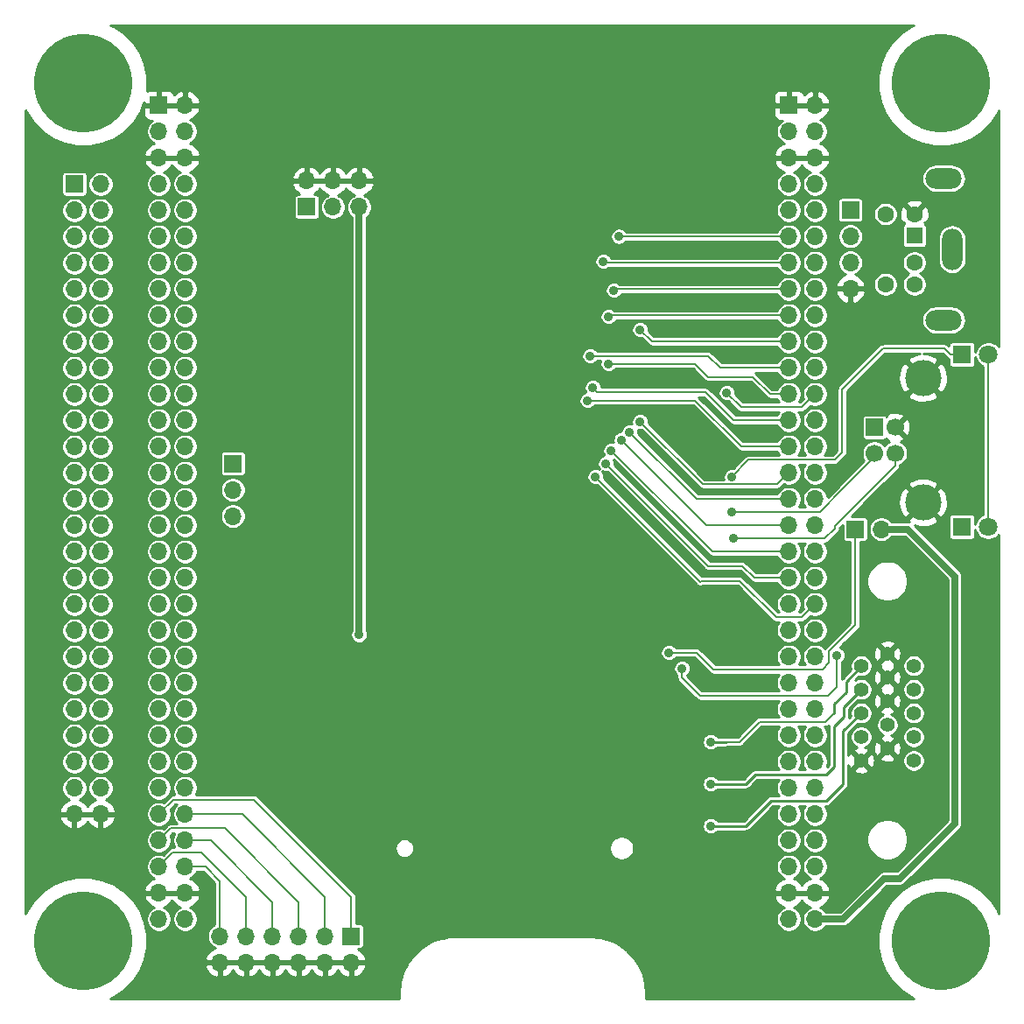
<source format=gbr>
G04 #@! TF.GenerationSoftware,KiCad,Pcbnew,(5.1.5)-3*
G04 #@! TF.CreationDate,2021-03-10T17:56:33-05:00*
G04 #@! TF.ProjectId,RETRO-EP4CE15,52455452-4f2d-4455-9034-434531352e6b,3*
G04 #@! TF.SameCoordinates,Original*
G04 #@! TF.FileFunction,Copper,L2,Bot*
G04 #@! TF.FilePolarity,Positive*
%FSLAX46Y46*%
G04 Gerber Fmt 4.6, Leading zero omitted, Abs format (unit mm)*
G04 Created by KiCad (PCBNEW (5.1.5)-3) date 2021-03-10 17:56:33*
%MOMM*%
%LPD*%
G04 APERTURE LIST*
%ADD10R,1.700000X1.700000*%
%ADD11C,1.700000*%
%ADD12C,3.500000*%
%ADD13C,1.800000*%
%ADD14R,1.800000X1.800000*%
%ADD15O,1.700000X1.700000*%
%ADD16O,3.500000X2.000000*%
%ADD17R,1.600000X1.600000*%
%ADD18C,1.600000*%
%ADD19O,2.000000X4.000000*%
%ADD20C,9.525000*%
%ADD21C,1.397000*%
%ADD22C,0.889000*%
%ADD23C,0.635000*%
%ADD24C,0.254000*%
%ADD25C,0.203200*%
%ADD26C,0.152400*%
G04 APERTURE END LIST*
D10*
X92532200Y-49326800D03*
D11*
X92532200Y-51826800D03*
X94532200Y-51826800D03*
X94532200Y-49326800D03*
D12*
X97242200Y-44556800D03*
X97242200Y-56596800D03*
D13*
X103555800Y-42291000D03*
D14*
X101015800Y-42291000D03*
D15*
X86790000Y-96906000D03*
X84250000Y-96906000D03*
X86790000Y-94366000D03*
X84250000Y-94366000D03*
X86790000Y-91826000D03*
X84250000Y-91826000D03*
X86790000Y-89286000D03*
X84250000Y-89286000D03*
X86790000Y-86746000D03*
X84250000Y-86746000D03*
X86790000Y-84206000D03*
X84250000Y-84206000D03*
X86790000Y-81666000D03*
X84250000Y-81666000D03*
X86790000Y-79126000D03*
X84250000Y-79126000D03*
X86790000Y-76586000D03*
X84250000Y-76586000D03*
X86790000Y-74046000D03*
X84250000Y-74046000D03*
X86790000Y-71506000D03*
X84250000Y-71506000D03*
X86790000Y-68966000D03*
X84250000Y-68966000D03*
X86790000Y-66426000D03*
X84250000Y-66426000D03*
X86790000Y-63886000D03*
X84250000Y-63886000D03*
X86790000Y-61346000D03*
X84250000Y-61346000D03*
X86790000Y-58806000D03*
X84250000Y-58806000D03*
X86790000Y-56266000D03*
X84250000Y-56266000D03*
X86790000Y-53726000D03*
X84250000Y-53726000D03*
X86790000Y-51186000D03*
X84250000Y-51186000D03*
X86790000Y-48646000D03*
X84250000Y-48646000D03*
X86790000Y-46106000D03*
X84250000Y-46106000D03*
X86790000Y-43566000D03*
X84250000Y-43566000D03*
X86790000Y-41026000D03*
X84250000Y-41026000D03*
X86790000Y-38486000D03*
X84250000Y-38486000D03*
X86790000Y-35946000D03*
X84250000Y-35946000D03*
X86790000Y-33406000D03*
X84250000Y-33406000D03*
X86790000Y-30866000D03*
X84250000Y-30866000D03*
X86790000Y-28326000D03*
X84250000Y-28326000D03*
X86790000Y-25786000D03*
X84250000Y-25786000D03*
X86790000Y-23246000D03*
X84250000Y-23246000D03*
X86790000Y-20706000D03*
X84250000Y-20706000D03*
X86790000Y-18166000D03*
D10*
X84250000Y-18166000D03*
D15*
X25850000Y-96906000D03*
X23310000Y-96906000D03*
X25850000Y-94366000D03*
X23310000Y-94366000D03*
X25850000Y-91826000D03*
X23310000Y-91826000D03*
X25850000Y-89286000D03*
X23310000Y-89286000D03*
X25850000Y-86746000D03*
X23310000Y-86746000D03*
X25850000Y-84206000D03*
X23310000Y-84206000D03*
X25850000Y-81666000D03*
X23310000Y-81666000D03*
X25850000Y-79126000D03*
X23310000Y-79126000D03*
X25850000Y-76586000D03*
X23310000Y-76586000D03*
X25850000Y-74046000D03*
X23310000Y-74046000D03*
X25850000Y-71506000D03*
X23310000Y-71506000D03*
X25850000Y-68966000D03*
X23310000Y-68966000D03*
X25850000Y-66426000D03*
X23310000Y-66426000D03*
X25850000Y-63886000D03*
X23310000Y-63886000D03*
X25850000Y-61346000D03*
X23310000Y-61346000D03*
X25850000Y-58806000D03*
X23310000Y-58806000D03*
X25850000Y-56266000D03*
X23310000Y-56266000D03*
X25850000Y-53726000D03*
X23310000Y-53726000D03*
X25850000Y-51186000D03*
X23310000Y-51186000D03*
X25850000Y-48646000D03*
X23310000Y-48646000D03*
X25850000Y-46106000D03*
X23310000Y-46106000D03*
X25850000Y-43566000D03*
X23310000Y-43566000D03*
X25850000Y-41026000D03*
X23310000Y-41026000D03*
X25850000Y-38486000D03*
X23310000Y-38486000D03*
X25850000Y-35946000D03*
X23310000Y-35946000D03*
X25850000Y-33406000D03*
X23310000Y-33406000D03*
X25850000Y-30866000D03*
X23310000Y-30866000D03*
X25850000Y-28326000D03*
X23310000Y-28326000D03*
X25850000Y-25786000D03*
X23310000Y-25786000D03*
X25850000Y-23246000D03*
X23310000Y-23246000D03*
X25850000Y-20706000D03*
X23310000Y-20706000D03*
X25850000Y-18166000D03*
D10*
X23310000Y-18166000D03*
D16*
X99250000Y-38950000D03*
X99250000Y-25250000D03*
D17*
X96400000Y-30800000D03*
D18*
X96400000Y-33400000D03*
X96400000Y-28700000D03*
X96400000Y-35500000D03*
X93600000Y-28700000D03*
X93600000Y-35500000D03*
D19*
X100050000Y-32100000D03*
D20*
X16000000Y-16000000D03*
X99000000Y-16000000D03*
X16000000Y-99000000D03*
X99000000Y-99000000D03*
D15*
X93218000Y-59182000D03*
D10*
X90678000Y-59182000D03*
D15*
X90200000Y-35920000D03*
X90200000Y-33380000D03*
X90200000Y-30840000D03*
D10*
X90200000Y-28300000D03*
X15140000Y-25800000D03*
D15*
X17680000Y-25800000D03*
X15140000Y-28340000D03*
X17680000Y-28340000D03*
X15140000Y-30880000D03*
X17680000Y-30880000D03*
X15140000Y-33420000D03*
X17680000Y-33420000D03*
X15140000Y-35960000D03*
X17680000Y-35960000D03*
X15140000Y-38500000D03*
X17680000Y-38500000D03*
X15140000Y-41040000D03*
X17680000Y-41040000D03*
X15140000Y-43580000D03*
X17680000Y-43580000D03*
X15140000Y-46120000D03*
X17680000Y-46120000D03*
X15140000Y-48660000D03*
X17680000Y-48660000D03*
X15140000Y-51200000D03*
X17680000Y-51200000D03*
X15140000Y-53740000D03*
X17680000Y-53740000D03*
X15140000Y-56280000D03*
X17680000Y-56280000D03*
X15140000Y-58820000D03*
X17680000Y-58820000D03*
X15140000Y-61360000D03*
X17680000Y-61360000D03*
X15140000Y-63900000D03*
X17680000Y-63900000D03*
X15140000Y-66440000D03*
X17680000Y-66440000D03*
X15140000Y-68980000D03*
X17680000Y-68980000D03*
X15140000Y-71520000D03*
X17680000Y-71520000D03*
X15140000Y-74060000D03*
X17680000Y-74060000D03*
X15140000Y-76600000D03*
X17680000Y-76600000D03*
X15140000Y-79140000D03*
X17680000Y-79140000D03*
X15140000Y-81680000D03*
X17680000Y-81680000D03*
X15140000Y-84220000D03*
X17680000Y-84220000D03*
X15140000Y-86760000D03*
X17680000Y-86760000D03*
D10*
X30480000Y-52832000D03*
D15*
X30480000Y-55372000D03*
X30480000Y-57912000D03*
D10*
X41910000Y-98552000D03*
D15*
X41910000Y-101092000D03*
X39370000Y-98552000D03*
X39370000Y-101092000D03*
X36830000Y-98552000D03*
X36830000Y-101092000D03*
X34290000Y-98552000D03*
X34290000Y-101092000D03*
X31750000Y-98552000D03*
X31750000Y-101092000D03*
X29210000Y-98552000D03*
X29210000Y-101092000D03*
D21*
X91239340Y-76974700D03*
X91239340Y-74688700D03*
X91239340Y-72397620D03*
X91239340Y-79268320D03*
X91239340Y-81556860D03*
X93779340Y-78122780D03*
X93779340Y-75834240D03*
X93779340Y-73543160D03*
X93779340Y-71252080D03*
X93779340Y-80413860D03*
X96319340Y-72397620D03*
X96319340Y-74688700D03*
X96316800Y-76977240D03*
X96319340Y-79268320D03*
X96319340Y-81556860D03*
D10*
X37617400Y-28016200D03*
D15*
X37617400Y-25476200D03*
X40157400Y-28016200D03*
X40157400Y-25476200D03*
X42697400Y-28016200D03*
X42697400Y-25476200D03*
D14*
X100990400Y-58953400D03*
D13*
X103530400Y-58953400D03*
D22*
X42672000Y-69392800D03*
X60325000Y-85090000D03*
X32410400Y-82118200D03*
X53009800Y-85420200D03*
X13766800Y-29667200D03*
X77891686Y-71714314D03*
X69088000Y-71831200D03*
X74676000Y-44227900D03*
X60198000Y-44958000D03*
X62230000Y-79502000D03*
X30226000Y-67056000D03*
X65773300Y-70586600D03*
X76699000Y-79756000D03*
X76699000Y-83820000D03*
X76699000Y-87884000D03*
X78740000Y-57531000D03*
X78867000Y-60071000D03*
X72644000Y-71120000D03*
X78740000Y-54102000D03*
X65532000Y-54102000D03*
X66548000Y-52832000D03*
X67056000Y-51562000D03*
X68061697Y-50556303D03*
X68834000Y-49784000D03*
X64770000Y-46736000D03*
X65278000Y-45466000D03*
X78232000Y-45974000D03*
X66802000Y-43180000D03*
X65024000Y-42418000D03*
X69850000Y-39878000D03*
X66802000Y-38608000D03*
X67310000Y-36068000D03*
X66294000Y-33274000D03*
X67818000Y-30866000D03*
X69850000Y-48768000D03*
X73914000Y-72644000D03*
X88900000Y-71374000D03*
D23*
X95758000Y-59182000D02*
X93218000Y-59182000D01*
X89519638Y-96906000D02*
X93461638Y-92964000D01*
X86790000Y-96906000D02*
X89519638Y-96906000D01*
X93461638Y-92964000D02*
X94996000Y-92964000D01*
X94996000Y-92964000D02*
X100330000Y-87630000D01*
X100330000Y-87630000D02*
X100330000Y-63754000D01*
X100330000Y-63754000D02*
X95758000Y-59182000D01*
X42697400Y-69367400D02*
X42672000Y-69392800D01*
X42697400Y-28016200D02*
X42697400Y-69367400D01*
D24*
X76699000Y-79756000D02*
X78232000Y-79756000D01*
X88646000Y-76962000D02*
X88646000Y-76098400D01*
X88646000Y-76098400D02*
X89789000Y-74955400D01*
X89789000Y-74955400D02*
X89789000Y-73964800D01*
X89789000Y-73964800D02*
X91239340Y-72397620D01*
D25*
X78232000Y-79756000D02*
X79476600Y-79756000D01*
X79476600Y-79756000D02*
X81407000Y-77825600D01*
X87782400Y-77825600D02*
X88646000Y-76962000D01*
X81407000Y-77825600D02*
X87782400Y-77825600D01*
D24*
X76699000Y-83820000D02*
X80086200Y-83820000D01*
X80086200Y-83820000D02*
X80314800Y-83616800D01*
X80314800Y-83616800D02*
X80975200Y-82956400D01*
X80975200Y-82956400D02*
X87833200Y-82956400D01*
X87833200Y-82956400D02*
X88620600Y-82169000D01*
X88620600Y-82169000D02*
X88620600Y-78282800D01*
X88620600Y-78282800D02*
X89560400Y-77343000D01*
X89560400Y-77343000D02*
X89560400Y-76377800D01*
X89560400Y-76377800D02*
X91239340Y-74688700D01*
X80086200Y-87884000D02*
X76699000Y-87884000D01*
X82499200Y-85471000D02*
X80086200Y-87884000D01*
X87909400Y-85471000D02*
X82499200Y-85471000D01*
X87909400Y-85471000D02*
X89484200Y-83896200D01*
X89484200Y-83896200D02*
X89484200Y-78729840D01*
X89484200Y-78729840D02*
X91239340Y-76974700D01*
D25*
X78740000Y-57531000D02*
X87234106Y-57531000D01*
X92902400Y-51826800D02*
X89458800Y-55270400D01*
X87234106Y-57531000D02*
X89458800Y-55270400D01*
X87731600Y-60071000D02*
X88696800Y-59105800D01*
X78867000Y-60071000D02*
X87731600Y-60071000D01*
X88696800Y-58864281D02*
X88696800Y-59105800D01*
X94532200Y-53028881D02*
X88696800Y-58864281D01*
X94532200Y-51826800D02*
X94532200Y-53028881D01*
X90678000Y-68487034D02*
X90678000Y-59182000D01*
X88150699Y-72123301D02*
X88150699Y-71014335D01*
X88150699Y-71014335D02*
X90678000Y-68487034D01*
X88150699Y-72123301D02*
X87503000Y-72771000D01*
X76962000Y-72771000D02*
X75311000Y-71120000D01*
X87503000Y-72771000D02*
X76962000Y-72771000D01*
X72644000Y-71120000D02*
X75311000Y-71120000D01*
X80270801Y-52571199D02*
X78740000Y-54102000D01*
X80365600Y-52476400D02*
X78740000Y-54102000D01*
X88696800Y-52476400D02*
X80365600Y-52476400D01*
X99912600Y-42291000D02*
X99303000Y-41681400D01*
X101015800Y-42291000D02*
X99912600Y-42291000D01*
X97076494Y-41681400D02*
X97051094Y-41706800D01*
X99303000Y-41681400D02*
X97076494Y-41681400D01*
X97051094Y-41706800D02*
X93345000Y-41706800D01*
X93345000Y-41706800D02*
X89408000Y-45643800D01*
X89408000Y-51765200D02*
X88696800Y-52476400D01*
X89408000Y-45643800D02*
X89408000Y-51765200D01*
X85525000Y-67691000D02*
X86790000Y-66426000D01*
X65532000Y-54102000D02*
X75692000Y-64262000D01*
X75692000Y-64262000D02*
X75775000Y-64179000D01*
X79502000Y-64179000D02*
X83014000Y-67691000D01*
X75775000Y-64179000D02*
X79502000Y-64179000D01*
X83014000Y-67691000D02*
X85525000Y-67691000D01*
X80904000Y-63886000D02*
X84250000Y-63886000D01*
X79756000Y-62738000D02*
X80904000Y-63886000D01*
X76454000Y-62738000D02*
X79756000Y-62738000D01*
X66548000Y-52832000D02*
X76454000Y-62738000D01*
X76840000Y-61346000D02*
X84250000Y-61346000D01*
X67056000Y-51562000D02*
X76840000Y-61346000D01*
X76311394Y-58806000D02*
X68061697Y-50556303D01*
X84250000Y-58806000D02*
X76311394Y-58806000D01*
X75316000Y-56266000D02*
X84250000Y-56266000D01*
X68834000Y-49784000D02*
X75316000Y-56266000D01*
X64770000Y-46736000D02*
X75184000Y-46736000D01*
X79634000Y-51186000D02*
X75184000Y-46736000D01*
X84250000Y-51186000D02*
X79634000Y-51186000D01*
X65722499Y-45910499D02*
X65278000Y-45466000D01*
X76200000Y-45910499D02*
X65722499Y-45910499D01*
X78935501Y-48646000D02*
X76200000Y-45910499D01*
X84250000Y-48646000D02*
X78935501Y-48646000D01*
X86790000Y-46106000D02*
X85525000Y-47371000D01*
X79629000Y-47371000D02*
X78232000Y-45974000D01*
X85525000Y-47371000D02*
X79629000Y-47371000D01*
X75184000Y-43180000D02*
X66802000Y-43180000D01*
D26*
X84250000Y-46106000D02*
X82428000Y-46106000D01*
X80772000Y-44450000D02*
X76454000Y-44450000D01*
X82428000Y-46106000D02*
X80772000Y-44450000D01*
D25*
X76454000Y-44450000D02*
X75184000Y-43180000D01*
X65024000Y-42418000D02*
X76454000Y-42418000D01*
X77602000Y-43566000D02*
X84250000Y-43566000D01*
X76454000Y-42418000D02*
X77602000Y-43566000D01*
X84250000Y-41026000D02*
X70998000Y-41026000D01*
X70998000Y-41026000D02*
X69850000Y-39878000D01*
D26*
X84250000Y-38486000D02*
X66924000Y-38486000D01*
X66924000Y-38486000D02*
X66802000Y-38608000D01*
X84250000Y-35946000D02*
X67432000Y-35946000D01*
X67432000Y-35946000D02*
X67310000Y-36068000D01*
X84250000Y-33406000D02*
X66426000Y-33406000D01*
X66426000Y-33406000D02*
X66294000Y-33274000D01*
X84250000Y-30866000D02*
X67818000Y-30866000D01*
X75907901Y-54825901D02*
X69850000Y-48768000D01*
X84250000Y-53726000D02*
X83150099Y-54825901D01*
X83150099Y-54825901D02*
X75907901Y-54825901D01*
D25*
X27818000Y-91826000D02*
X29210000Y-93218000D01*
X25850000Y-91826000D02*
X27818000Y-91826000D01*
X29210000Y-93218000D02*
X29210000Y-98552000D01*
X24654801Y-90481199D02*
X23310000Y-91826000D01*
X24654801Y-90440801D02*
X24654801Y-90481199D01*
X27448801Y-90440801D02*
X31750000Y-94742000D01*
X24654801Y-90440801D02*
X27448801Y-90440801D01*
X31750000Y-98552000D02*
X31750000Y-94742000D01*
X28326000Y-89286000D02*
X34290000Y-95250000D01*
X25850000Y-89286000D02*
X28326000Y-89286000D01*
X34290000Y-98552000D02*
X34290000Y-95250000D01*
X23310000Y-89286000D02*
X24464801Y-88131199D01*
X29711199Y-88131199D02*
X36830000Y-95250000D01*
X24464801Y-88131199D02*
X29711199Y-88131199D01*
X36830000Y-95250000D02*
X36830000Y-98552000D01*
X31374000Y-86746000D02*
X39370000Y-94742000D01*
X25850000Y-86746000D02*
X31374000Y-86746000D01*
X39370000Y-94742000D02*
X39370000Y-98552000D01*
X23310000Y-86746000D02*
X24695199Y-85360801D01*
X24695199Y-85360801D02*
X32528801Y-85360801D01*
X41910000Y-94742000D02*
X41910000Y-98552000D01*
X32528801Y-85360801D02*
X41910000Y-94742000D01*
X73914000Y-73558400D02*
X73914000Y-72644000D01*
X75666600Y-75311000D02*
X73914000Y-73558400D01*
X88036400Y-75311000D02*
X75666600Y-75311000D01*
X88900000Y-71374000D02*
X88900000Y-74447400D01*
X88900000Y-74447400D02*
X88036400Y-75311000D01*
X103530400Y-42316400D02*
X103555800Y-42291000D01*
X103530400Y-58953400D02*
X103530400Y-42316400D01*
D24*
G36*
X96082383Y-10541522D02*
G01*
X95073548Y-11215604D01*
X94215604Y-12073548D01*
X93541522Y-13082383D01*
X93077206Y-14203340D01*
X92840500Y-15393342D01*
X92840500Y-16606658D01*
X93077206Y-17796660D01*
X93541522Y-18917617D01*
X94215604Y-19926452D01*
X95073548Y-20784396D01*
X96082383Y-21458478D01*
X97203340Y-21922794D01*
X98393342Y-22159500D01*
X99606658Y-22159500D01*
X100796660Y-21922794D01*
X101917617Y-21458478D01*
X102926452Y-20784396D01*
X103784396Y-19926452D01*
X104458478Y-18917617D01*
X104569000Y-18650794D01*
X104569000Y-41501622D01*
X104550818Y-41474410D01*
X104372390Y-41295982D01*
X104162581Y-41155793D01*
X103929454Y-41059228D01*
X103681967Y-41010000D01*
X103429633Y-41010000D01*
X103182146Y-41059228D01*
X102949019Y-41155793D01*
X102739210Y-41295982D01*
X102560782Y-41474410D01*
X102420593Y-41684219D01*
X102324028Y-41917346D01*
X102298643Y-42044966D01*
X102298643Y-41391000D01*
X102291287Y-41316311D01*
X102269501Y-41244492D01*
X102234122Y-41178304D01*
X102186511Y-41120289D01*
X102128496Y-41072678D01*
X102062308Y-41037299D01*
X101990489Y-41015513D01*
X101915800Y-41008157D01*
X100115800Y-41008157D01*
X100041111Y-41015513D01*
X99969292Y-41037299D01*
X99903104Y-41072678D01*
X99845089Y-41120289D01*
X99797478Y-41178304D01*
X99762099Y-41244492D01*
X99740313Y-41316311D01*
X99732957Y-41391000D01*
X99732957Y-41428858D01*
X99661017Y-41356918D01*
X99645901Y-41338499D01*
X99572415Y-41278191D01*
X99488577Y-41233378D01*
X99397606Y-41205783D01*
X99326707Y-41198800D01*
X99326705Y-41198800D01*
X99303000Y-41196465D01*
X99279295Y-41198800D01*
X97100198Y-41198800D01*
X97076493Y-41196465D01*
X97052788Y-41198800D01*
X97052787Y-41198800D01*
X96981888Y-41205783D01*
X96921174Y-41224200D01*
X93368707Y-41224200D01*
X93345000Y-41221865D01*
X93250393Y-41231183D01*
X93159423Y-41258778D01*
X93075585Y-41303591D01*
X93002099Y-41363899D01*
X92986988Y-41382312D01*
X89083518Y-45285783D01*
X89065099Y-45300899D01*
X89004791Y-45374385D01*
X88959978Y-45458224D01*
X88932383Y-45549195D01*
X88929056Y-45582979D01*
X88923065Y-45643800D01*
X88925400Y-45667505D01*
X88925401Y-51565299D01*
X88496901Y-51993800D01*
X87723097Y-51993800D01*
X87746180Y-51970717D01*
X87880898Y-51769097D01*
X87973693Y-51545069D01*
X88021000Y-51307243D01*
X88021000Y-51064757D01*
X87973693Y-50826931D01*
X87880898Y-50602903D01*
X87746180Y-50401283D01*
X87574717Y-50229820D01*
X87373097Y-50095102D01*
X87149069Y-50002307D01*
X86911243Y-49955000D01*
X86668757Y-49955000D01*
X86430931Y-50002307D01*
X86206903Y-50095102D01*
X86005283Y-50229820D01*
X85833820Y-50401283D01*
X85699102Y-50602903D01*
X85606307Y-50826931D01*
X85559000Y-51064757D01*
X85559000Y-51307243D01*
X85606307Y-51545069D01*
X85699102Y-51769097D01*
X85833820Y-51970717D01*
X85856903Y-51993800D01*
X85183097Y-51993800D01*
X85206180Y-51970717D01*
X85340898Y-51769097D01*
X85433693Y-51545069D01*
X85481000Y-51307243D01*
X85481000Y-51064757D01*
X85433693Y-50826931D01*
X85340898Y-50602903D01*
X85206180Y-50401283D01*
X85034717Y-50229820D01*
X84833097Y-50095102D01*
X84609069Y-50002307D01*
X84371243Y-49955000D01*
X84128757Y-49955000D01*
X83890931Y-50002307D01*
X83666903Y-50095102D01*
X83465283Y-50229820D01*
X83293820Y-50401283D01*
X83159102Y-50602903D01*
X83117475Y-50703400D01*
X79833899Y-50703400D01*
X75542017Y-46411518D01*
X75526901Y-46393099D01*
X76000101Y-46393099D01*
X78577489Y-48970488D01*
X78592600Y-48988901D01*
X78666086Y-49049209D01*
X78749924Y-49094022D01*
X78840894Y-49121617D01*
X78935501Y-49130935D01*
X78959208Y-49128600D01*
X83117475Y-49128600D01*
X83159102Y-49229097D01*
X83293820Y-49430717D01*
X83465283Y-49602180D01*
X83666903Y-49736898D01*
X83890931Y-49829693D01*
X84128757Y-49877000D01*
X84371243Y-49877000D01*
X84609069Y-49829693D01*
X84833097Y-49736898D01*
X85034717Y-49602180D01*
X85206180Y-49430717D01*
X85340898Y-49229097D01*
X85433693Y-49005069D01*
X85481000Y-48767243D01*
X85481000Y-48524757D01*
X85559000Y-48524757D01*
X85559000Y-48767243D01*
X85606307Y-49005069D01*
X85699102Y-49229097D01*
X85833820Y-49430717D01*
X86005283Y-49602180D01*
X86206903Y-49736898D01*
X86430931Y-49829693D01*
X86668757Y-49877000D01*
X86911243Y-49877000D01*
X87149069Y-49829693D01*
X87373097Y-49736898D01*
X87574717Y-49602180D01*
X87746180Y-49430717D01*
X87880898Y-49229097D01*
X87973693Y-49005069D01*
X88021000Y-48767243D01*
X88021000Y-48524757D01*
X87973693Y-48286931D01*
X87880898Y-48062903D01*
X87746180Y-47861283D01*
X87574717Y-47689820D01*
X87373097Y-47555102D01*
X87149069Y-47462307D01*
X86911243Y-47415000D01*
X86668757Y-47415000D01*
X86430931Y-47462307D01*
X86206903Y-47555102D01*
X86005283Y-47689820D01*
X85833820Y-47861283D01*
X85699102Y-48062903D01*
X85606307Y-48286931D01*
X85559000Y-48524757D01*
X85481000Y-48524757D01*
X85433693Y-48286931D01*
X85340898Y-48062903D01*
X85206180Y-47861283D01*
X85198497Y-47853600D01*
X85501295Y-47853600D01*
X85525000Y-47855935D01*
X85548705Y-47853600D01*
X85548707Y-47853600D01*
X85619606Y-47846617D01*
X85710577Y-47819022D01*
X85794415Y-47774209D01*
X85867901Y-47713901D01*
X85883017Y-47695482D01*
X86330434Y-47248066D01*
X86430931Y-47289693D01*
X86668757Y-47337000D01*
X86911243Y-47337000D01*
X87149069Y-47289693D01*
X87373097Y-47196898D01*
X87574717Y-47062180D01*
X87746180Y-46890717D01*
X87880898Y-46689097D01*
X87973693Y-46465069D01*
X88021000Y-46227243D01*
X88021000Y-45984757D01*
X87973693Y-45746931D01*
X87880898Y-45522903D01*
X87746180Y-45321283D01*
X87574717Y-45149820D01*
X87373097Y-45015102D01*
X87149069Y-44922307D01*
X86911243Y-44875000D01*
X86668757Y-44875000D01*
X86430931Y-44922307D01*
X86206903Y-45015102D01*
X86005283Y-45149820D01*
X85833820Y-45321283D01*
X85699102Y-45522903D01*
X85606307Y-45746931D01*
X85559000Y-45984757D01*
X85559000Y-46227243D01*
X85606307Y-46465069D01*
X85647934Y-46565566D01*
X85325101Y-46888400D01*
X85207728Y-46888400D01*
X85340898Y-46689097D01*
X85433693Y-46465069D01*
X85481000Y-46227243D01*
X85481000Y-45984757D01*
X85433693Y-45746931D01*
X85340898Y-45522903D01*
X85206180Y-45321283D01*
X85034717Y-45149820D01*
X84833097Y-45015102D01*
X84609069Y-44922307D01*
X84371243Y-44875000D01*
X84128757Y-44875000D01*
X83890931Y-44922307D01*
X83666903Y-45015102D01*
X83465283Y-45149820D01*
X83293820Y-45321283D01*
X83159102Y-45522903D01*
X83106954Y-45648800D01*
X82617379Y-45648800D01*
X81111174Y-44142597D01*
X81096853Y-44125147D01*
X81027236Y-44068013D01*
X80990916Y-44048600D01*
X83117475Y-44048600D01*
X83159102Y-44149097D01*
X83293820Y-44350717D01*
X83465283Y-44522180D01*
X83666903Y-44656898D01*
X83890931Y-44749693D01*
X84128757Y-44797000D01*
X84371243Y-44797000D01*
X84609069Y-44749693D01*
X84833097Y-44656898D01*
X85034717Y-44522180D01*
X85206180Y-44350717D01*
X85340898Y-44149097D01*
X85433693Y-43925069D01*
X85481000Y-43687243D01*
X85481000Y-43444757D01*
X85559000Y-43444757D01*
X85559000Y-43687243D01*
X85606307Y-43925069D01*
X85699102Y-44149097D01*
X85833820Y-44350717D01*
X86005283Y-44522180D01*
X86206903Y-44656898D01*
X86430931Y-44749693D01*
X86668757Y-44797000D01*
X86911243Y-44797000D01*
X87149069Y-44749693D01*
X87373097Y-44656898D01*
X87574717Y-44522180D01*
X87746180Y-44350717D01*
X87880898Y-44149097D01*
X87973693Y-43925069D01*
X88021000Y-43687243D01*
X88021000Y-43444757D01*
X87973693Y-43206931D01*
X87880898Y-42982903D01*
X87746180Y-42781283D01*
X87574717Y-42609820D01*
X87373097Y-42475102D01*
X87149069Y-42382307D01*
X86911243Y-42335000D01*
X86668757Y-42335000D01*
X86430931Y-42382307D01*
X86206903Y-42475102D01*
X86005283Y-42609820D01*
X85833820Y-42781283D01*
X85699102Y-42982903D01*
X85606307Y-43206931D01*
X85559000Y-43444757D01*
X85481000Y-43444757D01*
X85433693Y-43206931D01*
X85340898Y-42982903D01*
X85206180Y-42781283D01*
X85034717Y-42609820D01*
X84833097Y-42475102D01*
X84609069Y-42382307D01*
X84371243Y-42335000D01*
X84128757Y-42335000D01*
X83890931Y-42382307D01*
X83666903Y-42475102D01*
X83465283Y-42609820D01*
X83293820Y-42781283D01*
X83159102Y-42982903D01*
X83117475Y-43083400D01*
X77801899Y-43083400D01*
X76812017Y-42093518D01*
X76796901Y-42075099D01*
X76723415Y-42014791D01*
X76639577Y-41969978D01*
X76548606Y-41942383D01*
X76477707Y-41935400D01*
X76477705Y-41935400D01*
X76454000Y-41933065D01*
X76430295Y-41935400D01*
X65694357Y-41935400D01*
X65665208Y-41891775D01*
X65550225Y-41776792D01*
X65415021Y-41686452D01*
X65264789Y-41624224D01*
X65105305Y-41592500D01*
X64942695Y-41592500D01*
X64783211Y-41624224D01*
X64632979Y-41686452D01*
X64497775Y-41776792D01*
X64382792Y-41891775D01*
X64292452Y-42026979D01*
X64230224Y-42177211D01*
X64198500Y-42336695D01*
X64198500Y-42499305D01*
X64230224Y-42658789D01*
X64292452Y-42809021D01*
X64382792Y-42944225D01*
X64497775Y-43059208D01*
X64632979Y-43149548D01*
X64783211Y-43211776D01*
X64942695Y-43243500D01*
X65105305Y-43243500D01*
X65264789Y-43211776D01*
X65415021Y-43149548D01*
X65550225Y-43059208D01*
X65665208Y-42944225D01*
X65694357Y-42900600D01*
X66024217Y-42900600D01*
X66008224Y-42939211D01*
X65976500Y-43098695D01*
X65976500Y-43261305D01*
X66008224Y-43420789D01*
X66070452Y-43571021D01*
X66160792Y-43706225D01*
X66275775Y-43821208D01*
X66410979Y-43911548D01*
X66561211Y-43973776D01*
X66720695Y-44005500D01*
X66883305Y-44005500D01*
X67042789Y-43973776D01*
X67193021Y-43911548D01*
X67328225Y-43821208D01*
X67443208Y-43706225D01*
X67472357Y-43662600D01*
X74984101Y-43662600D01*
X76129513Y-44808012D01*
X76184584Y-44853208D01*
X76268423Y-44898021D01*
X76359393Y-44925616D01*
X76453999Y-44934935D01*
X76548606Y-44925616D01*
X76609316Y-44907200D01*
X80582623Y-44907200D01*
X82088835Y-46413414D01*
X82103147Y-46430853D01*
X82120586Y-46445165D01*
X82120592Y-46445171D01*
X82172764Y-46487987D01*
X82252190Y-46530441D01*
X82272249Y-46536526D01*
X82338373Y-46556585D01*
X82405540Y-46563200D01*
X82405550Y-46563200D01*
X82428000Y-46565411D01*
X82450450Y-46563200D01*
X83106954Y-46563200D01*
X83159102Y-46689097D01*
X83292272Y-46888400D01*
X79828899Y-46888400D01*
X79047264Y-46106765D01*
X79057500Y-46055305D01*
X79057500Y-45892695D01*
X79025776Y-45733211D01*
X78963548Y-45582979D01*
X78873208Y-45447775D01*
X78758225Y-45332792D01*
X78623021Y-45242452D01*
X78472789Y-45180224D01*
X78313305Y-45148500D01*
X78150695Y-45148500D01*
X77991211Y-45180224D01*
X77840979Y-45242452D01*
X77705775Y-45332792D01*
X77590792Y-45447775D01*
X77500452Y-45582979D01*
X77438224Y-45733211D01*
X77406500Y-45892695D01*
X77406500Y-46055305D01*
X77438224Y-46214789D01*
X77500452Y-46365021D01*
X77590792Y-46500225D01*
X77705775Y-46615208D01*
X77840979Y-46705548D01*
X77991211Y-46767776D01*
X78150695Y-46799500D01*
X78313305Y-46799500D01*
X78364765Y-46789264D01*
X79270983Y-47695482D01*
X79286099Y-47713901D01*
X79359585Y-47774209D01*
X79443423Y-47819022D01*
X79534394Y-47846617D01*
X79605293Y-47853600D01*
X79605302Y-47853600D01*
X79628999Y-47855934D01*
X79652696Y-47853600D01*
X83301503Y-47853600D01*
X83293820Y-47861283D01*
X83159102Y-48062903D01*
X83117475Y-48163400D01*
X79135401Y-48163400D01*
X76558017Y-45586017D01*
X76542901Y-45567598D01*
X76469415Y-45507290D01*
X76385577Y-45462477D01*
X76294606Y-45434882D01*
X76223707Y-45427899D01*
X76223705Y-45427899D01*
X76200000Y-45425564D01*
X76176295Y-45427899D01*
X66103500Y-45427899D01*
X66103500Y-45384695D01*
X66071776Y-45225211D01*
X66009548Y-45074979D01*
X65919208Y-44939775D01*
X65804225Y-44824792D01*
X65669021Y-44734452D01*
X65518789Y-44672224D01*
X65359305Y-44640500D01*
X65196695Y-44640500D01*
X65037211Y-44672224D01*
X64886979Y-44734452D01*
X64751775Y-44824792D01*
X64636792Y-44939775D01*
X64546452Y-45074979D01*
X64484224Y-45225211D01*
X64452500Y-45384695D01*
X64452500Y-45547305D01*
X64484224Y-45706789D01*
X64546452Y-45857021D01*
X64594681Y-45929201D01*
X64529211Y-45942224D01*
X64378979Y-46004452D01*
X64243775Y-46094792D01*
X64128792Y-46209775D01*
X64038452Y-46344979D01*
X63976224Y-46495211D01*
X63944500Y-46654695D01*
X63944500Y-46817305D01*
X63976224Y-46976789D01*
X64038452Y-47127021D01*
X64128792Y-47262225D01*
X64243775Y-47377208D01*
X64378979Y-47467548D01*
X64529211Y-47529776D01*
X64688695Y-47561500D01*
X64851305Y-47561500D01*
X65010789Y-47529776D01*
X65161021Y-47467548D01*
X65296225Y-47377208D01*
X65411208Y-47262225D01*
X65440357Y-47218600D01*
X74984101Y-47218600D01*
X79275983Y-51510482D01*
X79291099Y-51528901D01*
X79364585Y-51589209D01*
X79448423Y-51634022D01*
X79539394Y-51661617D01*
X79610293Y-51668600D01*
X79610302Y-51668600D01*
X79633999Y-51670934D01*
X79657696Y-51668600D01*
X83117475Y-51668600D01*
X83159102Y-51769097D01*
X83293820Y-51970717D01*
X83316903Y-51993800D01*
X80389307Y-51993800D01*
X80365600Y-51991465D01*
X80270993Y-52000783D01*
X80180023Y-52028378D01*
X80096185Y-52073191D01*
X80022699Y-52133499D01*
X80007588Y-52151912D01*
X79946314Y-52213186D01*
X78872765Y-53286736D01*
X78821305Y-53276500D01*
X78658695Y-53276500D01*
X78499211Y-53308224D01*
X78348979Y-53370452D01*
X78213775Y-53460792D01*
X78098792Y-53575775D01*
X78008452Y-53710979D01*
X77946224Y-53861211D01*
X77914500Y-54020695D01*
X77914500Y-54183305D01*
X77946224Y-54342789D01*
X77956957Y-54368701D01*
X76097280Y-54368701D01*
X70659304Y-48930727D01*
X70675500Y-48849305D01*
X70675500Y-48686695D01*
X70643776Y-48527211D01*
X70581548Y-48376979D01*
X70491208Y-48241775D01*
X70376225Y-48126792D01*
X70241021Y-48036452D01*
X70090789Y-47974224D01*
X69931305Y-47942500D01*
X69768695Y-47942500D01*
X69609211Y-47974224D01*
X69458979Y-48036452D01*
X69323775Y-48126792D01*
X69208792Y-48241775D01*
X69118452Y-48376979D01*
X69056224Y-48527211D01*
X69024500Y-48686695D01*
X69024500Y-48849305D01*
X69051614Y-48985614D01*
X68915305Y-48958500D01*
X68752695Y-48958500D01*
X68593211Y-48990224D01*
X68442979Y-49052452D01*
X68307775Y-49142792D01*
X68192792Y-49257775D01*
X68102452Y-49392979D01*
X68040224Y-49543211D01*
X68008500Y-49702695D01*
X68008500Y-49730803D01*
X67980392Y-49730803D01*
X67820908Y-49762527D01*
X67670676Y-49824755D01*
X67535472Y-49915095D01*
X67420489Y-50030078D01*
X67330149Y-50165282D01*
X67267921Y-50315514D01*
X67236197Y-50474998D01*
X67236197Y-50637608D01*
X67260753Y-50761056D01*
X67137305Y-50736500D01*
X66974695Y-50736500D01*
X66815211Y-50768224D01*
X66664979Y-50830452D01*
X66529775Y-50920792D01*
X66414792Y-51035775D01*
X66324452Y-51170979D01*
X66262224Y-51321211D01*
X66230500Y-51480695D01*
X66230500Y-51643305D01*
X66262224Y-51802789D01*
X66324452Y-51953021D01*
X66372681Y-52025201D01*
X66307211Y-52038224D01*
X66156979Y-52100452D01*
X66021775Y-52190792D01*
X65906792Y-52305775D01*
X65816452Y-52440979D01*
X65754224Y-52591211D01*
X65722500Y-52750695D01*
X65722500Y-52913305D01*
X65754224Y-53072789D01*
X65816452Y-53223021D01*
X65906792Y-53358225D01*
X65916189Y-53367622D01*
X65772789Y-53308224D01*
X65613305Y-53276500D01*
X65450695Y-53276500D01*
X65291211Y-53308224D01*
X65140979Y-53370452D01*
X65005775Y-53460792D01*
X64890792Y-53575775D01*
X64800452Y-53710979D01*
X64738224Y-53861211D01*
X64706500Y-54020695D01*
X64706500Y-54183305D01*
X64738224Y-54342789D01*
X64800452Y-54493021D01*
X64890792Y-54628225D01*
X65005775Y-54743208D01*
X65140979Y-54833548D01*
X65291211Y-54895776D01*
X65450695Y-54927500D01*
X65613305Y-54927500D01*
X65664765Y-54917264D01*
X75333997Y-64586497D01*
X75349100Y-64604900D01*
X75367503Y-64620003D01*
X75367513Y-64620013D01*
X75422584Y-64665208D01*
X75506423Y-64710022D01*
X75597393Y-64737617D01*
X75692000Y-64746935D01*
X75786606Y-64737617D01*
X75877576Y-64710022D01*
X75961415Y-64665208D01*
X75965811Y-64661600D01*
X79302101Y-64661600D01*
X82655988Y-68015488D01*
X82671099Y-68033901D01*
X82744585Y-68094209D01*
X82828423Y-68139022D01*
X82919394Y-68166617D01*
X82990293Y-68173600D01*
X82990294Y-68173600D01*
X83013999Y-68175935D01*
X83037704Y-68173600D01*
X83301503Y-68173600D01*
X83293820Y-68181283D01*
X83159102Y-68382903D01*
X83066307Y-68606931D01*
X83019000Y-68844757D01*
X83019000Y-69087243D01*
X83066307Y-69325069D01*
X83159102Y-69549097D01*
X83293820Y-69750717D01*
X83465283Y-69922180D01*
X83666903Y-70056898D01*
X83890931Y-70149693D01*
X84128757Y-70197000D01*
X84371243Y-70197000D01*
X84609069Y-70149693D01*
X84833097Y-70056898D01*
X85034717Y-69922180D01*
X85206180Y-69750717D01*
X85340898Y-69549097D01*
X85433693Y-69325069D01*
X85481000Y-69087243D01*
X85481000Y-68844757D01*
X85559000Y-68844757D01*
X85559000Y-69087243D01*
X85606307Y-69325069D01*
X85699102Y-69549097D01*
X85833820Y-69750717D01*
X86005283Y-69922180D01*
X86206903Y-70056898D01*
X86430931Y-70149693D01*
X86668757Y-70197000D01*
X86911243Y-70197000D01*
X87149069Y-70149693D01*
X87373097Y-70056898D01*
X87574717Y-69922180D01*
X87746180Y-69750717D01*
X87880898Y-69549097D01*
X87973693Y-69325069D01*
X88021000Y-69087243D01*
X88021000Y-68844757D01*
X87973693Y-68606931D01*
X87880898Y-68382903D01*
X87746180Y-68181283D01*
X87574717Y-68009820D01*
X87373097Y-67875102D01*
X87149069Y-67782307D01*
X86911243Y-67735000D01*
X86668757Y-67735000D01*
X86430931Y-67782307D01*
X86206903Y-67875102D01*
X86005283Y-68009820D01*
X85833820Y-68181283D01*
X85699102Y-68382903D01*
X85606307Y-68606931D01*
X85559000Y-68844757D01*
X85481000Y-68844757D01*
X85433693Y-68606931D01*
X85340898Y-68382903D01*
X85206180Y-68181283D01*
X85198497Y-68173600D01*
X85501295Y-68173600D01*
X85525000Y-68175935D01*
X85548705Y-68173600D01*
X85548707Y-68173600D01*
X85619606Y-68166617D01*
X85710577Y-68139022D01*
X85794415Y-68094209D01*
X85867901Y-68033901D01*
X85883017Y-68015482D01*
X86330434Y-67568066D01*
X86430931Y-67609693D01*
X86668757Y-67657000D01*
X86911243Y-67657000D01*
X87149069Y-67609693D01*
X87373097Y-67516898D01*
X87574717Y-67382180D01*
X87746180Y-67210717D01*
X87880898Y-67009097D01*
X87973693Y-66785069D01*
X88021000Y-66547243D01*
X88021000Y-66304757D01*
X87973693Y-66066931D01*
X87880898Y-65842903D01*
X87746180Y-65641283D01*
X87574717Y-65469820D01*
X87373097Y-65335102D01*
X87149069Y-65242307D01*
X86911243Y-65195000D01*
X86668757Y-65195000D01*
X86430931Y-65242307D01*
X86206903Y-65335102D01*
X86005283Y-65469820D01*
X85833820Y-65641283D01*
X85699102Y-65842903D01*
X85606307Y-66066931D01*
X85559000Y-66304757D01*
X85559000Y-66547243D01*
X85606307Y-66785069D01*
X85647934Y-66885566D01*
X85325101Y-67208400D01*
X85207728Y-67208400D01*
X85340898Y-67009097D01*
X85433693Y-66785069D01*
X85481000Y-66547243D01*
X85481000Y-66304757D01*
X85433693Y-66066931D01*
X85340898Y-65842903D01*
X85206180Y-65641283D01*
X85034717Y-65469820D01*
X84833097Y-65335102D01*
X84609069Y-65242307D01*
X84371243Y-65195000D01*
X84128757Y-65195000D01*
X83890931Y-65242307D01*
X83666903Y-65335102D01*
X83465283Y-65469820D01*
X83293820Y-65641283D01*
X83159102Y-65842903D01*
X83066307Y-66066931D01*
X83019000Y-66304757D01*
X83019000Y-66547243D01*
X83066307Y-66785069D01*
X83159102Y-67009097D01*
X83292272Y-67208400D01*
X83213900Y-67208400D01*
X79860017Y-63854518D01*
X79844901Y-63836099D01*
X79771415Y-63775791D01*
X79687577Y-63730978D01*
X79596606Y-63703383D01*
X79525707Y-63696400D01*
X79525705Y-63696400D01*
X79502000Y-63694065D01*
X79478295Y-63696400D01*
X75808900Y-63696400D01*
X66347264Y-54234765D01*
X66357500Y-54183305D01*
X66357500Y-54020695D01*
X66325776Y-53861211D01*
X66263548Y-53710979D01*
X66173208Y-53575775D01*
X66163811Y-53566378D01*
X66307211Y-53625776D01*
X66466695Y-53657500D01*
X66629305Y-53657500D01*
X66680765Y-53647264D01*
X76095986Y-63062486D01*
X76111099Y-63080901D01*
X76184585Y-63141209D01*
X76239214Y-63170409D01*
X76268423Y-63186022D01*
X76359393Y-63213617D01*
X76454000Y-63222935D01*
X76477707Y-63220600D01*
X79556101Y-63220600D01*
X80545983Y-64210482D01*
X80561099Y-64228901D01*
X80634585Y-64289209D01*
X80718423Y-64334022D01*
X80809394Y-64361617D01*
X80880293Y-64368600D01*
X80880294Y-64368600D01*
X80903999Y-64370935D01*
X80927704Y-64368600D01*
X83117475Y-64368600D01*
X83159102Y-64469097D01*
X83293820Y-64670717D01*
X83465283Y-64842180D01*
X83666903Y-64976898D01*
X83890931Y-65069693D01*
X84128757Y-65117000D01*
X84371243Y-65117000D01*
X84609069Y-65069693D01*
X84833097Y-64976898D01*
X85034717Y-64842180D01*
X85206180Y-64670717D01*
X85340898Y-64469097D01*
X85433693Y-64245069D01*
X85481000Y-64007243D01*
X85481000Y-63764757D01*
X85559000Y-63764757D01*
X85559000Y-64007243D01*
X85606307Y-64245069D01*
X85699102Y-64469097D01*
X85833820Y-64670717D01*
X86005283Y-64842180D01*
X86206903Y-64976898D01*
X86430931Y-65069693D01*
X86668757Y-65117000D01*
X86911243Y-65117000D01*
X87149069Y-65069693D01*
X87373097Y-64976898D01*
X87574717Y-64842180D01*
X87746180Y-64670717D01*
X87880898Y-64469097D01*
X87973693Y-64245069D01*
X88021000Y-64007243D01*
X88021000Y-63764757D01*
X87973693Y-63526931D01*
X87880898Y-63302903D01*
X87746180Y-63101283D01*
X87574717Y-62929820D01*
X87373097Y-62795102D01*
X87149069Y-62702307D01*
X86911243Y-62655000D01*
X86668757Y-62655000D01*
X86430931Y-62702307D01*
X86206903Y-62795102D01*
X86005283Y-62929820D01*
X85833820Y-63101283D01*
X85699102Y-63302903D01*
X85606307Y-63526931D01*
X85559000Y-63764757D01*
X85481000Y-63764757D01*
X85433693Y-63526931D01*
X85340898Y-63302903D01*
X85206180Y-63101283D01*
X85034717Y-62929820D01*
X84833097Y-62795102D01*
X84609069Y-62702307D01*
X84371243Y-62655000D01*
X84128757Y-62655000D01*
X83890931Y-62702307D01*
X83666903Y-62795102D01*
X83465283Y-62929820D01*
X83293820Y-63101283D01*
X83159102Y-63302903D01*
X83117475Y-63403400D01*
X81103899Y-63403400D01*
X80114017Y-62413518D01*
X80098901Y-62395099D01*
X80025415Y-62334791D01*
X79941577Y-62289978D01*
X79850606Y-62262383D01*
X79779707Y-62255400D01*
X79779705Y-62255400D01*
X79756000Y-62253065D01*
X79732295Y-62255400D01*
X76653900Y-62255400D01*
X67363264Y-52964765D01*
X67373500Y-52913305D01*
X67373500Y-52750695D01*
X67341776Y-52591211D01*
X67298688Y-52487187D01*
X76481983Y-61670482D01*
X76497099Y-61688901D01*
X76570585Y-61749209D01*
X76654423Y-61794022D01*
X76745394Y-61821617D01*
X76816293Y-61828600D01*
X76816302Y-61828600D01*
X76839999Y-61830934D01*
X76863696Y-61828600D01*
X83117475Y-61828600D01*
X83159102Y-61929097D01*
X83293820Y-62130717D01*
X83465283Y-62302180D01*
X83666903Y-62436898D01*
X83890931Y-62529693D01*
X84128757Y-62577000D01*
X84371243Y-62577000D01*
X84609069Y-62529693D01*
X84833097Y-62436898D01*
X85034717Y-62302180D01*
X85206180Y-62130717D01*
X85340898Y-61929097D01*
X85433693Y-61705069D01*
X85481000Y-61467243D01*
X85481000Y-61224757D01*
X85433693Y-60986931D01*
X85340898Y-60762903D01*
X85206180Y-60561283D01*
X85198497Y-60553600D01*
X85841503Y-60553600D01*
X85833820Y-60561283D01*
X85699102Y-60762903D01*
X85606307Y-60986931D01*
X85559000Y-61224757D01*
X85559000Y-61467243D01*
X85606307Y-61705069D01*
X85699102Y-61929097D01*
X85833820Y-62130717D01*
X86005283Y-62302180D01*
X86206903Y-62436898D01*
X86430931Y-62529693D01*
X86668757Y-62577000D01*
X86911243Y-62577000D01*
X87149069Y-62529693D01*
X87373097Y-62436898D01*
X87574717Y-62302180D01*
X87746180Y-62130717D01*
X87880898Y-61929097D01*
X87973693Y-61705069D01*
X88021000Y-61467243D01*
X88021000Y-61224757D01*
X87973693Y-60986931D01*
X87880898Y-60762903D01*
X87746180Y-60561283D01*
X87740004Y-60555107D01*
X87755305Y-60553600D01*
X87755307Y-60553600D01*
X87826206Y-60546617D01*
X87917177Y-60519022D01*
X88001015Y-60474209D01*
X88074501Y-60413901D01*
X88089617Y-60395482D01*
X89021287Y-59463812D01*
X89039701Y-59448701D01*
X89100009Y-59375215D01*
X89144822Y-59291377D01*
X89156153Y-59254022D01*
X89172417Y-59200407D01*
X89181735Y-59105800D01*
X89179400Y-59082093D01*
X89179400Y-59064180D01*
X89445157Y-58798423D01*
X89445157Y-60032000D01*
X89452513Y-60106689D01*
X89474299Y-60178508D01*
X89509678Y-60244696D01*
X89557289Y-60302711D01*
X89615304Y-60350322D01*
X89681492Y-60385701D01*
X89753311Y-60407487D01*
X89828000Y-60414843D01*
X90195401Y-60414843D01*
X90195400Y-68287135D01*
X87826212Y-70656323D01*
X87807799Y-70671434D01*
X87792688Y-70689847D01*
X87792686Y-70689849D01*
X87755474Y-70735193D01*
X87746180Y-70721283D01*
X87574717Y-70549820D01*
X87373097Y-70415102D01*
X87149069Y-70322307D01*
X86911243Y-70275000D01*
X86668757Y-70275000D01*
X86430931Y-70322307D01*
X86206903Y-70415102D01*
X86005283Y-70549820D01*
X85833820Y-70721283D01*
X85699102Y-70922903D01*
X85606307Y-71146931D01*
X85559000Y-71384757D01*
X85559000Y-71627243D01*
X85606307Y-71865069D01*
X85699102Y-72089097D01*
X85832272Y-72288400D01*
X85207728Y-72288400D01*
X85340898Y-72089097D01*
X85433693Y-71865069D01*
X85481000Y-71627243D01*
X85481000Y-71384757D01*
X85433693Y-71146931D01*
X85340898Y-70922903D01*
X85206180Y-70721283D01*
X85034717Y-70549820D01*
X84833097Y-70415102D01*
X84609069Y-70322307D01*
X84371243Y-70275000D01*
X84128757Y-70275000D01*
X83890931Y-70322307D01*
X83666903Y-70415102D01*
X83465283Y-70549820D01*
X83293820Y-70721283D01*
X83159102Y-70922903D01*
X83066307Y-71146931D01*
X83019000Y-71384757D01*
X83019000Y-71627243D01*
X83066307Y-71865069D01*
X83159102Y-72089097D01*
X83292272Y-72288400D01*
X77161900Y-72288400D01*
X75669017Y-70795518D01*
X75653901Y-70777099D01*
X75580415Y-70716791D01*
X75496577Y-70671978D01*
X75405606Y-70644383D01*
X75334707Y-70637400D01*
X75334705Y-70637400D01*
X75311000Y-70635065D01*
X75287295Y-70637400D01*
X73314357Y-70637400D01*
X73285208Y-70593775D01*
X73170225Y-70478792D01*
X73035021Y-70388452D01*
X72884789Y-70326224D01*
X72725305Y-70294500D01*
X72562695Y-70294500D01*
X72403211Y-70326224D01*
X72252979Y-70388452D01*
X72117775Y-70478792D01*
X72002792Y-70593775D01*
X71912452Y-70728979D01*
X71850224Y-70879211D01*
X71818500Y-71038695D01*
X71818500Y-71201305D01*
X71850224Y-71360789D01*
X71912452Y-71511021D01*
X72002792Y-71646225D01*
X72117775Y-71761208D01*
X72252979Y-71851548D01*
X72403211Y-71913776D01*
X72562695Y-71945500D01*
X72725305Y-71945500D01*
X72884789Y-71913776D01*
X73035021Y-71851548D01*
X73170225Y-71761208D01*
X73285208Y-71646225D01*
X73314357Y-71602600D01*
X75111101Y-71602600D01*
X76603988Y-73095488D01*
X76619099Y-73113901D01*
X76692585Y-73174209D01*
X76741560Y-73200387D01*
X76776423Y-73219022D01*
X76867393Y-73246617D01*
X76962000Y-73255935D01*
X76985707Y-73253600D01*
X83301503Y-73253600D01*
X83293820Y-73261283D01*
X83159102Y-73462903D01*
X83066307Y-73686931D01*
X83019000Y-73924757D01*
X83019000Y-74167243D01*
X83066307Y-74405069D01*
X83159102Y-74629097D01*
X83292272Y-74828400D01*
X75866500Y-74828400D01*
X74396600Y-73358501D01*
X74396600Y-73314357D01*
X74440225Y-73285208D01*
X74555208Y-73170225D01*
X74645548Y-73035021D01*
X74707776Y-72884789D01*
X74739500Y-72725305D01*
X74739500Y-72562695D01*
X74707776Y-72403211D01*
X74645548Y-72252979D01*
X74555208Y-72117775D01*
X74440225Y-72002792D01*
X74305021Y-71912452D01*
X74154789Y-71850224D01*
X73995305Y-71818500D01*
X73832695Y-71818500D01*
X73673211Y-71850224D01*
X73522979Y-71912452D01*
X73387775Y-72002792D01*
X73272792Y-72117775D01*
X73182452Y-72252979D01*
X73120224Y-72403211D01*
X73088500Y-72562695D01*
X73088500Y-72725305D01*
X73120224Y-72884789D01*
X73182452Y-73035021D01*
X73272792Y-73170225D01*
X73387775Y-73285208D01*
X73431400Y-73314357D01*
X73431400Y-73534695D01*
X73429065Y-73558400D01*
X73431400Y-73582105D01*
X73431400Y-73582106D01*
X73438383Y-73653005D01*
X73465978Y-73743976D01*
X73510791Y-73827815D01*
X73571099Y-73901301D01*
X73589518Y-73916417D01*
X75308588Y-75635488D01*
X75323699Y-75653901D01*
X75342112Y-75669012D01*
X75342113Y-75669013D01*
X75364343Y-75687256D01*
X75397185Y-75714209D01*
X75420582Y-75726715D01*
X75481023Y-75759022D01*
X75571993Y-75786617D01*
X75666600Y-75795935D01*
X75690307Y-75793600D01*
X83301503Y-75793600D01*
X83293820Y-75801283D01*
X83159102Y-76002903D01*
X83066307Y-76226931D01*
X83019000Y-76464757D01*
X83019000Y-76707243D01*
X83066307Y-76945069D01*
X83159102Y-77169097D01*
X83275300Y-77343000D01*
X81430707Y-77343000D01*
X81407000Y-77340665D01*
X81312393Y-77349983D01*
X81253176Y-77367946D01*
X81221423Y-77377578D01*
X81137585Y-77422391D01*
X81064099Y-77482699D01*
X81048988Y-77501112D01*
X79276701Y-79273400D01*
X78391084Y-79273400D01*
X78331585Y-79255351D01*
X78256947Y-79248000D01*
X77352385Y-79248000D01*
X77340208Y-79229775D01*
X77225225Y-79114792D01*
X77090021Y-79024452D01*
X76939789Y-78962224D01*
X76780305Y-78930500D01*
X76617695Y-78930500D01*
X76458211Y-78962224D01*
X76307979Y-79024452D01*
X76172775Y-79114792D01*
X76057792Y-79229775D01*
X75967452Y-79364979D01*
X75905224Y-79515211D01*
X75873500Y-79674695D01*
X75873500Y-79837305D01*
X75905224Y-79996789D01*
X75967452Y-80147021D01*
X76057792Y-80282225D01*
X76172775Y-80397208D01*
X76307979Y-80487548D01*
X76458211Y-80549776D01*
X76617695Y-80581500D01*
X76780305Y-80581500D01*
X76939789Y-80549776D01*
X77090021Y-80487548D01*
X77225225Y-80397208D01*
X77340208Y-80282225D01*
X77352385Y-80264000D01*
X78256947Y-80264000D01*
X78331585Y-80256649D01*
X78391084Y-80238600D01*
X79452895Y-80238600D01*
X79476600Y-80240935D01*
X79500305Y-80238600D01*
X79500307Y-80238600D01*
X79571206Y-80231617D01*
X79662177Y-80204022D01*
X79746015Y-80159209D01*
X79819501Y-80098901D01*
X79834617Y-80080482D01*
X81606900Y-78308200D01*
X83326903Y-78308200D01*
X83293820Y-78341283D01*
X83159102Y-78542903D01*
X83066307Y-78766931D01*
X83019000Y-79004757D01*
X83019000Y-79247243D01*
X83066307Y-79485069D01*
X83159102Y-79709097D01*
X83293820Y-79910717D01*
X83465283Y-80082180D01*
X83666903Y-80216898D01*
X83890931Y-80309693D01*
X84128757Y-80357000D01*
X84371243Y-80357000D01*
X84609069Y-80309693D01*
X84833097Y-80216898D01*
X85034717Y-80082180D01*
X85206180Y-79910717D01*
X85340898Y-79709097D01*
X85433693Y-79485069D01*
X85481000Y-79247243D01*
X85481000Y-79004757D01*
X85433693Y-78766931D01*
X85340898Y-78542903D01*
X85206180Y-78341283D01*
X85173097Y-78308200D01*
X85866903Y-78308200D01*
X85833820Y-78341283D01*
X85699102Y-78542903D01*
X85606307Y-78766931D01*
X85559000Y-79004757D01*
X85559000Y-79247243D01*
X85606307Y-79485069D01*
X85699102Y-79709097D01*
X85833820Y-79910717D01*
X86005283Y-80082180D01*
X86206903Y-80216898D01*
X86430931Y-80309693D01*
X86668757Y-80357000D01*
X86911243Y-80357000D01*
X87149069Y-80309693D01*
X87373097Y-80216898D01*
X87574717Y-80082180D01*
X87746180Y-79910717D01*
X87880898Y-79709097D01*
X87973693Y-79485069D01*
X88021000Y-79247243D01*
X88021000Y-79004757D01*
X87973693Y-78766931D01*
X87880898Y-78542903D01*
X87746180Y-78341283D01*
X87713097Y-78308200D01*
X87758695Y-78308200D01*
X87782400Y-78310535D01*
X87806105Y-78308200D01*
X87806107Y-78308200D01*
X87877006Y-78301217D01*
X87967977Y-78273622D01*
X88051815Y-78228809D01*
X88124122Y-78169469D01*
X88119952Y-78183215D01*
X88119400Y-78188820D01*
X88110143Y-78282800D01*
X88112601Y-78307754D01*
X88112600Y-81958580D01*
X87922486Y-82148694D01*
X87973693Y-82025069D01*
X88021000Y-81787243D01*
X88021000Y-81544757D01*
X87973693Y-81306931D01*
X87880898Y-81082903D01*
X87746180Y-80881283D01*
X87574717Y-80709820D01*
X87373097Y-80575102D01*
X87149069Y-80482307D01*
X86911243Y-80435000D01*
X86668757Y-80435000D01*
X86430931Y-80482307D01*
X86206903Y-80575102D01*
X86005283Y-80709820D01*
X85833820Y-80881283D01*
X85699102Y-81082903D01*
X85606307Y-81306931D01*
X85559000Y-81544757D01*
X85559000Y-81787243D01*
X85606307Y-82025069D01*
X85699102Y-82249097D01*
X85832272Y-82448400D01*
X85207728Y-82448400D01*
X85340898Y-82249097D01*
X85433693Y-82025069D01*
X85481000Y-81787243D01*
X85481000Y-81544757D01*
X85433693Y-81306931D01*
X85340898Y-81082903D01*
X85206180Y-80881283D01*
X85034717Y-80709820D01*
X84833097Y-80575102D01*
X84609069Y-80482307D01*
X84371243Y-80435000D01*
X84128757Y-80435000D01*
X83890931Y-80482307D01*
X83666903Y-80575102D01*
X83465283Y-80709820D01*
X83293820Y-80881283D01*
X83159102Y-81082903D01*
X83066307Y-81306931D01*
X83019000Y-81544757D01*
X83019000Y-81787243D01*
X83066307Y-82025069D01*
X83159102Y-82249097D01*
X83292272Y-82448400D01*
X81000144Y-82448400D01*
X80975200Y-82445943D01*
X80950256Y-82448400D01*
X80950253Y-82448400D01*
X80875615Y-82455751D01*
X80779857Y-82484799D01*
X80691605Y-82531971D01*
X80614252Y-82595452D01*
X80598345Y-82614835D01*
X79966142Y-83247038D01*
X79893060Y-83312000D01*
X77352385Y-83312000D01*
X77340208Y-83293775D01*
X77225225Y-83178792D01*
X77090021Y-83088452D01*
X76939789Y-83026224D01*
X76780305Y-82994500D01*
X76617695Y-82994500D01*
X76458211Y-83026224D01*
X76307979Y-83088452D01*
X76172775Y-83178792D01*
X76057792Y-83293775D01*
X75967452Y-83428979D01*
X75905224Y-83579211D01*
X75873500Y-83738695D01*
X75873500Y-83901305D01*
X75905224Y-84060789D01*
X75967452Y-84211021D01*
X76057792Y-84346225D01*
X76172775Y-84461208D01*
X76307979Y-84551548D01*
X76458211Y-84613776D01*
X76617695Y-84645500D01*
X76780305Y-84645500D01*
X76939789Y-84613776D01*
X77090021Y-84551548D01*
X77225225Y-84461208D01*
X77340208Y-84346225D01*
X77352385Y-84328000D01*
X80046266Y-84328000D01*
X80056225Y-84329576D01*
X80096180Y-84328000D01*
X80111147Y-84328000D01*
X80121146Y-84327015D01*
X80156213Y-84325632D01*
X80170820Y-84322123D01*
X80185785Y-84320649D01*
X80219396Y-84310453D01*
X80253513Y-84302257D01*
X80267155Y-84295966D01*
X80281543Y-84291601D01*
X80312509Y-84275049D01*
X80344382Y-84260350D01*
X80356539Y-84251514D01*
X80369795Y-84244429D01*
X80396941Y-84222151D01*
X80405051Y-84216257D01*
X80416211Y-84206337D01*
X80447148Y-84180948D01*
X80453551Y-84173146D01*
X80644816Y-84003132D01*
X80656370Y-83993650D01*
X80663463Y-83986557D01*
X80670942Y-83979909D01*
X80681064Y-83968956D01*
X81185620Y-83464400D01*
X83265010Y-83464400D01*
X83159102Y-83622903D01*
X83066307Y-83846931D01*
X83019000Y-84084757D01*
X83019000Y-84327243D01*
X83066307Y-84565069D01*
X83159102Y-84789097D01*
X83275300Y-84963000D01*
X82524143Y-84963000D01*
X82499199Y-84960543D01*
X82474255Y-84963000D01*
X82474253Y-84963000D01*
X82399615Y-84970351D01*
X82303857Y-84999399D01*
X82303855Y-84999400D01*
X82215604Y-85046571D01*
X82161010Y-85091376D01*
X82138252Y-85110052D01*
X82122350Y-85129429D01*
X79875780Y-87376000D01*
X77352385Y-87376000D01*
X77340208Y-87357775D01*
X77225225Y-87242792D01*
X77090021Y-87152452D01*
X76939789Y-87090224D01*
X76780305Y-87058500D01*
X76617695Y-87058500D01*
X76458211Y-87090224D01*
X76307979Y-87152452D01*
X76172775Y-87242792D01*
X76057792Y-87357775D01*
X75967452Y-87492979D01*
X75905224Y-87643211D01*
X75873500Y-87802695D01*
X75873500Y-87965305D01*
X75905224Y-88124789D01*
X75967452Y-88275021D01*
X76057792Y-88410225D01*
X76172775Y-88525208D01*
X76307979Y-88615548D01*
X76458211Y-88677776D01*
X76617695Y-88709500D01*
X76780305Y-88709500D01*
X76939789Y-88677776D01*
X77090021Y-88615548D01*
X77225225Y-88525208D01*
X77340208Y-88410225D01*
X77352385Y-88392000D01*
X80061256Y-88392000D01*
X80086200Y-88394457D01*
X80111144Y-88392000D01*
X80111147Y-88392000D01*
X80185785Y-88384649D01*
X80281543Y-88355601D01*
X80369795Y-88308429D01*
X80447148Y-88244948D01*
X80463055Y-88225565D01*
X82709621Y-85979000D01*
X83281982Y-85979000D01*
X83159102Y-86162903D01*
X83066307Y-86386931D01*
X83019000Y-86624757D01*
X83019000Y-86867243D01*
X83066307Y-87105069D01*
X83159102Y-87329097D01*
X83293820Y-87530717D01*
X83465283Y-87702180D01*
X83666903Y-87836898D01*
X83890931Y-87929693D01*
X84128757Y-87977000D01*
X84371243Y-87977000D01*
X84609069Y-87929693D01*
X84833097Y-87836898D01*
X85034717Y-87702180D01*
X85206180Y-87530717D01*
X85340898Y-87329097D01*
X85433693Y-87105069D01*
X85481000Y-86867243D01*
X85481000Y-86624757D01*
X85433693Y-86386931D01*
X85340898Y-86162903D01*
X85218018Y-85979000D01*
X85821982Y-85979000D01*
X85699102Y-86162903D01*
X85606307Y-86386931D01*
X85559000Y-86624757D01*
X85559000Y-86867243D01*
X85606307Y-87105069D01*
X85699102Y-87329097D01*
X85833820Y-87530717D01*
X86005283Y-87702180D01*
X86206903Y-87836898D01*
X86430931Y-87929693D01*
X86668757Y-87977000D01*
X86911243Y-87977000D01*
X87149069Y-87929693D01*
X87373097Y-87836898D01*
X87574717Y-87702180D01*
X87746180Y-87530717D01*
X87880898Y-87329097D01*
X87973693Y-87105069D01*
X88021000Y-86867243D01*
X88021000Y-86624757D01*
X87973693Y-86386931D01*
X87880898Y-86162903D01*
X87758018Y-85979000D01*
X87884456Y-85979000D01*
X87909400Y-85981457D01*
X87934344Y-85979000D01*
X87934347Y-85979000D01*
X88008985Y-85971649D01*
X88104743Y-85942601D01*
X88192995Y-85895429D01*
X88270348Y-85831948D01*
X88286255Y-85812565D01*
X89825765Y-84273055D01*
X89845148Y-84257148D01*
X89908629Y-84179795D01*
X89955801Y-84091543D01*
X89984849Y-83995785D01*
X89992200Y-83921147D01*
X89992200Y-83921144D01*
X89994657Y-83896200D01*
X89992200Y-83871256D01*
X89992200Y-82477057D01*
X90498748Y-82477057D01*
X90558026Y-82710672D01*
X90796215Y-82821419D01*
X91051433Y-82883571D01*
X91313873Y-82894736D01*
X91573447Y-82854489D01*
X91820182Y-82764374D01*
X91920654Y-82710672D01*
X91979932Y-82477057D01*
X91239340Y-81736465D01*
X90498748Y-82477057D01*
X89992200Y-82477057D01*
X89992200Y-82029206D01*
X90031826Y-82137702D01*
X90085528Y-82238174D01*
X90319143Y-82297452D01*
X91059735Y-81556860D01*
X91418945Y-81556860D01*
X92159537Y-82297452D01*
X92393152Y-82238174D01*
X92503899Y-81999985D01*
X92566051Y-81744767D01*
X92577216Y-81482327D01*
X92554227Y-81334057D01*
X93038748Y-81334057D01*
X93098026Y-81567672D01*
X93336215Y-81678419D01*
X93591433Y-81740571D01*
X93853873Y-81751736D01*
X94113447Y-81711489D01*
X94360182Y-81621374D01*
X94460654Y-81567672D01*
X94490375Y-81450539D01*
X95239840Y-81450539D01*
X95239840Y-81663181D01*
X95281325Y-81871738D01*
X95362700Y-82068195D01*
X95480838Y-82245001D01*
X95631199Y-82395362D01*
X95808005Y-82513500D01*
X96004462Y-82594875D01*
X96213019Y-82636360D01*
X96425661Y-82636360D01*
X96634218Y-82594875D01*
X96830675Y-82513500D01*
X97007481Y-82395362D01*
X97157842Y-82245001D01*
X97275980Y-82068195D01*
X97357355Y-81871738D01*
X97398840Y-81663181D01*
X97398840Y-81450539D01*
X97357355Y-81241982D01*
X97275980Y-81045525D01*
X97157842Y-80868719D01*
X97007481Y-80718358D01*
X96830675Y-80600220D01*
X96634218Y-80518845D01*
X96425661Y-80477360D01*
X96213019Y-80477360D01*
X96004462Y-80518845D01*
X95808005Y-80600220D01*
X95631199Y-80718358D01*
X95480838Y-80868719D01*
X95362700Y-81045525D01*
X95281325Y-81241982D01*
X95239840Y-81450539D01*
X94490375Y-81450539D01*
X94519932Y-81334057D01*
X93779340Y-80593465D01*
X93038748Y-81334057D01*
X92554227Y-81334057D01*
X92536969Y-81222753D01*
X92446854Y-80976018D01*
X92393152Y-80875546D01*
X92159537Y-80816268D01*
X91418945Y-81556860D01*
X91059735Y-81556860D01*
X90319143Y-80816268D01*
X90085528Y-80875546D01*
X89992200Y-81076271D01*
X89992200Y-79161999D01*
X90159840Y-79161999D01*
X90159840Y-79374641D01*
X90201325Y-79583198D01*
X90282700Y-79779655D01*
X90400838Y-79956461D01*
X90551199Y-80106822D01*
X90728005Y-80224960D01*
X90855019Y-80277571D01*
X90658498Y-80349346D01*
X90558026Y-80403048D01*
X90498748Y-80636663D01*
X91239340Y-81377255D01*
X91979932Y-80636663D01*
X91942310Y-80488393D01*
X92441464Y-80488393D01*
X92481711Y-80747967D01*
X92571826Y-80994702D01*
X92625528Y-81095174D01*
X92859143Y-81154452D01*
X93599735Y-80413860D01*
X93958945Y-80413860D01*
X94699537Y-81154452D01*
X94933152Y-81095174D01*
X95043899Y-80856985D01*
X95106051Y-80601767D01*
X95117216Y-80339327D01*
X95076969Y-80079753D01*
X94986854Y-79833018D01*
X94933152Y-79732546D01*
X94699537Y-79673268D01*
X93958945Y-80413860D01*
X93599735Y-80413860D01*
X92859143Y-79673268D01*
X92625528Y-79732546D01*
X92514781Y-79970735D01*
X92452629Y-80225953D01*
X92441464Y-80488393D01*
X91942310Y-80488393D01*
X91920654Y-80403048D01*
X91682465Y-80292301D01*
X91623038Y-80277829D01*
X91750675Y-80224960D01*
X91927481Y-80106822D01*
X92077842Y-79956461D01*
X92195980Y-79779655D01*
X92277355Y-79583198D01*
X92318840Y-79374641D01*
X92318840Y-79161999D01*
X92277355Y-78953442D01*
X92195980Y-78756985D01*
X92077842Y-78580179D01*
X91927481Y-78429818D01*
X91750675Y-78311680D01*
X91554218Y-78230305D01*
X91345661Y-78188820D01*
X91133019Y-78188820D01*
X90924462Y-78230305D01*
X90728005Y-78311680D01*
X90551199Y-78429818D01*
X90400838Y-78580179D01*
X90282700Y-78756985D01*
X90201325Y-78953442D01*
X90159840Y-79161999D01*
X89992200Y-79161999D01*
X89992200Y-78940260D01*
X90921127Y-78011333D01*
X90924462Y-78012715D01*
X91133019Y-78054200D01*
X91345661Y-78054200D01*
X91535395Y-78016459D01*
X92699840Y-78016459D01*
X92699840Y-78229101D01*
X92741325Y-78437658D01*
X92822700Y-78634115D01*
X92940838Y-78810921D01*
X93091199Y-78961282D01*
X93268005Y-79079420D01*
X93398278Y-79133381D01*
X93198498Y-79206346D01*
X93098026Y-79260048D01*
X93038748Y-79493663D01*
X93779340Y-80234255D01*
X94519932Y-79493663D01*
X94460654Y-79260048D01*
X94249776Y-79161999D01*
X95239840Y-79161999D01*
X95239840Y-79374641D01*
X95281325Y-79583198D01*
X95362700Y-79779655D01*
X95480838Y-79956461D01*
X95631199Y-80106822D01*
X95808005Y-80224960D01*
X96004462Y-80306335D01*
X96213019Y-80347820D01*
X96425661Y-80347820D01*
X96634218Y-80306335D01*
X96830675Y-80224960D01*
X97007481Y-80106822D01*
X97157842Y-79956461D01*
X97275980Y-79779655D01*
X97357355Y-79583198D01*
X97398840Y-79374641D01*
X97398840Y-79161999D01*
X97357355Y-78953442D01*
X97275980Y-78756985D01*
X97157842Y-78580179D01*
X97007481Y-78429818D01*
X96830675Y-78311680D01*
X96634218Y-78230305D01*
X96425661Y-78188820D01*
X96213019Y-78188820D01*
X96004462Y-78230305D01*
X95808005Y-78311680D01*
X95631199Y-78429818D01*
X95480838Y-78580179D01*
X95362700Y-78756985D01*
X95281325Y-78953442D01*
X95239840Y-79161999D01*
X94249776Y-79161999D01*
X94222465Y-79149301D01*
X94159176Y-79133889D01*
X94290675Y-79079420D01*
X94467481Y-78961282D01*
X94617842Y-78810921D01*
X94735980Y-78634115D01*
X94817355Y-78437658D01*
X94858840Y-78229101D01*
X94858840Y-78016459D01*
X94817355Y-77807902D01*
X94735980Y-77611445D01*
X94617842Y-77434639D01*
X94467481Y-77284278D01*
X94290675Y-77166140D01*
X94163661Y-77113529D01*
X94360182Y-77041754D01*
X94460654Y-76988052D01*
X94490375Y-76870919D01*
X95237300Y-76870919D01*
X95237300Y-77083561D01*
X95278785Y-77292118D01*
X95360160Y-77488575D01*
X95478298Y-77665381D01*
X95628659Y-77815742D01*
X95805465Y-77933880D01*
X96001922Y-78015255D01*
X96210479Y-78056740D01*
X96423121Y-78056740D01*
X96631678Y-78015255D01*
X96828135Y-77933880D01*
X97004941Y-77815742D01*
X97155302Y-77665381D01*
X97273440Y-77488575D01*
X97354815Y-77292118D01*
X97396300Y-77083561D01*
X97396300Y-76870919D01*
X97354815Y-76662362D01*
X97273440Y-76465905D01*
X97155302Y-76289099D01*
X97004941Y-76138738D01*
X96828135Y-76020600D01*
X96631678Y-75939225D01*
X96423121Y-75897740D01*
X96210479Y-75897740D01*
X96001922Y-75939225D01*
X95805465Y-76020600D01*
X95628659Y-76138738D01*
X95478298Y-76289099D01*
X95360160Y-76465905D01*
X95278785Y-76662362D01*
X95237300Y-76870919D01*
X94490375Y-76870919D01*
X94519932Y-76754437D01*
X93779340Y-76013845D01*
X93038748Y-76754437D01*
X93098026Y-76988052D01*
X93336215Y-77098799D01*
X93395642Y-77113271D01*
X93268005Y-77166140D01*
X93091199Y-77284278D01*
X92940838Y-77434639D01*
X92822700Y-77611445D01*
X92741325Y-77807902D01*
X92699840Y-78016459D01*
X91535395Y-78016459D01*
X91554218Y-78012715D01*
X91750675Y-77931340D01*
X91927481Y-77813202D01*
X92077842Y-77662841D01*
X92195980Y-77486035D01*
X92277355Y-77289578D01*
X92318840Y-77081021D01*
X92318840Y-76868379D01*
X92277355Y-76659822D01*
X92195980Y-76463365D01*
X92077842Y-76286559D01*
X91927481Y-76136198D01*
X91750675Y-76018060D01*
X91554218Y-75936685D01*
X91413897Y-75908773D01*
X92441464Y-75908773D01*
X92481711Y-76168347D01*
X92571826Y-76415082D01*
X92625528Y-76515554D01*
X92859143Y-76574832D01*
X93599735Y-75834240D01*
X93958945Y-75834240D01*
X94699537Y-76574832D01*
X94933152Y-76515554D01*
X95043899Y-76277365D01*
X95106051Y-76022147D01*
X95117216Y-75759707D01*
X95076969Y-75500133D01*
X94986854Y-75253398D01*
X94933152Y-75152926D01*
X94699537Y-75093648D01*
X93958945Y-75834240D01*
X93599735Y-75834240D01*
X92859143Y-75093648D01*
X92625528Y-75152926D01*
X92514781Y-75391115D01*
X92452629Y-75646333D01*
X92441464Y-75908773D01*
X91413897Y-75908773D01*
X91345661Y-75895200D01*
X91133019Y-75895200D01*
X90924462Y-75936685D01*
X90728005Y-76018060D01*
X90551199Y-76136198D01*
X90400838Y-76286559D01*
X90282700Y-76463365D01*
X90201325Y-76659822D01*
X90159840Y-76868379D01*
X90159840Y-77081021D01*
X90201325Y-77289578D01*
X90202707Y-77292913D01*
X90061925Y-77433695D01*
X90068400Y-77367947D01*
X90068400Y-77367944D01*
X90070857Y-77343000D01*
X90068400Y-77318056D01*
X90068400Y-76587323D01*
X90924015Y-75726530D01*
X90924462Y-75726715D01*
X91133019Y-75768200D01*
X91345661Y-75768200D01*
X91554218Y-75726715D01*
X91750675Y-75645340D01*
X91927481Y-75527202D01*
X92077842Y-75376841D01*
X92195980Y-75200035D01*
X92277355Y-75003578D01*
X92318840Y-74795021D01*
X92318840Y-74582379D01*
X92295165Y-74463357D01*
X93038748Y-74463357D01*
X93095927Y-74688700D01*
X93038748Y-74914043D01*
X93779340Y-75654635D01*
X94519932Y-74914043D01*
X94462753Y-74688700D01*
X94489731Y-74582379D01*
X95239840Y-74582379D01*
X95239840Y-74795021D01*
X95281325Y-75003578D01*
X95362700Y-75200035D01*
X95480838Y-75376841D01*
X95631199Y-75527202D01*
X95808005Y-75645340D01*
X96004462Y-75726715D01*
X96213019Y-75768200D01*
X96425661Y-75768200D01*
X96634218Y-75726715D01*
X96830675Y-75645340D01*
X97007481Y-75527202D01*
X97157842Y-75376841D01*
X97275980Y-75200035D01*
X97357355Y-75003578D01*
X97398840Y-74795021D01*
X97398840Y-74582379D01*
X97357355Y-74373822D01*
X97275980Y-74177365D01*
X97157842Y-74000559D01*
X97007481Y-73850198D01*
X96830675Y-73732060D01*
X96634218Y-73650685D01*
X96425661Y-73609200D01*
X96213019Y-73609200D01*
X96004462Y-73650685D01*
X95808005Y-73732060D01*
X95631199Y-73850198D01*
X95480838Y-74000559D01*
X95362700Y-74177365D01*
X95281325Y-74373822D01*
X95239840Y-74582379D01*
X94489731Y-74582379D01*
X94519932Y-74463357D01*
X93779340Y-73722765D01*
X93038748Y-74463357D01*
X92295165Y-74463357D01*
X92277355Y-74373822D01*
X92195980Y-74177365D01*
X92077842Y-74000559D01*
X91927481Y-73850198D01*
X91750675Y-73732060D01*
X91554218Y-73650685D01*
X91388358Y-73617693D01*
X92441464Y-73617693D01*
X92481711Y-73877267D01*
X92571826Y-74124002D01*
X92625528Y-74224474D01*
X92859143Y-74283752D01*
X93599735Y-73543160D01*
X93958945Y-73543160D01*
X94699537Y-74283752D01*
X94933152Y-74224474D01*
X95043899Y-73986285D01*
X95106051Y-73731067D01*
X95117216Y-73468627D01*
X95076969Y-73209053D01*
X94986854Y-72962318D01*
X94933152Y-72861846D01*
X94699537Y-72802568D01*
X93958945Y-73543160D01*
X93599735Y-73543160D01*
X92859143Y-72802568D01*
X92625528Y-72861846D01*
X92514781Y-73100035D01*
X92452629Y-73355253D01*
X92441464Y-73617693D01*
X91388358Y-73617693D01*
X91345661Y-73609200D01*
X91133019Y-73609200D01*
X90924462Y-73650685D01*
X90728005Y-73732060D01*
X90645574Y-73787139D01*
X90963656Y-73443431D01*
X91133019Y-73477120D01*
X91345661Y-73477120D01*
X91554218Y-73435635D01*
X91750675Y-73354260D01*
X91927481Y-73236122D01*
X92077842Y-73085761D01*
X92195980Y-72908955D01*
X92277355Y-72712498D01*
X92318840Y-72503941D01*
X92318840Y-72291299D01*
X92295165Y-72172277D01*
X93038748Y-72172277D01*
X93095927Y-72397620D01*
X93038748Y-72622963D01*
X93779340Y-73363555D01*
X94519932Y-72622963D01*
X94462753Y-72397620D01*
X94489731Y-72291299D01*
X95239840Y-72291299D01*
X95239840Y-72503941D01*
X95281325Y-72712498D01*
X95362700Y-72908955D01*
X95480838Y-73085761D01*
X95631199Y-73236122D01*
X95808005Y-73354260D01*
X96004462Y-73435635D01*
X96213019Y-73477120D01*
X96425661Y-73477120D01*
X96634218Y-73435635D01*
X96830675Y-73354260D01*
X97007481Y-73236122D01*
X97157842Y-73085761D01*
X97275980Y-72908955D01*
X97357355Y-72712498D01*
X97398840Y-72503941D01*
X97398840Y-72291299D01*
X97357355Y-72082742D01*
X97275980Y-71886285D01*
X97157842Y-71709479D01*
X97007481Y-71559118D01*
X96830675Y-71440980D01*
X96634218Y-71359605D01*
X96425661Y-71318120D01*
X96213019Y-71318120D01*
X96004462Y-71359605D01*
X95808005Y-71440980D01*
X95631199Y-71559118D01*
X95480838Y-71709479D01*
X95362700Y-71886285D01*
X95281325Y-72082742D01*
X95239840Y-72291299D01*
X94489731Y-72291299D01*
X94519932Y-72172277D01*
X93779340Y-71431685D01*
X93038748Y-72172277D01*
X92295165Y-72172277D01*
X92277355Y-72082742D01*
X92195980Y-71886285D01*
X92077842Y-71709479D01*
X91927481Y-71559118D01*
X91750675Y-71440980D01*
X91554218Y-71359605D01*
X91388358Y-71326613D01*
X92441464Y-71326613D01*
X92481711Y-71586187D01*
X92571826Y-71832922D01*
X92625528Y-71933394D01*
X92859143Y-71992672D01*
X93599735Y-71252080D01*
X93958945Y-71252080D01*
X94699537Y-71992672D01*
X94933152Y-71933394D01*
X95043899Y-71695205D01*
X95106051Y-71439987D01*
X95117216Y-71177547D01*
X95076969Y-70917973D01*
X94986854Y-70671238D01*
X94933152Y-70570766D01*
X94699537Y-70511488D01*
X93958945Y-71252080D01*
X93599735Y-71252080D01*
X92859143Y-70511488D01*
X92625528Y-70570766D01*
X92514781Y-70808955D01*
X92452629Y-71064173D01*
X92441464Y-71326613D01*
X91388358Y-71326613D01*
X91345661Y-71318120D01*
X91133019Y-71318120D01*
X90924462Y-71359605D01*
X90728005Y-71440980D01*
X90551199Y-71559118D01*
X90400838Y-71709479D01*
X90282700Y-71886285D01*
X90201325Y-72082742D01*
X90159840Y-72291299D01*
X90159840Y-72503941D01*
X90201325Y-72712498D01*
X90218162Y-72753146D01*
X89439807Y-73594206D01*
X89428053Y-73603852D01*
X89405910Y-73630834D01*
X89399216Y-73638067D01*
X89390070Y-73650136D01*
X89382600Y-73659237D01*
X89382600Y-72044357D01*
X89426225Y-72015208D01*
X89541208Y-71900225D01*
X89631548Y-71765021D01*
X89693776Y-71614789D01*
X89725500Y-71455305D01*
X89725500Y-71292695D01*
X89693776Y-71133211D01*
X89631548Y-70982979D01*
X89541208Y-70847775D01*
X89426225Y-70732792D01*
X89291021Y-70642452D01*
X89230252Y-70617281D01*
X89515650Y-70331883D01*
X93038748Y-70331883D01*
X93779340Y-71072475D01*
X94519932Y-70331883D01*
X94460654Y-70098268D01*
X94222465Y-69987521D01*
X93967247Y-69925369D01*
X93704807Y-69914204D01*
X93445233Y-69954451D01*
X93198498Y-70044566D01*
X93098026Y-70098268D01*
X93038748Y-70331883D01*
X89515650Y-70331883D01*
X91002482Y-68845051D01*
X91020901Y-68829935D01*
X91081209Y-68756449D01*
X91126022Y-68672611D01*
X91153617Y-68581640D01*
X91160600Y-68510741D01*
X91160600Y-68510732D01*
X91162934Y-68487035D01*
X91160600Y-68463338D01*
X91160600Y-64018629D01*
X91798340Y-64018629D01*
X91798340Y-64408851D01*
X91874469Y-64791576D01*
X92023801Y-65152095D01*
X92240597Y-65476554D01*
X92516526Y-65752483D01*
X92840985Y-65969279D01*
X93201504Y-66118611D01*
X93584229Y-66194740D01*
X93974451Y-66194740D01*
X94357176Y-66118611D01*
X94717695Y-65969279D01*
X95042154Y-65752483D01*
X95318083Y-65476554D01*
X95534879Y-65152095D01*
X95684211Y-64791576D01*
X95760340Y-64408851D01*
X95760340Y-64018629D01*
X95684211Y-63635904D01*
X95534879Y-63275385D01*
X95318083Y-62950926D01*
X95042154Y-62674997D01*
X94717695Y-62458201D01*
X94357176Y-62308869D01*
X93974451Y-62232740D01*
X93584229Y-62232740D01*
X93201504Y-62308869D01*
X92840985Y-62458201D01*
X92516526Y-62674997D01*
X92240597Y-62950926D01*
X92023801Y-63275385D01*
X91874469Y-63635904D01*
X91798340Y-64018629D01*
X91160600Y-64018629D01*
X91160600Y-60414843D01*
X91528000Y-60414843D01*
X91602689Y-60407487D01*
X91674508Y-60385701D01*
X91740696Y-60350322D01*
X91798711Y-60302711D01*
X91846322Y-60244696D01*
X91881701Y-60178508D01*
X91903487Y-60106689D01*
X91910843Y-60032000D01*
X91910843Y-58332000D01*
X91903487Y-58257311D01*
X91881701Y-58185492D01*
X91846322Y-58119304D01*
X91798711Y-58061289D01*
X91740696Y-58013678D01*
X91674508Y-57978299D01*
X91602689Y-57956513D01*
X91528000Y-57949157D01*
X90294423Y-57949157D01*
X91613834Y-56629746D01*
X94845887Y-56629746D01*
X94898358Y-57096611D01*
X95040903Y-57544268D01*
X95231434Y-57900727D01*
X95572591Y-58086803D01*
X97062595Y-56596800D01*
X97421805Y-56596800D01*
X98911809Y-58086803D01*
X99252966Y-57900727D01*
X99468713Y-57483391D01*
X99598896Y-57031985D01*
X99638513Y-56563854D01*
X99586042Y-56096989D01*
X99443497Y-55649332D01*
X99252966Y-55292873D01*
X98911809Y-55106797D01*
X97421805Y-56596800D01*
X97062595Y-56596800D01*
X95572591Y-55106797D01*
X95231434Y-55292873D01*
X95015687Y-55710209D01*
X94885504Y-56161615D01*
X94845887Y-56629746D01*
X91613834Y-56629746D01*
X93316389Y-54927191D01*
X95752197Y-54927191D01*
X97242200Y-56417195D01*
X98732203Y-54927191D01*
X98546127Y-54586034D01*
X98128791Y-54370287D01*
X97677385Y-54240104D01*
X97209254Y-54200487D01*
X96742389Y-54252958D01*
X96294732Y-54395503D01*
X95938273Y-54586034D01*
X95752197Y-54927191D01*
X93316389Y-54927191D01*
X94856688Y-53386893D01*
X94875101Y-53371782D01*
X94935409Y-53298296D01*
X94980222Y-53214458D01*
X94997807Y-53156486D01*
X95007817Y-53123488D01*
X95017135Y-53028881D01*
X95014800Y-53005174D01*
X95014800Y-52959325D01*
X95115297Y-52917698D01*
X95316917Y-52782980D01*
X95488380Y-52611517D01*
X95623098Y-52409897D01*
X95715893Y-52185869D01*
X95763200Y-51948043D01*
X95763200Y-51705557D01*
X95715893Y-51467731D01*
X95623098Y-51243703D01*
X95488380Y-51042083D01*
X95316917Y-50870620D01*
X95115297Y-50735902D01*
X95062934Y-50714213D01*
X95165947Y-50677719D01*
X95303357Y-50604272D01*
X95380992Y-50355197D01*
X94532200Y-49506405D01*
X94518058Y-49520548D01*
X94338453Y-49340943D01*
X94352595Y-49326800D01*
X94711805Y-49326800D01*
X95560597Y-50175592D01*
X95809672Y-50097957D01*
X95935571Y-49833917D01*
X96007539Y-49550389D01*
X96022811Y-49258269D01*
X95980799Y-48968781D01*
X95883119Y-48693053D01*
X95809672Y-48555643D01*
X95560597Y-48478008D01*
X94711805Y-49326800D01*
X94352595Y-49326800D01*
X94338453Y-49312658D01*
X94518058Y-49133053D01*
X94532200Y-49147195D01*
X95380992Y-48298403D01*
X95303357Y-48049328D01*
X95039317Y-47923429D01*
X94755789Y-47851461D01*
X94463669Y-47836189D01*
X94174181Y-47878201D01*
X93898453Y-47975881D01*
X93761043Y-48049328D01*
X93695867Y-48258432D01*
X93652911Y-48206089D01*
X93594896Y-48158478D01*
X93528708Y-48123099D01*
X93456889Y-48101313D01*
X93382200Y-48093957D01*
X91682200Y-48093957D01*
X91607511Y-48101313D01*
X91535692Y-48123099D01*
X91469504Y-48158478D01*
X91411489Y-48206089D01*
X91363878Y-48264104D01*
X91328499Y-48330292D01*
X91306713Y-48402111D01*
X91299357Y-48476800D01*
X91299357Y-50176800D01*
X91306713Y-50251489D01*
X91328499Y-50323308D01*
X91363878Y-50389496D01*
X91411489Y-50447511D01*
X91469504Y-50495122D01*
X91535692Y-50530501D01*
X91607511Y-50552287D01*
X91682200Y-50559643D01*
X93382200Y-50559643D01*
X93456889Y-50552287D01*
X93528708Y-50530501D01*
X93594896Y-50495122D01*
X93652911Y-50447511D01*
X93695867Y-50395168D01*
X93761043Y-50604272D01*
X93996194Y-50716396D01*
X93949103Y-50735902D01*
X93747483Y-50870620D01*
X93576020Y-51042083D01*
X93532200Y-51107664D01*
X93488380Y-51042083D01*
X93316917Y-50870620D01*
X93115297Y-50735902D01*
X92891269Y-50643107D01*
X92653443Y-50595800D01*
X92410957Y-50595800D01*
X92173131Y-50643107D01*
X91949103Y-50735902D01*
X91747483Y-50870620D01*
X91576020Y-51042083D01*
X91441302Y-51243703D01*
X91348507Y-51467731D01*
X91301200Y-51705557D01*
X91301200Y-51948043D01*
X91348507Y-52185869D01*
X91441302Y-52409897D01*
X91519609Y-52527092D01*
X89132946Y-54913755D01*
X89131457Y-54914997D01*
X89116154Y-54930547D01*
X89100787Y-54945914D01*
X89099562Y-54947407D01*
X88004225Y-56060423D01*
X87973693Y-55906931D01*
X87880898Y-55682903D01*
X87746180Y-55481283D01*
X87574717Y-55309820D01*
X87373097Y-55175102D01*
X87149069Y-55082307D01*
X86911243Y-55035000D01*
X86668757Y-55035000D01*
X86430931Y-55082307D01*
X86206903Y-55175102D01*
X86005283Y-55309820D01*
X85833820Y-55481283D01*
X85699102Y-55682903D01*
X85606307Y-55906931D01*
X85559000Y-56144757D01*
X85559000Y-56387243D01*
X85606307Y-56625069D01*
X85699102Y-56849097D01*
X85832272Y-57048400D01*
X85207728Y-57048400D01*
X85340898Y-56849097D01*
X85433693Y-56625069D01*
X85481000Y-56387243D01*
X85481000Y-56144757D01*
X85433693Y-55906931D01*
X85340898Y-55682903D01*
X85206180Y-55481283D01*
X85034717Y-55309820D01*
X84833097Y-55175102D01*
X84609069Y-55082307D01*
X84371243Y-55035000D01*
X84128757Y-55035000D01*
X83890931Y-55082307D01*
X83666903Y-55175102D01*
X83465283Y-55309820D01*
X83293820Y-55481283D01*
X83159102Y-55682903D01*
X83117475Y-55783400D01*
X75515899Y-55783400D01*
X69649264Y-49916765D01*
X69659500Y-49865305D01*
X69659500Y-49702695D01*
X69632386Y-49566386D01*
X69768695Y-49593500D01*
X69931305Y-49593500D01*
X70012727Y-49577304D01*
X75568736Y-55133315D01*
X75583048Y-55150754D01*
X75600487Y-55165066D01*
X75600493Y-55165072D01*
X75652665Y-55207888D01*
X75732091Y-55250342D01*
X75752150Y-55256427D01*
X75818274Y-55276486D01*
X75885441Y-55283101D01*
X75885451Y-55283101D01*
X75907901Y-55285312D01*
X75930351Y-55283101D01*
X83127649Y-55283101D01*
X83150099Y-55285312D01*
X83172549Y-55283101D01*
X83172559Y-55283101D01*
X83239726Y-55276486D01*
X83325908Y-55250342D01*
X83405335Y-55207888D01*
X83474952Y-55150754D01*
X83489273Y-55133304D01*
X83765033Y-54857544D01*
X83890931Y-54909693D01*
X84128757Y-54957000D01*
X84371243Y-54957000D01*
X84609069Y-54909693D01*
X84833097Y-54816898D01*
X85034717Y-54682180D01*
X85206180Y-54510717D01*
X85340898Y-54309097D01*
X85433693Y-54085069D01*
X85481000Y-53847243D01*
X85481000Y-53604757D01*
X85433693Y-53366931D01*
X85340898Y-53142903D01*
X85218018Y-52959000D01*
X85821982Y-52959000D01*
X85699102Y-53142903D01*
X85606307Y-53366931D01*
X85559000Y-53604757D01*
X85559000Y-53847243D01*
X85606307Y-54085069D01*
X85699102Y-54309097D01*
X85833820Y-54510717D01*
X86005283Y-54682180D01*
X86206903Y-54816898D01*
X86430931Y-54909693D01*
X86668757Y-54957000D01*
X86911243Y-54957000D01*
X87149069Y-54909693D01*
X87373097Y-54816898D01*
X87574717Y-54682180D01*
X87746180Y-54510717D01*
X87880898Y-54309097D01*
X87973693Y-54085069D01*
X88021000Y-53847243D01*
X88021000Y-53604757D01*
X87973693Y-53366931D01*
X87880898Y-53142903D01*
X87758018Y-52959000D01*
X88673095Y-52959000D01*
X88696800Y-52961335D01*
X88720505Y-52959000D01*
X88720507Y-52959000D01*
X88791406Y-52952017D01*
X88882377Y-52924422D01*
X88966215Y-52879609D01*
X89039701Y-52819301D01*
X89054817Y-52800882D01*
X89732487Y-52123213D01*
X89750901Y-52108101D01*
X89811209Y-52034615D01*
X89856022Y-51950777D01*
X89883617Y-51859806D01*
X89890600Y-51788907D01*
X89892935Y-51765200D01*
X89890600Y-51741493D01*
X89890600Y-46226409D01*
X95752197Y-46226409D01*
X95938273Y-46567566D01*
X96355609Y-46783313D01*
X96807015Y-46913496D01*
X97275146Y-46953113D01*
X97742011Y-46900642D01*
X98189668Y-46758097D01*
X98546127Y-46567566D01*
X98732203Y-46226409D01*
X97242200Y-44736405D01*
X95752197Y-46226409D01*
X89890600Y-46226409D01*
X89890600Y-45843699D01*
X91144553Y-44589746D01*
X94845887Y-44589746D01*
X94898358Y-45056611D01*
X95040903Y-45504268D01*
X95231434Y-45860727D01*
X95572591Y-46046803D01*
X97062595Y-44556800D01*
X97421805Y-44556800D01*
X98911809Y-46046803D01*
X99252966Y-45860727D01*
X99468713Y-45443391D01*
X99598896Y-44991985D01*
X99638513Y-44523854D01*
X99586042Y-44056989D01*
X99443497Y-43609332D01*
X99252966Y-43252873D01*
X98911809Y-43066797D01*
X97421805Y-44556800D01*
X97062595Y-44556800D01*
X95572591Y-43066797D01*
X95231434Y-43252873D01*
X95015687Y-43670209D01*
X94885504Y-44121615D01*
X94845887Y-44589746D01*
X91144553Y-44589746D01*
X93544900Y-42189400D01*
X96951998Y-42189400D01*
X96742389Y-42212958D01*
X96294732Y-42355503D01*
X95938273Y-42546034D01*
X95752197Y-42887191D01*
X97242200Y-44377195D01*
X98732203Y-42887191D01*
X98546127Y-42546034D01*
X98128791Y-42330287D01*
X97677385Y-42200104D01*
X97250765Y-42164000D01*
X99103101Y-42164000D01*
X99554586Y-42615486D01*
X99569699Y-42633901D01*
X99643185Y-42694209D01*
X99713845Y-42731978D01*
X99727023Y-42739022D01*
X99732957Y-42740822D01*
X99732957Y-43191000D01*
X99740313Y-43265689D01*
X99762099Y-43337508D01*
X99797478Y-43403696D01*
X99845089Y-43461711D01*
X99903104Y-43509322D01*
X99969292Y-43544701D01*
X100041111Y-43566487D01*
X100115800Y-43573843D01*
X101915800Y-43573843D01*
X101990489Y-43566487D01*
X102062308Y-43544701D01*
X102128496Y-43509322D01*
X102186511Y-43461711D01*
X102234122Y-43403696D01*
X102269501Y-43337508D01*
X102291287Y-43265689D01*
X102298643Y-43191000D01*
X102298643Y-42537034D01*
X102324028Y-42664654D01*
X102420593Y-42897781D01*
X102560782Y-43107590D01*
X102739210Y-43286018D01*
X102949019Y-43426207D01*
X103047801Y-43467124D01*
X103047800Y-57766755D01*
X102923619Y-57818193D01*
X102713810Y-57958382D01*
X102535382Y-58136810D01*
X102395193Y-58346619D01*
X102298628Y-58579746D01*
X102273243Y-58707366D01*
X102273243Y-58053400D01*
X102265887Y-57978711D01*
X102244101Y-57906892D01*
X102208722Y-57840704D01*
X102161111Y-57782689D01*
X102103096Y-57735078D01*
X102036908Y-57699699D01*
X101965089Y-57677913D01*
X101890400Y-57670557D01*
X100090400Y-57670557D01*
X100015711Y-57677913D01*
X99943892Y-57699699D01*
X99877704Y-57735078D01*
X99819689Y-57782689D01*
X99772078Y-57840704D01*
X99736699Y-57906892D01*
X99714913Y-57978711D01*
X99707557Y-58053400D01*
X99707557Y-59853400D01*
X99714913Y-59928089D01*
X99736699Y-59999908D01*
X99772078Y-60066096D01*
X99819689Y-60124111D01*
X99877704Y-60171722D01*
X99943892Y-60207101D01*
X100015711Y-60228887D01*
X100090400Y-60236243D01*
X101890400Y-60236243D01*
X101965089Y-60228887D01*
X102036908Y-60207101D01*
X102103096Y-60171722D01*
X102161111Y-60124111D01*
X102208722Y-60066096D01*
X102244101Y-59999908D01*
X102265887Y-59928089D01*
X102273243Y-59853400D01*
X102273243Y-59199434D01*
X102298628Y-59327054D01*
X102395193Y-59560181D01*
X102535382Y-59769990D01*
X102713810Y-59948418D01*
X102923619Y-60088607D01*
X103156746Y-60185172D01*
X103404233Y-60234400D01*
X103656567Y-60234400D01*
X103904054Y-60185172D01*
X104137181Y-60088607D01*
X104346990Y-59948418D01*
X104525418Y-59769990D01*
X104569001Y-59704764D01*
X104569001Y-96349209D01*
X104458478Y-96082383D01*
X103784396Y-95073548D01*
X102926452Y-94215604D01*
X101917617Y-93541522D01*
X100796660Y-93077206D01*
X99606658Y-92840500D01*
X98393342Y-92840500D01*
X97203340Y-93077206D01*
X96082383Y-93541522D01*
X95073548Y-94215604D01*
X94215604Y-95073548D01*
X93541522Y-96082383D01*
X93077206Y-97203340D01*
X92840500Y-98393342D01*
X92840500Y-99606658D01*
X93077206Y-100796660D01*
X93541522Y-101917617D01*
X94215604Y-102926452D01*
X95073548Y-103784396D01*
X96082383Y-104458478D01*
X96349206Y-104569000D01*
X70431000Y-104569000D01*
X70431000Y-103978832D01*
X70429453Y-103963130D01*
X70376205Y-103238020D01*
X70374561Y-103227979D01*
X70374241Y-103217806D01*
X70365453Y-103168970D01*
X70157933Y-102304588D01*
X70153610Y-102291742D01*
X70150789Y-102278471D01*
X70133492Y-102231963D01*
X69776183Y-101417992D01*
X69769655Y-101406117D01*
X69764528Y-101393554D01*
X69739269Y-101350844D01*
X69243465Y-100613010D01*
X69234935Y-100602477D01*
X69227666Y-100591022D01*
X69195242Y-100553460D01*
X68576615Y-99915086D01*
X68566352Y-99906228D01*
X68557172Y-99896244D01*
X68518609Y-99865017D01*
X67796713Y-99346282D01*
X67785046Y-99339382D01*
X67774240Y-99331180D01*
X67730757Y-99307276D01*
X66928410Y-98924576D01*
X66915708Y-98919852D01*
X66903618Y-98913692D01*
X66856589Y-98897866D01*
X65999153Y-98663298D01*
X65985809Y-98660897D01*
X65972825Y-98656977D01*
X65923737Y-98649728D01*
X65040184Y-98570873D01*
X65021168Y-98569000D01*
X51978832Y-98569000D01*
X51963130Y-98570547D01*
X51238020Y-98623795D01*
X51227979Y-98625439D01*
X51217806Y-98625759D01*
X51168970Y-98634547D01*
X50304588Y-98842067D01*
X50291742Y-98846390D01*
X50278471Y-98849211D01*
X50231963Y-98866508D01*
X49417992Y-99223817D01*
X49406117Y-99230345D01*
X49393554Y-99235472D01*
X49350844Y-99260731D01*
X48613010Y-99756535D01*
X48602477Y-99765065D01*
X48591022Y-99772334D01*
X48553460Y-99804758D01*
X47915086Y-100423385D01*
X47906228Y-100433648D01*
X47896244Y-100442828D01*
X47865017Y-100481391D01*
X47346282Y-101203287D01*
X47339382Y-101214954D01*
X47331180Y-101225760D01*
X47307276Y-101269243D01*
X46924576Y-102071590D01*
X46919852Y-102084292D01*
X46913692Y-102096382D01*
X46897866Y-102143411D01*
X46663298Y-103000847D01*
X46660897Y-103014191D01*
X46656977Y-103027175D01*
X46649728Y-103076263D01*
X46570872Y-103959827D01*
X46569000Y-103978833D01*
X46569001Y-104569000D01*
X18650794Y-104569000D01*
X18917617Y-104458478D01*
X19926452Y-103784396D01*
X20784396Y-102926452D01*
X21458478Y-101917617D01*
X21652630Y-101448891D01*
X27768519Y-101448891D01*
X27865843Y-101723252D01*
X28014822Y-101973355D01*
X28209731Y-102189588D01*
X28443080Y-102363641D01*
X28705901Y-102488825D01*
X28853110Y-102533476D01*
X29083000Y-102412155D01*
X29083000Y-101219000D01*
X29337000Y-101219000D01*
X29337000Y-102412155D01*
X29566890Y-102533476D01*
X29714099Y-102488825D01*
X29976920Y-102363641D01*
X30210269Y-102189588D01*
X30405178Y-101973355D01*
X30480000Y-101847745D01*
X30554822Y-101973355D01*
X30749731Y-102189588D01*
X30983080Y-102363641D01*
X31245901Y-102488825D01*
X31393110Y-102533476D01*
X31623000Y-102412155D01*
X31623000Y-101219000D01*
X31877000Y-101219000D01*
X31877000Y-102412155D01*
X32106890Y-102533476D01*
X32254099Y-102488825D01*
X32516920Y-102363641D01*
X32750269Y-102189588D01*
X32945178Y-101973355D01*
X33020000Y-101847745D01*
X33094822Y-101973355D01*
X33289731Y-102189588D01*
X33523080Y-102363641D01*
X33785901Y-102488825D01*
X33933110Y-102533476D01*
X34163000Y-102412155D01*
X34163000Y-101219000D01*
X34417000Y-101219000D01*
X34417000Y-102412155D01*
X34646890Y-102533476D01*
X34794099Y-102488825D01*
X35056920Y-102363641D01*
X35290269Y-102189588D01*
X35485178Y-101973355D01*
X35560000Y-101847745D01*
X35634822Y-101973355D01*
X35829731Y-102189588D01*
X36063080Y-102363641D01*
X36325901Y-102488825D01*
X36473110Y-102533476D01*
X36703000Y-102412155D01*
X36703000Y-101219000D01*
X36957000Y-101219000D01*
X36957000Y-102412155D01*
X37186890Y-102533476D01*
X37334099Y-102488825D01*
X37596920Y-102363641D01*
X37830269Y-102189588D01*
X38025178Y-101973355D01*
X38100000Y-101847745D01*
X38174822Y-101973355D01*
X38369731Y-102189588D01*
X38603080Y-102363641D01*
X38865901Y-102488825D01*
X39013110Y-102533476D01*
X39243000Y-102412155D01*
X39243000Y-101219000D01*
X39497000Y-101219000D01*
X39497000Y-102412155D01*
X39726890Y-102533476D01*
X39874099Y-102488825D01*
X40136920Y-102363641D01*
X40370269Y-102189588D01*
X40565178Y-101973355D01*
X40640000Y-101847745D01*
X40714822Y-101973355D01*
X40909731Y-102189588D01*
X41143080Y-102363641D01*
X41405901Y-102488825D01*
X41553110Y-102533476D01*
X41783000Y-102412155D01*
X41783000Y-101219000D01*
X42037000Y-101219000D01*
X42037000Y-102412155D01*
X42266890Y-102533476D01*
X42414099Y-102488825D01*
X42676920Y-102363641D01*
X42910269Y-102189588D01*
X43105178Y-101973355D01*
X43254157Y-101723252D01*
X43351481Y-101448891D01*
X43230814Y-101219000D01*
X42037000Y-101219000D01*
X41783000Y-101219000D01*
X39497000Y-101219000D01*
X39243000Y-101219000D01*
X36957000Y-101219000D01*
X36703000Y-101219000D01*
X34417000Y-101219000D01*
X34163000Y-101219000D01*
X31877000Y-101219000D01*
X31623000Y-101219000D01*
X29337000Y-101219000D01*
X29083000Y-101219000D01*
X27889186Y-101219000D01*
X27768519Y-101448891D01*
X21652630Y-101448891D01*
X21922794Y-100796660D01*
X22159500Y-99606658D01*
X22159500Y-98393342D01*
X21922794Y-97203340D01*
X21458478Y-96082383D01*
X20784396Y-95073548D01*
X20433738Y-94722890D01*
X21868524Y-94722890D01*
X21913175Y-94870099D01*
X22038359Y-95132920D01*
X22212412Y-95366269D01*
X22428645Y-95561178D01*
X22678748Y-95710157D01*
X22841168Y-95767772D01*
X22726903Y-95815102D01*
X22525283Y-95949820D01*
X22353820Y-96121283D01*
X22219102Y-96322903D01*
X22126307Y-96546931D01*
X22079000Y-96784757D01*
X22079000Y-97027243D01*
X22126307Y-97265069D01*
X22219102Y-97489097D01*
X22353820Y-97690717D01*
X22525283Y-97862180D01*
X22726903Y-97996898D01*
X22950931Y-98089693D01*
X23188757Y-98137000D01*
X23431243Y-98137000D01*
X23669069Y-98089693D01*
X23893097Y-97996898D01*
X24094717Y-97862180D01*
X24266180Y-97690717D01*
X24400898Y-97489097D01*
X24493693Y-97265069D01*
X24541000Y-97027243D01*
X24541000Y-96784757D01*
X24493693Y-96546931D01*
X24400898Y-96322903D01*
X24266180Y-96121283D01*
X24094717Y-95949820D01*
X23893097Y-95815102D01*
X23778832Y-95767772D01*
X23941252Y-95710157D01*
X24191355Y-95561178D01*
X24407588Y-95366269D01*
X24580000Y-95135120D01*
X24752412Y-95366269D01*
X24968645Y-95561178D01*
X25218748Y-95710157D01*
X25381168Y-95767772D01*
X25266903Y-95815102D01*
X25065283Y-95949820D01*
X24893820Y-96121283D01*
X24759102Y-96322903D01*
X24666307Y-96546931D01*
X24619000Y-96784757D01*
X24619000Y-97027243D01*
X24666307Y-97265069D01*
X24759102Y-97489097D01*
X24893820Y-97690717D01*
X25065283Y-97862180D01*
X25266903Y-97996898D01*
X25490931Y-98089693D01*
X25728757Y-98137000D01*
X25971243Y-98137000D01*
X26209069Y-98089693D01*
X26433097Y-97996898D01*
X26634717Y-97862180D01*
X26806180Y-97690717D01*
X26940898Y-97489097D01*
X27033693Y-97265069D01*
X27081000Y-97027243D01*
X27081000Y-96784757D01*
X27033693Y-96546931D01*
X26940898Y-96322903D01*
X26806180Y-96121283D01*
X26634717Y-95949820D01*
X26433097Y-95815102D01*
X26318832Y-95767772D01*
X26481252Y-95710157D01*
X26731355Y-95561178D01*
X26947588Y-95366269D01*
X27121641Y-95132920D01*
X27246825Y-94870099D01*
X27291476Y-94722890D01*
X27170155Y-94493000D01*
X25977000Y-94493000D01*
X25977000Y-94513000D01*
X25723000Y-94513000D01*
X25723000Y-94493000D01*
X23437000Y-94493000D01*
X23437000Y-94513000D01*
X23183000Y-94513000D01*
X23183000Y-94493000D01*
X21989845Y-94493000D01*
X21868524Y-94722890D01*
X20433738Y-94722890D01*
X19926452Y-94215604D01*
X19617412Y-94009110D01*
X21868524Y-94009110D01*
X21989845Y-94239000D01*
X23183000Y-94239000D01*
X23183000Y-94219000D01*
X23437000Y-94219000D01*
X23437000Y-94239000D01*
X25723000Y-94239000D01*
X25723000Y-94219000D01*
X25977000Y-94219000D01*
X25977000Y-94239000D01*
X27170155Y-94239000D01*
X27291476Y-94009110D01*
X27246825Y-93861901D01*
X27121641Y-93599080D01*
X26947588Y-93365731D01*
X26731355Y-93170822D01*
X26481252Y-93021843D01*
X26318832Y-92964228D01*
X26433097Y-92916898D01*
X26634717Y-92782180D01*
X26806180Y-92610717D01*
X26940898Y-92409097D01*
X26982525Y-92308600D01*
X27618101Y-92308600D01*
X28727400Y-93417899D01*
X28727401Y-97419475D01*
X28626903Y-97461102D01*
X28425283Y-97595820D01*
X28253820Y-97767283D01*
X28119102Y-97968903D01*
X28026307Y-98192931D01*
X27979000Y-98430757D01*
X27979000Y-98673243D01*
X28026307Y-98911069D01*
X28119102Y-99135097D01*
X28253820Y-99336717D01*
X28425283Y-99508180D01*
X28626903Y-99642898D01*
X28733154Y-99686909D01*
X28705901Y-99695175D01*
X28443080Y-99820359D01*
X28209731Y-99994412D01*
X28014822Y-100210645D01*
X27865843Y-100460748D01*
X27768519Y-100735109D01*
X27889186Y-100965000D01*
X29083000Y-100965000D01*
X29083000Y-100945000D01*
X29337000Y-100945000D01*
X29337000Y-100965000D01*
X31623000Y-100965000D01*
X31623000Y-100945000D01*
X31877000Y-100945000D01*
X31877000Y-100965000D01*
X34163000Y-100965000D01*
X34163000Y-100945000D01*
X34417000Y-100945000D01*
X34417000Y-100965000D01*
X36703000Y-100965000D01*
X36703000Y-100945000D01*
X36957000Y-100945000D01*
X36957000Y-100965000D01*
X39243000Y-100965000D01*
X39243000Y-100945000D01*
X39497000Y-100945000D01*
X39497000Y-100965000D01*
X41783000Y-100965000D01*
X41783000Y-100945000D01*
X42037000Y-100945000D01*
X42037000Y-100965000D01*
X43230814Y-100965000D01*
X43351481Y-100735109D01*
X43254157Y-100460748D01*
X43105178Y-100210645D01*
X42910269Y-99994412D01*
X42676920Y-99820359D01*
X42602355Y-99784843D01*
X42760000Y-99784843D01*
X42834689Y-99777487D01*
X42906508Y-99755701D01*
X42972696Y-99720322D01*
X43030711Y-99672711D01*
X43078322Y-99614696D01*
X43113701Y-99548508D01*
X43135487Y-99476689D01*
X43142843Y-99402000D01*
X43142843Y-97702000D01*
X43135487Y-97627311D01*
X43113701Y-97555492D01*
X43078322Y-97489304D01*
X43030711Y-97431289D01*
X42972696Y-97383678D01*
X42906508Y-97348299D01*
X42834689Y-97326513D01*
X42760000Y-97319157D01*
X42392600Y-97319157D01*
X42392600Y-94765707D01*
X42394935Y-94742000D01*
X42393053Y-94722890D01*
X82808524Y-94722890D01*
X82853175Y-94870099D01*
X82978359Y-95132920D01*
X83152412Y-95366269D01*
X83368645Y-95561178D01*
X83618748Y-95710157D01*
X83781168Y-95767772D01*
X83666903Y-95815102D01*
X83465283Y-95949820D01*
X83293820Y-96121283D01*
X83159102Y-96322903D01*
X83066307Y-96546931D01*
X83019000Y-96784757D01*
X83019000Y-97027243D01*
X83066307Y-97265069D01*
X83159102Y-97489097D01*
X83293820Y-97690717D01*
X83465283Y-97862180D01*
X83666903Y-97996898D01*
X83890931Y-98089693D01*
X84128757Y-98137000D01*
X84371243Y-98137000D01*
X84609069Y-98089693D01*
X84833097Y-97996898D01*
X85034717Y-97862180D01*
X85206180Y-97690717D01*
X85340898Y-97489097D01*
X85433693Y-97265069D01*
X85481000Y-97027243D01*
X85481000Y-96784757D01*
X85433693Y-96546931D01*
X85340898Y-96322903D01*
X85206180Y-96121283D01*
X85034717Y-95949820D01*
X84833097Y-95815102D01*
X84718832Y-95767772D01*
X84881252Y-95710157D01*
X85131355Y-95561178D01*
X85347588Y-95366269D01*
X85520000Y-95135120D01*
X85692412Y-95366269D01*
X85908645Y-95561178D01*
X86158748Y-95710157D01*
X86321168Y-95767772D01*
X86206903Y-95815102D01*
X86005283Y-95949820D01*
X85833820Y-96121283D01*
X85699102Y-96322903D01*
X85606307Y-96546931D01*
X85559000Y-96784757D01*
X85559000Y-97027243D01*
X85606307Y-97265069D01*
X85699102Y-97489097D01*
X85833820Y-97690717D01*
X86005283Y-97862180D01*
X86206903Y-97996898D01*
X86430931Y-98089693D01*
X86668757Y-98137000D01*
X86911243Y-98137000D01*
X87149069Y-98089693D01*
X87373097Y-97996898D01*
X87574717Y-97862180D01*
X87746180Y-97690717D01*
X87803788Y-97604500D01*
X89485340Y-97604500D01*
X89519638Y-97607878D01*
X89553936Y-97604500D01*
X89553947Y-97604500D01*
X89656568Y-97594393D01*
X89788235Y-97554452D01*
X89909581Y-97489591D01*
X90015941Y-97402303D01*
X90037813Y-97375652D01*
X93750966Y-93662500D01*
X94961702Y-93662500D01*
X94996000Y-93665878D01*
X95030298Y-93662500D01*
X95030309Y-93662500D01*
X95132930Y-93652393D01*
X95264597Y-93612452D01*
X95385943Y-93547591D01*
X95492303Y-93460303D01*
X95514175Y-93433652D01*
X100799667Y-88148162D01*
X100826302Y-88126303D01*
X100848162Y-88099667D01*
X100848174Y-88099655D01*
X100913591Y-88019944D01*
X100978451Y-87898599D01*
X100997168Y-87836898D01*
X101018393Y-87766930D01*
X101028500Y-87664309D01*
X101028500Y-87664299D01*
X101031878Y-87630001D01*
X101028500Y-87595703D01*
X101028500Y-63788297D01*
X101031878Y-63753999D01*
X101028500Y-63719701D01*
X101028500Y-63719691D01*
X101018393Y-63617070D01*
X100978452Y-63485403D01*
X100938353Y-63410383D01*
X100913591Y-63364056D01*
X100848173Y-63284345D01*
X100848171Y-63284343D01*
X100826303Y-63257697D01*
X100799657Y-63235829D01*
X96399919Y-58836092D01*
X96807015Y-58953496D01*
X97275146Y-58993113D01*
X97742011Y-58940642D01*
X98189668Y-58798097D01*
X98546127Y-58607566D01*
X98732203Y-58266409D01*
X97242200Y-56776405D01*
X95752197Y-58266409D01*
X95875049Y-58491649D01*
X95792309Y-58483500D01*
X95792298Y-58483500D01*
X95758000Y-58480122D01*
X95723702Y-58483500D01*
X94231788Y-58483500D01*
X94174180Y-58397283D01*
X94002717Y-58225820D01*
X93801097Y-58091102D01*
X93577069Y-57998307D01*
X93339243Y-57951000D01*
X93096757Y-57951000D01*
X92858931Y-57998307D01*
X92634903Y-58091102D01*
X92433283Y-58225820D01*
X92261820Y-58397283D01*
X92127102Y-58598903D01*
X92034307Y-58822931D01*
X91987000Y-59060757D01*
X91987000Y-59303243D01*
X92034307Y-59541069D01*
X92127102Y-59765097D01*
X92261820Y-59966717D01*
X92433283Y-60138180D01*
X92634903Y-60272898D01*
X92858931Y-60365693D01*
X93096757Y-60413000D01*
X93339243Y-60413000D01*
X93577069Y-60365693D01*
X93801097Y-60272898D01*
X94002717Y-60138180D01*
X94174180Y-59966717D01*
X94231788Y-59880500D01*
X95468673Y-59880500D01*
X99631501Y-64043329D01*
X99631500Y-87340671D01*
X94706673Y-92265500D01*
X93495936Y-92265500D01*
X93461638Y-92262122D01*
X93427340Y-92265500D01*
X93427329Y-92265500D01*
X93324708Y-92275607D01*
X93193041Y-92315548D01*
X93136555Y-92345740D01*
X93071694Y-92380409D01*
X92991984Y-92445826D01*
X92991981Y-92445829D01*
X92965335Y-92467697D01*
X92943467Y-92494343D01*
X89230311Y-96207500D01*
X87803788Y-96207500D01*
X87746180Y-96121283D01*
X87574717Y-95949820D01*
X87373097Y-95815102D01*
X87258832Y-95767772D01*
X87421252Y-95710157D01*
X87671355Y-95561178D01*
X87887588Y-95366269D01*
X88061641Y-95132920D01*
X88186825Y-94870099D01*
X88231476Y-94722890D01*
X88110155Y-94493000D01*
X86917000Y-94493000D01*
X86917000Y-94513000D01*
X86663000Y-94513000D01*
X86663000Y-94493000D01*
X84377000Y-94493000D01*
X84377000Y-94513000D01*
X84123000Y-94513000D01*
X84123000Y-94493000D01*
X82929845Y-94493000D01*
X82808524Y-94722890D01*
X42393053Y-94722890D01*
X42385617Y-94647393D01*
X42358022Y-94556423D01*
X42313208Y-94472584D01*
X42268013Y-94417513D01*
X42268012Y-94417512D01*
X42252901Y-94399099D01*
X42234488Y-94383988D01*
X41859610Y-94009110D01*
X82808524Y-94009110D01*
X82929845Y-94239000D01*
X84123000Y-94239000D01*
X84123000Y-94219000D01*
X84377000Y-94219000D01*
X84377000Y-94239000D01*
X86663000Y-94239000D01*
X86663000Y-94219000D01*
X86917000Y-94219000D01*
X86917000Y-94239000D01*
X88110155Y-94239000D01*
X88231476Y-94009110D01*
X88186825Y-93861901D01*
X88061641Y-93599080D01*
X87887588Y-93365731D01*
X87671355Y-93170822D01*
X87421252Y-93021843D01*
X87258832Y-92964228D01*
X87373097Y-92916898D01*
X87574717Y-92782180D01*
X87746180Y-92610717D01*
X87880898Y-92409097D01*
X87973693Y-92185069D01*
X88021000Y-91947243D01*
X88021000Y-91704757D01*
X87973693Y-91466931D01*
X87880898Y-91242903D01*
X87746180Y-91041283D01*
X87574717Y-90869820D01*
X87373097Y-90735102D01*
X87149069Y-90642307D01*
X86911243Y-90595000D01*
X86668757Y-90595000D01*
X86430931Y-90642307D01*
X86206903Y-90735102D01*
X86005283Y-90869820D01*
X85833820Y-91041283D01*
X85699102Y-91242903D01*
X85606307Y-91466931D01*
X85559000Y-91704757D01*
X85559000Y-91947243D01*
X85606307Y-92185069D01*
X85699102Y-92409097D01*
X85833820Y-92610717D01*
X86005283Y-92782180D01*
X86206903Y-92916898D01*
X86321168Y-92964228D01*
X86158748Y-93021843D01*
X85908645Y-93170822D01*
X85692412Y-93365731D01*
X85520000Y-93596880D01*
X85347588Y-93365731D01*
X85131355Y-93170822D01*
X84881252Y-93021843D01*
X84718832Y-92964228D01*
X84833097Y-92916898D01*
X85034717Y-92782180D01*
X85206180Y-92610717D01*
X85340898Y-92409097D01*
X85433693Y-92185069D01*
X85481000Y-91947243D01*
X85481000Y-91704757D01*
X85433693Y-91466931D01*
X85340898Y-91242903D01*
X85206180Y-91041283D01*
X85034717Y-90869820D01*
X84833097Y-90735102D01*
X84609069Y-90642307D01*
X84371243Y-90595000D01*
X84128757Y-90595000D01*
X83890931Y-90642307D01*
X83666903Y-90735102D01*
X83465283Y-90869820D01*
X83293820Y-91041283D01*
X83159102Y-91242903D01*
X83066307Y-91466931D01*
X83019000Y-91704757D01*
X83019000Y-91947243D01*
X83066307Y-92185069D01*
X83159102Y-92409097D01*
X83293820Y-92610717D01*
X83465283Y-92782180D01*
X83666903Y-92916898D01*
X83781168Y-92964228D01*
X83618748Y-93021843D01*
X83368645Y-93170822D01*
X83152412Y-93365731D01*
X82978359Y-93599080D01*
X82853175Y-93861901D01*
X82808524Y-94009110D01*
X41859610Y-94009110D01*
X37801804Y-89951304D01*
X46148000Y-89951304D01*
X46148000Y-90134696D01*
X46183778Y-90314563D01*
X46253958Y-90483994D01*
X46355845Y-90636478D01*
X46485522Y-90766155D01*
X46638006Y-90868042D01*
X46807437Y-90938222D01*
X46987304Y-90974000D01*
X47170696Y-90974000D01*
X47350563Y-90938222D01*
X47519994Y-90868042D01*
X47672478Y-90766155D01*
X47802155Y-90636478D01*
X47904042Y-90483994D01*
X47974222Y-90314563D01*
X48010000Y-90134696D01*
X48010000Y-89951304D01*
X48005103Y-89926682D01*
X66898000Y-89926682D01*
X66898000Y-90159318D01*
X66943386Y-90387485D01*
X67032412Y-90602413D01*
X67161658Y-90795843D01*
X67326157Y-90960342D01*
X67519587Y-91089588D01*
X67734515Y-91178614D01*
X67962682Y-91224000D01*
X68195318Y-91224000D01*
X68423485Y-91178614D01*
X68638413Y-91089588D01*
X68831843Y-90960342D01*
X68996342Y-90795843D01*
X69125588Y-90602413D01*
X69214614Y-90387485D01*
X69260000Y-90159318D01*
X69260000Y-89926682D01*
X69214614Y-89698515D01*
X69125588Y-89483587D01*
X68996342Y-89290157D01*
X68870942Y-89164757D01*
X83019000Y-89164757D01*
X83019000Y-89407243D01*
X83066307Y-89645069D01*
X83159102Y-89869097D01*
X83293820Y-90070717D01*
X83465283Y-90242180D01*
X83666903Y-90376898D01*
X83890931Y-90469693D01*
X84128757Y-90517000D01*
X84371243Y-90517000D01*
X84609069Y-90469693D01*
X84833097Y-90376898D01*
X85034717Y-90242180D01*
X85206180Y-90070717D01*
X85340898Y-89869097D01*
X85433693Y-89645069D01*
X85481000Y-89407243D01*
X85481000Y-89164757D01*
X85559000Y-89164757D01*
X85559000Y-89407243D01*
X85606307Y-89645069D01*
X85699102Y-89869097D01*
X85833820Y-90070717D01*
X86005283Y-90242180D01*
X86206903Y-90376898D01*
X86430931Y-90469693D01*
X86668757Y-90517000D01*
X86911243Y-90517000D01*
X87149069Y-90469693D01*
X87373097Y-90376898D01*
X87574717Y-90242180D01*
X87746180Y-90070717D01*
X87880898Y-89869097D01*
X87973693Y-89645069D01*
X88021000Y-89407243D01*
X88021000Y-89164757D01*
X87989650Y-89007149D01*
X91798340Y-89007149D01*
X91798340Y-89397371D01*
X91874469Y-89780096D01*
X92023801Y-90140615D01*
X92240597Y-90465074D01*
X92516526Y-90741003D01*
X92840985Y-90957799D01*
X93201504Y-91107131D01*
X93584229Y-91183260D01*
X93974451Y-91183260D01*
X94357176Y-91107131D01*
X94717695Y-90957799D01*
X95042154Y-90741003D01*
X95318083Y-90465074D01*
X95534879Y-90140615D01*
X95684211Y-89780096D01*
X95760340Y-89397371D01*
X95760340Y-89007149D01*
X95684211Y-88624424D01*
X95534879Y-88263905D01*
X95318083Y-87939446D01*
X95042154Y-87663517D01*
X94717695Y-87446721D01*
X94357176Y-87297389D01*
X93974451Y-87221260D01*
X93584229Y-87221260D01*
X93201504Y-87297389D01*
X92840985Y-87446721D01*
X92516526Y-87663517D01*
X92240597Y-87939446D01*
X92023801Y-88263905D01*
X91874469Y-88624424D01*
X91798340Y-89007149D01*
X87989650Y-89007149D01*
X87973693Y-88926931D01*
X87880898Y-88702903D01*
X87746180Y-88501283D01*
X87574717Y-88329820D01*
X87373097Y-88195102D01*
X87149069Y-88102307D01*
X86911243Y-88055000D01*
X86668757Y-88055000D01*
X86430931Y-88102307D01*
X86206903Y-88195102D01*
X86005283Y-88329820D01*
X85833820Y-88501283D01*
X85699102Y-88702903D01*
X85606307Y-88926931D01*
X85559000Y-89164757D01*
X85481000Y-89164757D01*
X85433693Y-88926931D01*
X85340898Y-88702903D01*
X85206180Y-88501283D01*
X85034717Y-88329820D01*
X84833097Y-88195102D01*
X84609069Y-88102307D01*
X84371243Y-88055000D01*
X84128757Y-88055000D01*
X83890931Y-88102307D01*
X83666903Y-88195102D01*
X83465283Y-88329820D01*
X83293820Y-88501283D01*
X83159102Y-88702903D01*
X83066307Y-88926931D01*
X83019000Y-89164757D01*
X68870942Y-89164757D01*
X68831843Y-89125658D01*
X68638413Y-88996412D01*
X68423485Y-88907386D01*
X68195318Y-88862000D01*
X67962682Y-88862000D01*
X67734515Y-88907386D01*
X67519587Y-88996412D01*
X67326157Y-89125658D01*
X67161658Y-89290157D01*
X67032412Y-89483587D01*
X66943386Y-89698515D01*
X66898000Y-89926682D01*
X48005103Y-89926682D01*
X47974222Y-89771437D01*
X47904042Y-89602006D01*
X47802155Y-89449522D01*
X47672478Y-89319845D01*
X47519994Y-89217958D01*
X47350563Y-89147778D01*
X47170696Y-89112000D01*
X46987304Y-89112000D01*
X46807437Y-89147778D01*
X46638006Y-89217958D01*
X46485522Y-89319845D01*
X46355845Y-89449522D01*
X46253958Y-89602006D01*
X46183778Y-89771437D01*
X46148000Y-89951304D01*
X37801804Y-89951304D01*
X32886818Y-85036319D01*
X32871702Y-85017900D01*
X32798216Y-84957592D01*
X32714378Y-84912779D01*
X32623407Y-84885184D01*
X32552508Y-84878201D01*
X32552506Y-84878201D01*
X32528801Y-84875866D01*
X32505096Y-84878201D01*
X26881361Y-84878201D01*
X26940898Y-84789097D01*
X27033693Y-84565069D01*
X27081000Y-84327243D01*
X27081000Y-84084757D01*
X27033693Y-83846931D01*
X26940898Y-83622903D01*
X26806180Y-83421283D01*
X26634717Y-83249820D01*
X26433097Y-83115102D01*
X26209069Y-83022307D01*
X25971243Y-82975000D01*
X25728757Y-82975000D01*
X25490931Y-83022307D01*
X25266903Y-83115102D01*
X25065283Y-83249820D01*
X24893820Y-83421283D01*
X24759102Y-83622903D01*
X24666307Y-83846931D01*
X24619000Y-84084757D01*
X24619000Y-84327243D01*
X24666307Y-84565069D01*
X24759102Y-84789097D01*
X24818639Y-84878201D01*
X24718903Y-84878201D01*
X24695198Y-84875866D01*
X24671493Y-84878201D01*
X24671492Y-84878201D01*
X24600593Y-84885184D01*
X24509622Y-84912779D01*
X24425784Y-84957592D01*
X24352298Y-85017900D01*
X24337182Y-85036319D01*
X23769567Y-85603934D01*
X23669069Y-85562307D01*
X23431243Y-85515000D01*
X23188757Y-85515000D01*
X22950931Y-85562307D01*
X22726903Y-85655102D01*
X22525283Y-85789820D01*
X22353820Y-85961283D01*
X22219102Y-86162903D01*
X22126307Y-86386931D01*
X22079000Y-86624757D01*
X22079000Y-86867243D01*
X22126307Y-87105069D01*
X22219102Y-87329097D01*
X22353820Y-87530717D01*
X22525283Y-87702180D01*
X22726903Y-87836898D01*
X22950931Y-87929693D01*
X23188757Y-87977000D01*
X23431243Y-87977000D01*
X23669069Y-87929693D01*
X23893097Y-87836898D01*
X24094717Y-87702180D01*
X24266180Y-87530717D01*
X24400898Y-87329097D01*
X24493693Y-87105069D01*
X24541000Y-86867243D01*
X24541000Y-86624757D01*
X24493693Y-86386931D01*
X24452066Y-86286433D01*
X24895098Y-85843401D01*
X25011702Y-85843401D01*
X24893820Y-85961283D01*
X24759102Y-86162903D01*
X24666307Y-86386931D01*
X24619000Y-86624757D01*
X24619000Y-86867243D01*
X24666307Y-87105069D01*
X24759102Y-87329097D01*
X24893820Y-87530717D01*
X25011702Y-87648599D01*
X24488505Y-87648599D01*
X24464800Y-87646264D01*
X24441095Y-87648599D01*
X24441094Y-87648599D01*
X24370195Y-87655582D01*
X24279224Y-87683177D01*
X24195386Y-87727990D01*
X24121900Y-87788298D01*
X24106784Y-87806717D01*
X23769567Y-88143934D01*
X23669069Y-88102307D01*
X23431243Y-88055000D01*
X23188757Y-88055000D01*
X22950931Y-88102307D01*
X22726903Y-88195102D01*
X22525283Y-88329820D01*
X22353820Y-88501283D01*
X22219102Y-88702903D01*
X22126307Y-88926931D01*
X22079000Y-89164757D01*
X22079000Y-89407243D01*
X22126307Y-89645069D01*
X22219102Y-89869097D01*
X22353820Y-90070717D01*
X22525283Y-90242180D01*
X22726903Y-90376898D01*
X22950931Y-90469693D01*
X23188757Y-90517000D01*
X23431243Y-90517000D01*
X23669069Y-90469693D01*
X23893097Y-90376898D01*
X24094717Y-90242180D01*
X24266180Y-90070717D01*
X24400898Y-89869097D01*
X24493693Y-89645069D01*
X24541000Y-89407243D01*
X24541000Y-89164757D01*
X24493693Y-88926931D01*
X24452066Y-88826433D01*
X24664700Y-88613799D01*
X24818639Y-88613799D01*
X24759102Y-88702903D01*
X24666307Y-88926931D01*
X24619000Y-89164757D01*
X24619000Y-89407243D01*
X24666307Y-89645069D01*
X24759102Y-89869097D01*
X24818639Y-89958201D01*
X24678508Y-89958201D01*
X24654801Y-89955866D01*
X24631094Y-89958201D01*
X24560195Y-89965184D01*
X24469224Y-89992779D01*
X24385386Y-90037592D01*
X24311900Y-90097900D01*
X24251592Y-90171386D01*
X24216543Y-90236957D01*
X23769566Y-90683934D01*
X23669069Y-90642307D01*
X23431243Y-90595000D01*
X23188757Y-90595000D01*
X22950931Y-90642307D01*
X22726903Y-90735102D01*
X22525283Y-90869820D01*
X22353820Y-91041283D01*
X22219102Y-91242903D01*
X22126307Y-91466931D01*
X22079000Y-91704757D01*
X22079000Y-91947243D01*
X22126307Y-92185069D01*
X22219102Y-92409097D01*
X22353820Y-92610717D01*
X22525283Y-92782180D01*
X22726903Y-92916898D01*
X22841168Y-92964228D01*
X22678748Y-93021843D01*
X22428645Y-93170822D01*
X22212412Y-93365731D01*
X22038359Y-93599080D01*
X21913175Y-93861901D01*
X21868524Y-94009110D01*
X19617412Y-94009110D01*
X18917617Y-93541522D01*
X17796660Y-93077206D01*
X16606658Y-92840500D01*
X15393342Y-92840500D01*
X14203340Y-93077206D01*
X13082383Y-93541522D01*
X12073548Y-94215604D01*
X11215604Y-95073548D01*
X10541522Y-96082383D01*
X10431000Y-96349206D01*
X10431000Y-87116890D01*
X13698524Y-87116890D01*
X13743175Y-87264099D01*
X13868359Y-87526920D01*
X14042412Y-87760269D01*
X14258645Y-87955178D01*
X14508748Y-88104157D01*
X14783109Y-88201481D01*
X15013000Y-88080814D01*
X15013000Y-86887000D01*
X15267000Y-86887000D01*
X15267000Y-88080814D01*
X15496891Y-88201481D01*
X15771252Y-88104157D01*
X16021355Y-87955178D01*
X16237588Y-87760269D01*
X16410000Y-87529120D01*
X16582412Y-87760269D01*
X16798645Y-87955178D01*
X17048748Y-88104157D01*
X17323109Y-88201481D01*
X17553000Y-88080814D01*
X17553000Y-86887000D01*
X17807000Y-86887000D01*
X17807000Y-88080814D01*
X18036891Y-88201481D01*
X18311252Y-88104157D01*
X18561355Y-87955178D01*
X18777588Y-87760269D01*
X18951641Y-87526920D01*
X19076825Y-87264099D01*
X19121476Y-87116890D01*
X19000155Y-86887000D01*
X17807000Y-86887000D01*
X17553000Y-86887000D01*
X15267000Y-86887000D01*
X15013000Y-86887000D01*
X13819845Y-86887000D01*
X13698524Y-87116890D01*
X10431000Y-87116890D01*
X10431000Y-86403110D01*
X13698524Y-86403110D01*
X13819845Y-86633000D01*
X15013000Y-86633000D01*
X15013000Y-86613000D01*
X15267000Y-86613000D01*
X15267000Y-86633000D01*
X17553000Y-86633000D01*
X17553000Y-86613000D01*
X17807000Y-86613000D01*
X17807000Y-86633000D01*
X19000155Y-86633000D01*
X19121476Y-86403110D01*
X19076825Y-86255901D01*
X18951641Y-85993080D01*
X18777588Y-85759731D01*
X18561355Y-85564822D01*
X18311252Y-85415843D01*
X18148832Y-85358228D01*
X18263097Y-85310898D01*
X18464717Y-85176180D01*
X18636180Y-85004717D01*
X18770898Y-84803097D01*
X18863693Y-84579069D01*
X18911000Y-84341243D01*
X18911000Y-84098757D01*
X18908216Y-84084757D01*
X22079000Y-84084757D01*
X22079000Y-84327243D01*
X22126307Y-84565069D01*
X22219102Y-84789097D01*
X22353820Y-84990717D01*
X22525283Y-85162180D01*
X22726903Y-85296898D01*
X22950931Y-85389693D01*
X23188757Y-85437000D01*
X23431243Y-85437000D01*
X23669069Y-85389693D01*
X23893097Y-85296898D01*
X24094717Y-85162180D01*
X24266180Y-84990717D01*
X24400898Y-84789097D01*
X24493693Y-84565069D01*
X24541000Y-84327243D01*
X24541000Y-84084757D01*
X24493693Y-83846931D01*
X24400898Y-83622903D01*
X24266180Y-83421283D01*
X24094717Y-83249820D01*
X23893097Y-83115102D01*
X23669069Y-83022307D01*
X23431243Y-82975000D01*
X23188757Y-82975000D01*
X22950931Y-83022307D01*
X22726903Y-83115102D01*
X22525283Y-83249820D01*
X22353820Y-83421283D01*
X22219102Y-83622903D01*
X22126307Y-83846931D01*
X22079000Y-84084757D01*
X18908216Y-84084757D01*
X18863693Y-83860931D01*
X18770898Y-83636903D01*
X18636180Y-83435283D01*
X18464717Y-83263820D01*
X18263097Y-83129102D01*
X18039069Y-83036307D01*
X17801243Y-82989000D01*
X17558757Y-82989000D01*
X17320931Y-83036307D01*
X17096903Y-83129102D01*
X16895283Y-83263820D01*
X16723820Y-83435283D01*
X16589102Y-83636903D01*
X16496307Y-83860931D01*
X16449000Y-84098757D01*
X16449000Y-84341243D01*
X16496307Y-84579069D01*
X16589102Y-84803097D01*
X16723820Y-85004717D01*
X16895283Y-85176180D01*
X17096903Y-85310898D01*
X17211168Y-85358228D01*
X17048748Y-85415843D01*
X16798645Y-85564822D01*
X16582412Y-85759731D01*
X16410000Y-85990880D01*
X16237588Y-85759731D01*
X16021355Y-85564822D01*
X15771252Y-85415843D01*
X15608832Y-85358228D01*
X15723097Y-85310898D01*
X15924717Y-85176180D01*
X16096180Y-85004717D01*
X16230898Y-84803097D01*
X16323693Y-84579069D01*
X16371000Y-84341243D01*
X16371000Y-84098757D01*
X16323693Y-83860931D01*
X16230898Y-83636903D01*
X16096180Y-83435283D01*
X15924717Y-83263820D01*
X15723097Y-83129102D01*
X15499069Y-83036307D01*
X15261243Y-82989000D01*
X15018757Y-82989000D01*
X14780931Y-83036307D01*
X14556903Y-83129102D01*
X14355283Y-83263820D01*
X14183820Y-83435283D01*
X14049102Y-83636903D01*
X13956307Y-83860931D01*
X13909000Y-84098757D01*
X13909000Y-84341243D01*
X13956307Y-84579069D01*
X14049102Y-84803097D01*
X14183820Y-85004717D01*
X14355283Y-85176180D01*
X14556903Y-85310898D01*
X14671168Y-85358228D01*
X14508748Y-85415843D01*
X14258645Y-85564822D01*
X14042412Y-85759731D01*
X13868359Y-85993080D01*
X13743175Y-86255901D01*
X13698524Y-86403110D01*
X10431000Y-86403110D01*
X10431000Y-81558757D01*
X13909000Y-81558757D01*
X13909000Y-81801243D01*
X13956307Y-82039069D01*
X14049102Y-82263097D01*
X14183820Y-82464717D01*
X14355283Y-82636180D01*
X14556903Y-82770898D01*
X14780931Y-82863693D01*
X15018757Y-82911000D01*
X15261243Y-82911000D01*
X15499069Y-82863693D01*
X15723097Y-82770898D01*
X15924717Y-82636180D01*
X16096180Y-82464717D01*
X16230898Y-82263097D01*
X16323693Y-82039069D01*
X16371000Y-81801243D01*
X16371000Y-81558757D01*
X16449000Y-81558757D01*
X16449000Y-81801243D01*
X16496307Y-82039069D01*
X16589102Y-82263097D01*
X16723820Y-82464717D01*
X16895283Y-82636180D01*
X17096903Y-82770898D01*
X17320931Y-82863693D01*
X17558757Y-82911000D01*
X17801243Y-82911000D01*
X18039069Y-82863693D01*
X18263097Y-82770898D01*
X18464717Y-82636180D01*
X18636180Y-82464717D01*
X18770898Y-82263097D01*
X18863693Y-82039069D01*
X18911000Y-81801243D01*
X18911000Y-81558757D01*
X18908216Y-81544757D01*
X22079000Y-81544757D01*
X22079000Y-81787243D01*
X22126307Y-82025069D01*
X22219102Y-82249097D01*
X22353820Y-82450717D01*
X22525283Y-82622180D01*
X22726903Y-82756898D01*
X22950931Y-82849693D01*
X23188757Y-82897000D01*
X23431243Y-82897000D01*
X23669069Y-82849693D01*
X23893097Y-82756898D01*
X24094717Y-82622180D01*
X24266180Y-82450717D01*
X24400898Y-82249097D01*
X24493693Y-82025069D01*
X24541000Y-81787243D01*
X24541000Y-81544757D01*
X24619000Y-81544757D01*
X24619000Y-81787243D01*
X24666307Y-82025069D01*
X24759102Y-82249097D01*
X24893820Y-82450717D01*
X25065283Y-82622180D01*
X25266903Y-82756898D01*
X25490931Y-82849693D01*
X25728757Y-82897000D01*
X25971243Y-82897000D01*
X26209069Y-82849693D01*
X26433097Y-82756898D01*
X26634717Y-82622180D01*
X26806180Y-82450717D01*
X26940898Y-82249097D01*
X27033693Y-82025069D01*
X27081000Y-81787243D01*
X27081000Y-81544757D01*
X27033693Y-81306931D01*
X26940898Y-81082903D01*
X26806180Y-80881283D01*
X26634717Y-80709820D01*
X26433097Y-80575102D01*
X26209069Y-80482307D01*
X25971243Y-80435000D01*
X25728757Y-80435000D01*
X25490931Y-80482307D01*
X25266903Y-80575102D01*
X25065283Y-80709820D01*
X24893820Y-80881283D01*
X24759102Y-81082903D01*
X24666307Y-81306931D01*
X24619000Y-81544757D01*
X24541000Y-81544757D01*
X24493693Y-81306931D01*
X24400898Y-81082903D01*
X24266180Y-80881283D01*
X24094717Y-80709820D01*
X23893097Y-80575102D01*
X23669069Y-80482307D01*
X23431243Y-80435000D01*
X23188757Y-80435000D01*
X22950931Y-80482307D01*
X22726903Y-80575102D01*
X22525283Y-80709820D01*
X22353820Y-80881283D01*
X22219102Y-81082903D01*
X22126307Y-81306931D01*
X22079000Y-81544757D01*
X18908216Y-81544757D01*
X18863693Y-81320931D01*
X18770898Y-81096903D01*
X18636180Y-80895283D01*
X18464717Y-80723820D01*
X18263097Y-80589102D01*
X18039069Y-80496307D01*
X17801243Y-80449000D01*
X17558757Y-80449000D01*
X17320931Y-80496307D01*
X17096903Y-80589102D01*
X16895283Y-80723820D01*
X16723820Y-80895283D01*
X16589102Y-81096903D01*
X16496307Y-81320931D01*
X16449000Y-81558757D01*
X16371000Y-81558757D01*
X16323693Y-81320931D01*
X16230898Y-81096903D01*
X16096180Y-80895283D01*
X15924717Y-80723820D01*
X15723097Y-80589102D01*
X15499069Y-80496307D01*
X15261243Y-80449000D01*
X15018757Y-80449000D01*
X14780931Y-80496307D01*
X14556903Y-80589102D01*
X14355283Y-80723820D01*
X14183820Y-80895283D01*
X14049102Y-81096903D01*
X13956307Y-81320931D01*
X13909000Y-81558757D01*
X10431000Y-81558757D01*
X10431000Y-79018757D01*
X13909000Y-79018757D01*
X13909000Y-79261243D01*
X13956307Y-79499069D01*
X14049102Y-79723097D01*
X14183820Y-79924717D01*
X14355283Y-80096180D01*
X14556903Y-80230898D01*
X14780931Y-80323693D01*
X15018757Y-80371000D01*
X15261243Y-80371000D01*
X15499069Y-80323693D01*
X15723097Y-80230898D01*
X15924717Y-80096180D01*
X16096180Y-79924717D01*
X16230898Y-79723097D01*
X16323693Y-79499069D01*
X16371000Y-79261243D01*
X16371000Y-79018757D01*
X16449000Y-79018757D01*
X16449000Y-79261243D01*
X16496307Y-79499069D01*
X16589102Y-79723097D01*
X16723820Y-79924717D01*
X16895283Y-80096180D01*
X17096903Y-80230898D01*
X17320931Y-80323693D01*
X17558757Y-80371000D01*
X17801243Y-80371000D01*
X18039069Y-80323693D01*
X18263097Y-80230898D01*
X18464717Y-80096180D01*
X18636180Y-79924717D01*
X18770898Y-79723097D01*
X18863693Y-79499069D01*
X18911000Y-79261243D01*
X18911000Y-79018757D01*
X18908216Y-79004757D01*
X22079000Y-79004757D01*
X22079000Y-79247243D01*
X22126307Y-79485069D01*
X22219102Y-79709097D01*
X22353820Y-79910717D01*
X22525283Y-80082180D01*
X22726903Y-80216898D01*
X22950931Y-80309693D01*
X23188757Y-80357000D01*
X23431243Y-80357000D01*
X23669069Y-80309693D01*
X23893097Y-80216898D01*
X24094717Y-80082180D01*
X24266180Y-79910717D01*
X24400898Y-79709097D01*
X24493693Y-79485069D01*
X24541000Y-79247243D01*
X24541000Y-79004757D01*
X24619000Y-79004757D01*
X24619000Y-79247243D01*
X24666307Y-79485069D01*
X24759102Y-79709097D01*
X24893820Y-79910717D01*
X25065283Y-80082180D01*
X25266903Y-80216898D01*
X25490931Y-80309693D01*
X25728757Y-80357000D01*
X25971243Y-80357000D01*
X26209069Y-80309693D01*
X26433097Y-80216898D01*
X26634717Y-80082180D01*
X26806180Y-79910717D01*
X26940898Y-79709097D01*
X27033693Y-79485069D01*
X27081000Y-79247243D01*
X27081000Y-79004757D01*
X27033693Y-78766931D01*
X26940898Y-78542903D01*
X26806180Y-78341283D01*
X26634717Y-78169820D01*
X26433097Y-78035102D01*
X26209069Y-77942307D01*
X25971243Y-77895000D01*
X25728757Y-77895000D01*
X25490931Y-77942307D01*
X25266903Y-78035102D01*
X25065283Y-78169820D01*
X24893820Y-78341283D01*
X24759102Y-78542903D01*
X24666307Y-78766931D01*
X24619000Y-79004757D01*
X24541000Y-79004757D01*
X24493693Y-78766931D01*
X24400898Y-78542903D01*
X24266180Y-78341283D01*
X24094717Y-78169820D01*
X23893097Y-78035102D01*
X23669069Y-77942307D01*
X23431243Y-77895000D01*
X23188757Y-77895000D01*
X22950931Y-77942307D01*
X22726903Y-78035102D01*
X22525283Y-78169820D01*
X22353820Y-78341283D01*
X22219102Y-78542903D01*
X22126307Y-78766931D01*
X22079000Y-79004757D01*
X18908216Y-79004757D01*
X18863693Y-78780931D01*
X18770898Y-78556903D01*
X18636180Y-78355283D01*
X18464717Y-78183820D01*
X18263097Y-78049102D01*
X18039069Y-77956307D01*
X17801243Y-77909000D01*
X17558757Y-77909000D01*
X17320931Y-77956307D01*
X17096903Y-78049102D01*
X16895283Y-78183820D01*
X16723820Y-78355283D01*
X16589102Y-78556903D01*
X16496307Y-78780931D01*
X16449000Y-79018757D01*
X16371000Y-79018757D01*
X16323693Y-78780931D01*
X16230898Y-78556903D01*
X16096180Y-78355283D01*
X15924717Y-78183820D01*
X15723097Y-78049102D01*
X15499069Y-77956307D01*
X15261243Y-77909000D01*
X15018757Y-77909000D01*
X14780931Y-77956307D01*
X14556903Y-78049102D01*
X14355283Y-78183820D01*
X14183820Y-78355283D01*
X14049102Y-78556903D01*
X13956307Y-78780931D01*
X13909000Y-79018757D01*
X10431000Y-79018757D01*
X10431000Y-76478757D01*
X13909000Y-76478757D01*
X13909000Y-76721243D01*
X13956307Y-76959069D01*
X14049102Y-77183097D01*
X14183820Y-77384717D01*
X14355283Y-77556180D01*
X14556903Y-77690898D01*
X14780931Y-77783693D01*
X15018757Y-77831000D01*
X15261243Y-77831000D01*
X15499069Y-77783693D01*
X15723097Y-77690898D01*
X15924717Y-77556180D01*
X16096180Y-77384717D01*
X16230898Y-77183097D01*
X16323693Y-76959069D01*
X16371000Y-76721243D01*
X16371000Y-76478757D01*
X16449000Y-76478757D01*
X16449000Y-76721243D01*
X16496307Y-76959069D01*
X16589102Y-77183097D01*
X16723820Y-77384717D01*
X16895283Y-77556180D01*
X17096903Y-77690898D01*
X17320931Y-77783693D01*
X17558757Y-77831000D01*
X17801243Y-77831000D01*
X18039069Y-77783693D01*
X18263097Y-77690898D01*
X18464717Y-77556180D01*
X18636180Y-77384717D01*
X18770898Y-77183097D01*
X18863693Y-76959069D01*
X18911000Y-76721243D01*
X18911000Y-76478757D01*
X18908216Y-76464757D01*
X22079000Y-76464757D01*
X22079000Y-76707243D01*
X22126307Y-76945069D01*
X22219102Y-77169097D01*
X22353820Y-77370717D01*
X22525283Y-77542180D01*
X22726903Y-77676898D01*
X22950931Y-77769693D01*
X23188757Y-77817000D01*
X23431243Y-77817000D01*
X23669069Y-77769693D01*
X23893097Y-77676898D01*
X24094717Y-77542180D01*
X24266180Y-77370717D01*
X24400898Y-77169097D01*
X24493693Y-76945069D01*
X24541000Y-76707243D01*
X24541000Y-76464757D01*
X24619000Y-76464757D01*
X24619000Y-76707243D01*
X24666307Y-76945069D01*
X24759102Y-77169097D01*
X24893820Y-77370717D01*
X25065283Y-77542180D01*
X25266903Y-77676898D01*
X25490931Y-77769693D01*
X25728757Y-77817000D01*
X25971243Y-77817000D01*
X26209069Y-77769693D01*
X26433097Y-77676898D01*
X26634717Y-77542180D01*
X26806180Y-77370717D01*
X26940898Y-77169097D01*
X27033693Y-76945069D01*
X27081000Y-76707243D01*
X27081000Y-76464757D01*
X27033693Y-76226931D01*
X26940898Y-76002903D01*
X26806180Y-75801283D01*
X26634717Y-75629820D01*
X26433097Y-75495102D01*
X26209069Y-75402307D01*
X25971243Y-75355000D01*
X25728757Y-75355000D01*
X25490931Y-75402307D01*
X25266903Y-75495102D01*
X25065283Y-75629820D01*
X24893820Y-75801283D01*
X24759102Y-76002903D01*
X24666307Y-76226931D01*
X24619000Y-76464757D01*
X24541000Y-76464757D01*
X24493693Y-76226931D01*
X24400898Y-76002903D01*
X24266180Y-75801283D01*
X24094717Y-75629820D01*
X23893097Y-75495102D01*
X23669069Y-75402307D01*
X23431243Y-75355000D01*
X23188757Y-75355000D01*
X22950931Y-75402307D01*
X22726903Y-75495102D01*
X22525283Y-75629820D01*
X22353820Y-75801283D01*
X22219102Y-76002903D01*
X22126307Y-76226931D01*
X22079000Y-76464757D01*
X18908216Y-76464757D01*
X18863693Y-76240931D01*
X18770898Y-76016903D01*
X18636180Y-75815283D01*
X18464717Y-75643820D01*
X18263097Y-75509102D01*
X18039069Y-75416307D01*
X17801243Y-75369000D01*
X17558757Y-75369000D01*
X17320931Y-75416307D01*
X17096903Y-75509102D01*
X16895283Y-75643820D01*
X16723820Y-75815283D01*
X16589102Y-76016903D01*
X16496307Y-76240931D01*
X16449000Y-76478757D01*
X16371000Y-76478757D01*
X16323693Y-76240931D01*
X16230898Y-76016903D01*
X16096180Y-75815283D01*
X15924717Y-75643820D01*
X15723097Y-75509102D01*
X15499069Y-75416307D01*
X15261243Y-75369000D01*
X15018757Y-75369000D01*
X14780931Y-75416307D01*
X14556903Y-75509102D01*
X14355283Y-75643820D01*
X14183820Y-75815283D01*
X14049102Y-76016903D01*
X13956307Y-76240931D01*
X13909000Y-76478757D01*
X10431000Y-76478757D01*
X10431000Y-73938757D01*
X13909000Y-73938757D01*
X13909000Y-74181243D01*
X13956307Y-74419069D01*
X14049102Y-74643097D01*
X14183820Y-74844717D01*
X14355283Y-75016180D01*
X14556903Y-75150898D01*
X14780931Y-75243693D01*
X15018757Y-75291000D01*
X15261243Y-75291000D01*
X15499069Y-75243693D01*
X15723097Y-75150898D01*
X15924717Y-75016180D01*
X16096180Y-74844717D01*
X16230898Y-74643097D01*
X16323693Y-74419069D01*
X16371000Y-74181243D01*
X16371000Y-73938757D01*
X16449000Y-73938757D01*
X16449000Y-74181243D01*
X16496307Y-74419069D01*
X16589102Y-74643097D01*
X16723820Y-74844717D01*
X16895283Y-75016180D01*
X17096903Y-75150898D01*
X17320931Y-75243693D01*
X17558757Y-75291000D01*
X17801243Y-75291000D01*
X18039069Y-75243693D01*
X18263097Y-75150898D01*
X18464717Y-75016180D01*
X18636180Y-74844717D01*
X18770898Y-74643097D01*
X18863693Y-74419069D01*
X18911000Y-74181243D01*
X18911000Y-73938757D01*
X18908216Y-73924757D01*
X22079000Y-73924757D01*
X22079000Y-74167243D01*
X22126307Y-74405069D01*
X22219102Y-74629097D01*
X22353820Y-74830717D01*
X22525283Y-75002180D01*
X22726903Y-75136898D01*
X22950931Y-75229693D01*
X23188757Y-75277000D01*
X23431243Y-75277000D01*
X23669069Y-75229693D01*
X23893097Y-75136898D01*
X24094717Y-75002180D01*
X24266180Y-74830717D01*
X24400898Y-74629097D01*
X24493693Y-74405069D01*
X24541000Y-74167243D01*
X24541000Y-73924757D01*
X24619000Y-73924757D01*
X24619000Y-74167243D01*
X24666307Y-74405069D01*
X24759102Y-74629097D01*
X24893820Y-74830717D01*
X25065283Y-75002180D01*
X25266903Y-75136898D01*
X25490931Y-75229693D01*
X25728757Y-75277000D01*
X25971243Y-75277000D01*
X26209069Y-75229693D01*
X26433097Y-75136898D01*
X26634717Y-75002180D01*
X26806180Y-74830717D01*
X26940898Y-74629097D01*
X27033693Y-74405069D01*
X27081000Y-74167243D01*
X27081000Y-73924757D01*
X27033693Y-73686931D01*
X26940898Y-73462903D01*
X26806180Y-73261283D01*
X26634717Y-73089820D01*
X26433097Y-72955102D01*
X26209069Y-72862307D01*
X25971243Y-72815000D01*
X25728757Y-72815000D01*
X25490931Y-72862307D01*
X25266903Y-72955102D01*
X25065283Y-73089820D01*
X24893820Y-73261283D01*
X24759102Y-73462903D01*
X24666307Y-73686931D01*
X24619000Y-73924757D01*
X24541000Y-73924757D01*
X24493693Y-73686931D01*
X24400898Y-73462903D01*
X24266180Y-73261283D01*
X24094717Y-73089820D01*
X23893097Y-72955102D01*
X23669069Y-72862307D01*
X23431243Y-72815000D01*
X23188757Y-72815000D01*
X22950931Y-72862307D01*
X22726903Y-72955102D01*
X22525283Y-73089820D01*
X22353820Y-73261283D01*
X22219102Y-73462903D01*
X22126307Y-73686931D01*
X22079000Y-73924757D01*
X18908216Y-73924757D01*
X18863693Y-73700931D01*
X18770898Y-73476903D01*
X18636180Y-73275283D01*
X18464717Y-73103820D01*
X18263097Y-72969102D01*
X18039069Y-72876307D01*
X17801243Y-72829000D01*
X17558757Y-72829000D01*
X17320931Y-72876307D01*
X17096903Y-72969102D01*
X16895283Y-73103820D01*
X16723820Y-73275283D01*
X16589102Y-73476903D01*
X16496307Y-73700931D01*
X16449000Y-73938757D01*
X16371000Y-73938757D01*
X16323693Y-73700931D01*
X16230898Y-73476903D01*
X16096180Y-73275283D01*
X15924717Y-73103820D01*
X15723097Y-72969102D01*
X15499069Y-72876307D01*
X15261243Y-72829000D01*
X15018757Y-72829000D01*
X14780931Y-72876307D01*
X14556903Y-72969102D01*
X14355283Y-73103820D01*
X14183820Y-73275283D01*
X14049102Y-73476903D01*
X13956307Y-73700931D01*
X13909000Y-73938757D01*
X10431000Y-73938757D01*
X10431000Y-71398757D01*
X13909000Y-71398757D01*
X13909000Y-71641243D01*
X13956307Y-71879069D01*
X14049102Y-72103097D01*
X14183820Y-72304717D01*
X14355283Y-72476180D01*
X14556903Y-72610898D01*
X14780931Y-72703693D01*
X15018757Y-72751000D01*
X15261243Y-72751000D01*
X15499069Y-72703693D01*
X15723097Y-72610898D01*
X15924717Y-72476180D01*
X16096180Y-72304717D01*
X16230898Y-72103097D01*
X16323693Y-71879069D01*
X16371000Y-71641243D01*
X16371000Y-71398757D01*
X16449000Y-71398757D01*
X16449000Y-71641243D01*
X16496307Y-71879069D01*
X16589102Y-72103097D01*
X16723820Y-72304717D01*
X16895283Y-72476180D01*
X17096903Y-72610898D01*
X17320931Y-72703693D01*
X17558757Y-72751000D01*
X17801243Y-72751000D01*
X18039069Y-72703693D01*
X18263097Y-72610898D01*
X18464717Y-72476180D01*
X18636180Y-72304717D01*
X18770898Y-72103097D01*
X18863693Y-71879069D01*
X18911000Y-71641243D01*
X18911000Y-71398757D01*
X18908216Y-71384757D01*
X22079000Y-71384757D01*
X22079000Y-71627243D01*
X22126307Y-71865069D01*
X22219102Y-72089097D01*
X22353820Y-72290717D01*
X22525283Y-72462180D01*
X22726903Y-72596898D01*
X22950931Y-72689693D01*
X23188757Y-72737000D01*
X23431243Y-72737000D01*
X23669069Y-72689693D01*
X23893097Y-72596898D01*
X24094717Y-72462180D01*
X24266180Y-72290717D01*
X24400898Y-72089097D01*
X24493693Y-71865069D01*
X24541000Y-71627243D01*
X24541000Y-71384757D01*
X24619000Y-71384757D01*
X24619000Y-71627243D01*
X24666307Y-71865069D01*
X24759102Y-72089097D01*
X24893820Y-72290717D01*
X25065283Y-72462180D01*
X25266903Y-72596898D01*
X25490931Y-72689693D01*
X25728757Y-72737000D01*
X25971243Y-72737000D01*
X26209069Y-72689693D01*
X26433097Y-72596898D01*
X26634717Y-72462180D01*
X26806180Y-72290717D01*
X26940898Y-72089097D01*
X27033693Y-71865069D01*
X27081000Y-71627243D01*
X27081000Y-71384757D01*
X27033693Y-71146931D01*
X26940898Y-70922903D01*
X26806180Y-70721283D01*
X26634717Y-70549820D01*
X26433097Y-70415102D01*
X26209069Y-70322307D01*
X25971243Y-70275000D01*
X25728757Y-70275000D01*
X25490931Y-70322307D01*
X25266903Y-70415102D01*
X25065283Y-70549820D01*
X24893820Y-70721283D01*
X24759102Y-70922903D01*
X24666307Y-71146931D01*
X24619000Y-71384757D01*
X24541000Y-71384757D01*
X24493693Y-71146931D01*
X24400898Y-70922903D01*
X24266180Y-70721283D01*
X24094717Y-70549820D01*
X23893097Y-70415102D01*
X23669069Y-70322307D01*
X23431243Y-70275000D01*
X23188757Y-70275000D01*
X22950931Y-70322307D01*
X22726903Y-70415102D01*
X22525283Y-70549820D01*
X22353820Y-70721283D01*
X22219102Y-70922903D01*
X22126307Y-71146931D01*
X22079000Y-71384757D01*
X18908216Y-71384757D01*
X18863693Y-71160931D01*
X18770898Y-70936903D01*
X18636180Y-70735283D01*
X18464717Y-70563820D01*
X18263097Y-70429102D01*
X18039069Y-70336307D01*
X17801243Y-70289000D01*
X17558757Y-70289000D01*
X17320931Y-70336307D01*
X17096903Y-70429102D01*
X16895283Y-70563820D01*
X16723820Y-70735283D01*
X16589102Y-70936903D01*
X16496307Y-71160931D01*
X16449000Y-71398757D01*
X16371000Y-71398757D01*
X16323693Y-71160931D01*
X16230898Y-70936903D01*
X16096180Y-70735283D01*
X15924717Y-70563820D01*
X15723097Y-70429102D01*
X15499069Y-70336307D01*
X15261243Y-70289000D01*
X15018757Y-70289000D01*
X14780931Y-70336307D01*
X14556903Y-70429102D01*
X14355283Y-70563820D01*
X14183820Y-70735283D01*
X14049102Y-70936903D01*
X13956307Y-71160931D01*
X13909000Y-71398757D01*
X10431000Y-71398757D01*
X10431000Y-68858757D01*
X13909000Y-68858757D01*
X13909000Y-69101243D01*
X13956307Y-69339069D01*
X14049102Y-69563097D01*
X14183820Y-69764717D01*
X14355283Y-69936180D01*
X14556903Y-70070898D01*
X14780931Y-70163693D01*
X15018757Y-70211000D01*
X15261243Y-70211000D01*
X15499069Y-70163693D01*
X15723097Y-70070898D01*
X15924717Y-69936180D01*
X16096180Y-69764717D01*
X16230898Y-69563097D01*
X16323693Y-69339069D01*
X16371000Y-69101243D01*
X16371000Y-68858757D01*
X16449000Y-68858757D01*
X16449000Y-69101243D01*
X16496307Y-69339069D01*
X16589102Y-69563097D01*
X16723820Y-69764717D01*
X16895283Y-69936180D01*
X17096903Y-70070898D01*
X17320931Y-70163693D01*
X17558757Y-70211000D01*
X17801243Y-70211000D01*
X18039069Y-70163693D01*
X18263097Y-70070898D01*
X18464717Y-69936180D01*
X18636180Y-69764717D01*
X18770898Y-69563097D01*
X18863693Y-69339069D01*
X18911000Y-69101243D01*
X18911000Y-68858757D01*
X18908216Y-68844757D01*
X22079000Y-68844757D01*
X22079000Y-69087243D01*
X22126307Y-69325069D01*
X22219102Y-69549097D01*
X22353820Y-69750717D01*
X22525283Y-69922180D01*
X22726903Y-70056898D01*
X22950931Y-70149693D01*
X23188757Y-70197000D01*
X23431243Y-70197000D01*
X23669069Y-70149693D01*
X23893097Y-70056898D01*
X24094717Y-69922180D01*
X24266180Y-69750717D01*
X24400898Y-69549097D01*
X24493693Y-69325069D01*
X24541000Y-69087243D01*
X24541000Y-68844757D01*
X24619000Y-68844757D01*
X24619000Y-69087243D01*
X24666307Y-69325069D01*
X24759102Y-69549097D01*
X24893820Y-69750717D01*
X25065283Y-69922180D01*
X25266903Y-70056898D01*
X25490931Y-70149693D01*
X25728757Y-70197000D01*
X25971243Y-70197000D01*
X26209069Y-70149693D01*
X26433097Y-70056898D01*
X26634717Y-69922180D01*
X26806180Y-69750717D01*
X26940898Y-69549097D01*
X27033693Y-69325069D01*
X27081000Y-69087243D01*
X27081000Y-68844757D01*
X27033693Y-68606931D01*
X26940898Y-68382903D01*
X26806180Y-68181283D01*
X26634717Y-68009820D01*
X26433097Y-67875102D01*
X26209069Y-67782307D01*
X25971243Y-67735000D01*
X25728757Y-67735000D01*
X25490931Y-67782307D01*
X25266903Y-67875102D01*
X25065283Y-68009820D01*
X24893820Y-68181283D01*
X24759102Y-68382903D01*
X24666307Y-68606931D01*
X24619000Y-68844757D01*
X24541000Y-68844757D01*
X24493693Y-68606931D01*
X24400898Y-68382903D01*
X24266180Y-68181283D01*
X24094717Y-68009820D01*
X23893097Y-67875102D01*
X23669069Y-67782307D01*
X23431243Y-67735000D01*
X23188757Y-67735000D01*
X22950931Y-67782307D01*
X22726903Y-67875102D01*
X22525283Y-68009820D01*
X22353820Y-68181283D01*
X22219102Y-68382903D01*
X22126307Y-68606931D01*
X22079000Y-68844757D01*
X18908216Y-68844757D01*
X18863693Y-68620931D01*
X18770898Y-68396903D01*
X18636180Y-68195283D01*
X18464717Y-68023820D01*
X18263097Y-67889102D01*
X18039069Y-67796307D01*
X17801243Y-67749000D01*
X17558757Y-67749000D01*
X17320931Y-67796307D01*
X17096903Y-67889102D01*
X16895283Y-68023820D01*
X16723820Y-68195283D01*
X16589102Y-68396903D01*
X16496307Y-68620931D01*
X16449000Y-68858757D01*
X16371000Y-68858757D01*
X16323693Y-68620931D01*
X16230898Y-68396903D01*
X16096180Y-68195283D01*
X15924717Y-68023820D01*
X15723097Y-67889102D01*
X15499069Y-67796307D01*
X15261243Y-67749000D01*
X15018757Y-67749000D01*
X14780931Y-67796307D01*
X14556903Y-67889102D01*
X14355283Y-68023820D01*
X14183820Y-68195283D01*
X14049102Y-68396903D01*
X13956307Y-68620931D01*
X13909000Y-68858757D01*
X10431000Y-68858757D01*
X10431000Y-66318757D01*
X13909000Y-66318757D01*
X13909000Y-66561243D01*
X13956307Y-66799069D01*
X14049102Y-67023097D01*
X14183820Y-67224717D01*
X14355283Y-67396180D01*
X14556903Y-67530898D01*
X14780931Y-67623693D01*
X15018757Y-67671000D01*
X15261243Y-67671000D01*
X15499069Y-67623693D01*
X15723097Y-67530898D01*
X15924717Y-67396180D01*
X16096180Y-67224717D01*
X16230898Y-67023097D01*
X16323693Y-66799069D01*
X16371000Y-66561243D01*
X16371000Y-66318757D01*
X16449000Y-66318757D01*
X16449000Y-66561243D01*
X16496307Y-66799069D01*
X16589102Y-67023097D01*
X16723820Y-67224717D01*
X16895283Y-67396180D01*
X17096903Y-67530898D01*
X17320931Y-67623693D01*
X17558757Y-67671000D01*
X17801243Y-67671000D01*
X18039069Y-67623693D01*
X18263097Y-67530898D01*
X18464717Y-67396180D01*
X18636180Y-67224717D01*
X18770898Y-67023097D01*
X18863693Y-66799069D01*
X18911000Y-66561243D01*
X18911000Y-66318757D01*
X18908216Y-66304757D01*
X22079000Y-66304757D01*
X22079000Y-66547243D01*
X22126307Y-66785069D01*
X22219102Y-67009097D01*
X22353820Y-67210717D01*
X22525283Y-67382180D01*
X22726903Y-67516898D01*
X22950931Y-67609693D01*
X23188757Y-67657000D01*
X23431243Y-67657000D01*
X23669069Y-67609693D01*
X23893097Y-67516898D01*
X24094717Y-67382180D01*
X24266180Y-67210717D01*
X24400898Y-67009097D01*
X24493693Y-66785069D01*
X24541000Y-66547243D01*
X24541000Y-66304757D01*
X24619000Y-66304757D01*
X24619000Y-66547243D01*
X24666307Y-66785069D01*
X24759102Y-67009097D01*
X24893820Y-67210717D01*
X25065283Y-67382180D01*
X25266903Y-67516898D01*
X25490931Y-67609693D01*
X25728757Y-67657000D01*
X25971243Y-67657000D01*
X26209069Y-67609693D01*
X26433097Y-67516898D01*
X26634717Y-67382180D01*
X26806180Y-67210717D01*
X26940898Y-67009097D01*
X27033693Y-66785069D01*
X27081000Y-66547243D01*
X27081000Y-66304757D01*
X27033693Y-66066931D01*
X26940898Y-65842903D01*
X26806180Y-65641283D01*
X26634717Y-65469820D01*
X26433097Y-65335102D01*
X26209069Y-65242307D01*
X25971243Y-65195000D01*
X25728757Y-65195000D01*
X25490931Y-65242307D01*
X25266903Y-65335102D01*
X25065283Y-65469820D01*
X24893820Y-65641283D01*
X24759102Y-65842903D01*
X24666307Y-66066931D01*
X24619000Y-66304757D01*
X24541000Y-66304757D01*
X24493693Y-66066931D01*
X24400898Y-65842903D01*
X24266180Y-65641283D01*
X24094717Y-65469820D01*
X23893097Y-65335102D01*
X23669069Y-65242307D01*
X23431243Y-65195000D01*
X23188757Y-65195000D01*
X22950931Y-65242307D01*
X22726903Y-65335102D01*
X22525283Y-65469820D01*
X22353820Y-65641283D01*
X22219102Y-65842903D01*
X22126307Y-66066931D01*
X22079000Y-66304757D01*
X18908216Y-66304757D01*
X18863693Y-66080931D01*
X18770898Y-65856903D01*
X18636180Y-65655283D01*
X18464717Y-65483820D01*
X18263097Y-65349102D01*
X18039069Y-65256307D01*
X17801243Y-65209000D01*
X17558757Y-65209000D01*
X17320931Y-65256307D01*
X17096903Y-65349102D01*
X16895283Y-65483820D01*
X16723820Y-65655283D01*
X16589102Y-65856903D01*
X16496307Y-66080931D01*
X16449000Y-66318757D01*
X16371000Y-66318757D01*
X16323693Y-66080931D01*
X16230898Y-65856903D01*
X16096180Y-65655283D01*
X15924717Y-65483820D01*
X15723097Y-65349102D01*
X15499069Y-65256307D01*
X15261243Y-65209000D01*
X15018757Y-65209000D01*
X14780931Y-65256307D01*
X14556903Y-65349102D01*
X14355283Y-65483820D01*
X14183820Y-65655283D01*
X14049102Y-65856903D01*
X13956307Y-66080931D01*
X13909000Y-66318757D01*
X10431000Y-66318757D01*
X10431000Y-63778757D01*
X13909000Y-63778757D01*
X13909000Y-64021243D01*
X13956307Y-64259069D01*
X14049102Y-64483097D01*
X14183820Y-64684717D01*
X14355283Y-64856180D01*
X14556903Y-64990898D01*
X14780931Y-65083693D01*
X15018757Y-65131000D01*
X15261243Y-65131000D01*
X15499069Y-65083693D01*
X15723097Y-64990898D01*
X15924717Y-64856180D01*
X16096180Y-64684717D01*
X16230898Y-64483097D01*
X16323693Y-64259069D01*
X16371000Y-64021243D01*
X16371000Y-63778757D01*
X16449000Y-63778757D01*
X16449000Y-64021243D01*
X16496307Y-64259069D01*
X16589102Y-64483097D01*
X16723820Y-64684717D01*
X16895283Y-64856180D01*
X17096903Y-64990898D01*
X17320931Y-65083693D01*
X17558757Y-65131000D01*
X17801243Y-65131000D01*
X18039069Y-65083693D01*
X18263097Y-64990898D01*
X18464717Y-64856180D01*
X18636180Y-64684717D01*
X18770898Y-64483097D01*
X18863693Y-64259069D01*
X18911000Y-64021243D01*
X18911000Y-63778757D01*
X18908216Y-63764757D01*
X22079000Y-63764757D01*
X22079000Y-64007243D01*
X22126307Y-64245069D01*
X22219102Y-64469097D01*
X22353820Y-64670717D01*
X22525283Y-64842180D01*
X22726903Y-64976898D01*
X22950931Y-65069693D01*
X23188757Y-65117000D01*
X23431243Y-65117000D01*
X23669069Y-65069693D01*
X23893097Y-64976898D01*
X24094717Y-64842180D01*
X24266180Y-64670717D01*
X24400898Y-64469097D01*
X24493693Y-64245069D01*
X24541000Y-64007243D01*
X24541000Y-63764757D01*
X24619000Y-63764757D01*
X24619000Y-64007243D01*
X24666307Y-64245069D01*
X24759102Y-64469097D01*
X24893820Y-64670717D01*
X25065283Y-64842180D01*
X25266903Y-64976898D01*
X25490931Y-65069693D01*
X25728757Y-65117000D01*
X25971243Y-65117000D01*
X26209069Y-65069693D01*
X26433097Y-64976898D01*
X26634717Y-64842180D01*
X26806180Y-64670717D01*
X26940898Y-64469097D01*
X27033693Y-64245069D01*
X27081000Y-64007243D01*
X27081000Y-63764757D01*
X27033693Y-63526931D01*
X26940898Y-63302903D01*
X26806180Y-63101283D01*
X26634717Y-62929820D01*
X26433097Y-62795102D01*
X26209069Y-62702307D01*
X25971243Y-62655000D01*
X25728757Y-62655000D01*
X25490931Y-62702307D01*
X25266903Y-62795102D01*
X25065283Y-62929820D01*
X24893820Y-63101283D01*
X24759102Y-63302903D01*
X24666307Y-63526931D01*
X24619000Y-63764757D01*
X24541000Y-63764757D01*
X24493693Y-63526931D01*
X24400898Y-63302903D01*
X24266180Y-63101283D01*
X24094717Y-62929820D01*
X23893097Y-62795102D01*
X23669069Y-62702307D01*
X23431243Y-62655000D01*
X23188757Y-62655000D01*
X22950931Y-62702307D01*
X22726903Y-62795102D01*
X22525283Y-62929820D01*
X22353820Y-63101283D01*
X22219102Y-63302903D01*
X22126307Y-63526931D01*
X22079000Y-63764757D01*
X18908216Y-63764757D01*
X18863693Y-63540931D01*
X18770898Y-63316903D01*
X18636180Y-63115283D01*
X18464717Y-62943820D01*
X18263097Y-62809102D01*
X18039069Y-62716307D01*
X17801243Y-62669000D01*
X17558757Y-62669000D01*
X17320931Y-62716307D01*
X17096903Y-62809102D01*
X16895283Y-62943820D01*
X16723820Y-63115283D01*
X16589102Y-63316903D01*
X16496307Y-63540931D01*
X16449000Y-63778757D01*
X16371000Y-63778757D01*
X16323693Y-63540931D01*
X16230898Y-63316903D01*
X16096180Y-63115283D01*
X15924717Y-62943820D01*
X15723097Y-62809102D01*
X15499069Y-62716307D01*
X15261243Y-62669000D01*
X15018757Y-62669000D01*
X14780931Y-62716307D01*
X14556903Y-62809102D01*
X14355283Y-62943820D01*
X14183820Y-63115283D01*
X14049102Y-63316903D01*
X13956307Y-63540931D01*
X13909000Y-63778757D01*
X10431000Y-63778757D01*
X10431000Y-61238757D01*
X13909000Y-61238757D01*
X13909000Y-61481243D01*
X13956307Y-61719069D01*
X14049102Y-61943097D01*
X14183820Y-62144717D01*
X14355283Y-62316180D01*
X14556903Y-62450898D01*
X14780931Y-62543693D01*
X15018757Y-62591000D01*
X15261243Y-62591000D01*
X15499069Y-62543693D01*
X15723097Y-62450898D01*
X15924717Y-62316180D01*
X16096180Y-62144717D01*
X16230898Y-61943097D01*
X16323693Y-61719069D01*
X16371000Y-61481243D01*
X16371000Y-61238757D01*
X16449000Y-61238757D01*
X16449000Y-61481243D01*
X16496307Y-61719069D01*
X16589102Y-61943097D01*
X16723820Y-62144717D01*
X16895283Y-62316180D01*
X17096903Y-62450898D01*
X17320931Y-62543693D01*
X17558757Y-62591000D01*
X17801243Y-62591000D01*
X18039069Y-62543693D01*
X18263097Y-62450898D01*
X18464717Y-62316180D01*
X18636180Y-62144717D01*
X18770898Y-61943097D01*
X18863693Y-61719069D01*
X18911000Y-61481243D01*
X18911000Y-61238757D01*
X18908216Y-61224757D01*
X22079000Y-61224757D01*
X22079000Y-61467243D01*
X22126307Y-61705069D01*
X22219102Y-61929097D01*
X22353820Y-62130717D01*
X22525283Y-62302180D01*
X22726903Y-62436898D01*
X22950931Y-62529693D01*
X23188757Y-62577000D01*
X23431243Y-62577000D01*
X23669069Y-62529693D01*
X23893097Y-62436898D01*
X24094717Y-62302180D01*
X24266180Y-62130717D01*
X24400898Y-61929097D01*
X24493693Y-61705069D01*
X24541000Y-61467243D01*
X24541000Y-61224757D01*
X24619000Y-61224757D01*
X24619000Y-61467243D01*
X24666307Y-61705069D01*
X24759102Y-61929097D01*
X24893820Y-62130717D01*
X25065283Y-62302180D01*
X25266903Y-62436898D01*
X25490931Y-62529693D01*
X25728757Y-62577000D01*
X25971243Y-62577000D01*
X26209069Y-62529693D01*
X26433097Y-62436898D01*
X26634717Y-62302180D01*
X26806180Y-62130717D01*
X26940898Y-61929097D01*
X27033693Y-61705069D01*
X27081000Y-61467243D01*
X27081000Y-61224757D01*
X27033693Y-60986931D01*
X26940898Y-60762903D01*
X26806180Y-60561283D01*
X26634717Y-60389820D01*
X26433097Y-60255102D01*
X26209069Y-60162307D01*
X25971243Y-60115000D01*
X25728757Y-60115000D01*
X25490931Y-60162307D01*
X25266903Y-60255102D01*
X25065283Y-60389820D01*
X24893820Y-60561283D01*
X24759102Y-60762903D01*
X24666307Y-60986931D01*
X24619000Y-61224757D01*
X24541000Y-61224757D01*
X24493693Y-60986931D01*
X24400898Y-60762903D01*
X24266180Y-60561283D01*
X24094717Y-60389820D01*
X23893097Y-60255102D01*
X23669069Y-60162307D01*
X23431243Y-60115000D01*
X23188757Y-60115000D01*
X22950931Y-60162307D01*
X22726903Y-60255102D01*
X22525283Y-60389820D01*
X22353820Y-60561283D01*
X22219102Y-60762903D01*
X22126307Y-60986931D01*
X22079000Y-61224757D01*
X18908216Y-61224757D01*
X18863693Y-61000931D01*
X18770898Y-60776903D01*
X18636180Y-60575283D01*
X18464717Y-60403820D01*
X18263097Y-60269102D01*
X18039069Y-60176307D01*
X17801243Y-60129000D01*
X17558757Y-60129000D01*
X17320931Y-60176307D01*
X17096903Y-60269102D01*
X16895283Y-60403820D01*
X16723820Y-60575283D01*
X16589102Y-60776903D01*
X16496307Y-61000931D01*
X16449000Y-61238757D01*
X16371000Y-61238757D01*
X16323693Y-61000931D01*
X16230898Y-60776903D01*
X16096180Y-60575283D01*
X15924717Y-60403820D01*
X15723097Y-60269102D01*
X15499069Y-60176307D01*
X15261243Y-60129000D01*
X15018757Y-60129000D01*
X14780931Y-60176307D01*
X14556903Y-60269102D01*
X14355283Y-60403820D01*
X14183820Y-60575283D01*
X14049102Y-60776903D01*
X13956307Y-61000931D01*
X13909000Y-61238757D01*
X10431000Y-61238757D01*
X10431000Y-58698757D01*
X13909000Y-58698757D01*
X13909000Y-58941243D01*
X13956307Y-59179069D01*
X14049102Y-59403097D01*
X14183820Y-59604717D01*
X14355283Y-59776180D01*
X14556903Y-59910898D01*
X14780931Y-60003693D01*
X15018757Y-60051000D01*
X15261243Y-60051000D01*
X15499069Y-60003693D01*
X15723097Y-59910898D01*
X15924717Y-59776180D01*
X16096180Y-59604717D01*
X16230898Y-59403097D01*
X16323693Y-59179069D01*
X16371000Y-58941243D01*
X16371000Y-58698757D01*
X16449000Y-58698757D01*
X16449000Y-58941243D01*
X16496307Y-59179069D01*
X16589102Y-59403097D01*
X16723820Y-59604717D01*
X16895283Y-59776180D01*
X17096903Y-59910898D01*
X17320931Y-60003693D01*
X17558757Y-60051000D01*
X17801243Y-60051000D01*
X18039069Y-60003693D01*
X18263097Y-59910898D01*
X18464717Y-59776180D01*
X18636180Y-59604717D01*
X18770898Y-59403097D01*
X18863693Y-59179069D01*
X18911000Y-58941243D01*
X18911000Y-58698757D01*
X18908216Y-58684757D01*
X22079000Y-58684757D01*
X22079000Y-58927243D01*
X22126307Y-59165069D01*
X22219102Y-59389097D01*
X22353820Y-59590717D01*
X22525283Y-59762180D01*
X22726903Y-59896898D01*
X22950931Y-59989693D01*
X23188757Y-60037000D01*
X23431243Y-60037000D01*
X23669069Y-59989693D01*
X23893097Y-59896898D01*
X24094717Y-59762180D01*
X24266180Y-59590717D01*
X24400898Y-59389097D01*
X24493693Y-59165069D01*
X24541000Y-58927243D01*
X24541000Y-58684757D01*
X24619000Y-58684757D01*
X24619000Y-58927243D01*
X24666307Y-59165069D01*
X24759102Y-59389097D01*
X24893820Y-59590717D01*
X25065283Y-59762180D01*
X25266903Y-59896898D01*
X25490931Y-59989693D01*
X25728757Y-60037000D01*
X25971243Y-60037000D01*
X26209069Y-59989693D01*
X26433097Y-59896898D01*
X26634717Y-59762180D01*
X26806180Y-59590717D01*
X26940898Y-59389097D01*
X27033693Y-59165069D01*
X27081000Y-58927243D01*
X27081000Y-58684757D01*
X27033693Y-58446931D01*
X26940898Y-58222903D01*
X26806180Y-58021283D01*
X26634717Y-57849820D01*
X26546323Y-57790757D01*
X29249000Y-57790757D01*
X29249000Y-58033243D01*
X29296307Y-58271069D01*
X29389102Y-58495097D01*
X29523820Y-58696717D01*
X29695283Y-58868180D01*
X29896903Y-59002898D01*
X30120931Y-59095693D01*
X30358757Y-59143000D01*
X30601243Y-59143000D01*
X30839069Y-59095693D01*
X31063097Y-59002898D01*
X31264717Y-58868180D01*
X31436180Y-58696717D01*
X31570898Y-58495097D01*
X31663693Y-58271069D01*
X31711000Y-58033243D01*
X31711000Y-57790757D01*
X31663693Y-57552931D01*
X31570898Y-57328903D01*
X31436180Y-57127283D01*
X31264717Y-56955820D01*
X31063097Y-56821102D01*
X30839069Y-56728307D01*
X30601243Y-56681000D01*
X30358757Y-56681000D01*
X30120931Y-56728307D01*
X29896903Y-56821102D01*
X29695283Y-56955820D01*
X29523820Y-57127283D01*
X29389102Y-57328903D01*
X29296307Y-57552931D01*
X29249000Y-57790757D01*
X26546323Y-57790757D01*
X26433097Y-57715102D01*
X26209069Y-57622307D01*
X25971243Y-57575000D01*
X25728757Y-57575000D01*
X25490931Y-57622307D01*
X25266903Y-57715102D01*
X25065283Y-57849820D01*
X24893820Y-58021283D01*
X24759102Y-58222903D01*
X24666307Y-58446931D01*
X24619000Y-58684757D01*
X24541000Y-58684757D01*
X24493693Y-58446931D01*
X24400898Y-58222903D01*
X24266180Y-58021283D01*
X24094717Y-57849820D01*
X23893097Y-57715102D01*
X23669069Y-57622307D01*
X23431243Y-57575000D01*
X23188757Y-57575000D01*
X22950931Y-57622307D01*
X22726903Y-57715102D01*
X22525283Y-57849820D01*
X22353820Y-58021283D01*
X22219102Y-58222903D01*
X22126307Y-58446931D01*
X22079000Y-58684757D01*
X18908216Y-58684757D01*
X18863693Y-58460931D01*
X18770898Y-58236903D01*
X18636180Y-58035283D01*
X18464717Y-57863820D01*
X18263097Y-57729102D01*
X18039069Y-57636307D01*
X17801243Y-57589000D01*
X17558757Y-57589000D01*
X17320931Y-57636307D01*
X17096903Y-57729102D01*
X16895283Y-57863820D01*
X16723820Y-58035283D01*
X16589102Y-58236903D01*
X16496307Y-58460931D01*
X16449000Y-58698757D01*
X16371000Y-58698757D01*
X16323693Y-58460931D01*
X16230898Y-58236903D01*
X16096180Y-58035283D01*
X15924717Y-57863820D01*
X15723097Y-57729102D01*
X15499069Y-57636307D01*
X15261243Y-57589000D01*
X15018757Y-57589000D01*
X14780931Y-57636307D01*
X14556903Y-57729102D01*
X14355283Y-57863820D01*
X14183820Y-58035283D01*
X14049102Y-58236903D01*
X13956307Y-58460931D01*
X13909000Y-58698757D01*
X10431000Y-58698757D01*
X10431000Y-56158757D01*
X13909000Y-56158757D01*
X13909000Y-56401243D01*
X13956307Y-56639069D01*
X14049102Y-56863097D01*
X14183820Y-57064717D01*
X14355283Y-57236180D01*
X14556903Y-57370898D01*
X14780931Y-57463693D01*
X15018757Y-57511000D01*
X15261243Y-57511000D01*
X15499069Y-57463693D01*
X15723097Y-57370898D01*
X15924717Y-57236180D01*
X16096180Y-57064717D01*
X16230898Y-56863097D01*
X16323693Y-56639069D01*
X16371000Y-56401243D01*
X16371000Y-56158757D01*
X16449000Y-56158757D01*
X16449000Y-56401243D01*
X16496307Y-56639069D01*
X16589102Y-56863097D01*
X16723820Y-57064717D01*
X16895283Y-57236180D01*
X17096903Y-57370898D01*
X17320931Y-57463693D01*
X17558757Y-57511000D01*
X17801243Y-57511000D01*
X18039069Y-57463693D01*
X18263097Y-57370898D01*
X18464717Y-57236180D01*
X18636180Y-57064717D01*
X18770898Y-56863097D01*
X18863693Y-56639069D01*
X18911000Y-56401243D01*
X18911000Y-56158757D01*
X18908216Y-56144757D01*
X22079000Y-56144757D01*
X22079000Y-56387243D01*
X22126307Y-56625069D01*
X22219102Y-56849097D01*
X22353820Y-57050717D01*
X22525283Y-57222180D01*
X22726903Y-57356898D01*
X22950931Y-57449693D01*
X23188757Y-57497000D01*
X23431243Y-57497000D01*
X23669069Y-57449693D01*
X23893097Y-57356898D01*
X24094717Y-57222180D01*
X24266180Y-57050717D01*
X24400898Y-56849097D01*
X24493693Y-56625069D01*
X24541000Y-56387243D01*
X24541000Y-56144757D01*
X24619000Y-56144757D01*
X24619000Y-56387243D01*
X24666307Y-56625069D01*
X24759102Y-56849097D01*
X24893820Y-57050717D01*
X25065283Y-57222180D01*
X25266903Y-57356898D01*
X25490931Y-57449693D01*
X25728757Y-57497000D01*
X25971243Y-57497000D01*
X26209069Y-57449693D01*
X26433097Y-57356898D01*
X26634717Y-57222180D01*
X26806180Y-57050717D01*
X26940898Y-56849097D01*
X27033693Y-56625069D01*
X27081000Y-56387243D01*
X27081000Y-56144757D01*
X27033693Y-55906931D01*
X26940898Y-55682903D01*
X26806180Y-55481283D01*
X26634717Y-55309820D01*
X26546323Y-55250757D01*
X29249000Y-55250757D01*
X29249000Y-55493243D01*
X29296307Y-55731069D01*
X29389102Y-55955097D01*
X29523820Y-56156717D01*
X29695283Y-56328180D01*
X29896903Y-56462898D01*
X30120931Y-56555693D01*
X30358757Y-56603000D01*
X30601243Y-56603000D01*
X30839069Y-56555693D01*
X31063097Y-56462898D01*
X31264717Y-56328180D01*
X31436180Y-56156717D01*
X31570898Y-55955097D01*
X31663693Y-55731069D01*
X31711000Y-55493243D01*
X31711000Y-55250757D01*
X31663693Y-55012931D01*
X31570898Y-54788903D01*
X31436180Y-54587283D01*
X31264717Y-54415820D01*
X31063097Y-54281102D01*
X30839069Y-54188307D01*
X30601243Y-54141000D01*
X30358757Y-54141000D01*
X30120931Y-54188307D01*
X29896903Y-54281102D01*
X29695283Y-54415820D01*
X29523820Y-54587283D01*
X29389102Y-54788903D01*
X29296307Y-55012931D01*
X29249000Y-55250757D01*
X26546323Y-55250757D01*
X26433097Y-55175102D01*
X26209069Y-55082307D01*
X25971243Y-55035000D01*
X25728757Y-55035000D01*
X25490931Y-55082307D01*
X25266903Y-55175102D01*
X25065283Y-55309820D01*
X24893820Y-55481283D01*
X24759102Y-55682903D01*
X24666307Y-55906931D01*
X24619000Y-56144757D01*
X24541000Y-56144757D01*
X24493693Y-55906931D01*
X24400898Y-55682903D01*
X24266180Y-55481283D01*
X24094717Y-55309820D01*
X23893097Y-55175102D01*
X23669069Y-55082307D01*
X23431243Y-55035000D01*
X23188757Y-55035000D01*
X22950931Y-55082307D01*
X22726903Y-55175102D01*
X22525283Y-55309820D01*
X22353820Y-55481283D01*
X22219102Y-55682903D01*
X22126307Y-55906931D01*
X22079000Y-56144757D01*
X18908216Y-56144757D01*
X18863693Y-55920931D01*
X18770898Y-55696903D01*
X18636180Y-55495283D01*
X18464717Y-55323820D01*
X18263097Y-55189102D01*
X18039069Y-55096307D01*
X17801243Y-55049000D01*
X17558757Y-55049000D01*
X17320931Y-55096307D01*
X17096903Y-55189102D01*
X16895283Y-55323820D01*
X16723820Y-55495283D01*
X16589102Y-55696903D01*
X16496307Y-55920931D01*
X16449000Y-56158757D01*
X16371000Y-56158757D01*
X16323693Y-55920931D01*
X16230898Y-55696903D01*
X16096180Y-55495283D01*
X15924717Y-55323820D01*
X15723097Y-55189102D01*
X15499069Y-55096307D01*
X15261243Y-55049000D01*
X15018757Y-55049000D01*
X14780931Y-55096307D01*
X14556903Y-55189102D01*
X14355283Y-55323820D01*
X14183820Y-55495283D01*
X14049102Y-55696903D01*
X13956307Y-55920931D01*
X13909000Y-56158757D01*
X10431000Y-56158757D01*
X10431000Y-53618757D01*
X13909000Y-53618757D01*
X13909000Y-53861243D01*
X13956307Y-54099069D01*
X14049102Y-54323097D01*
X14183820Y-54524717D01*
X14355283Y-54696180D01*
X14556903Y-54830898D01*
X14780931Y-54923693D01*
X15018757Y-54971000D01*
X15261243Y-54971000D01*
X15499069Y-54923693D01*
X15723097Y-54830898D01*
X15924717Y-54696180D01*
X16096180Y-54524717D01*
X16230898Y-54323097D01*
X16323693Y-54099069D01*
X16371000Y-53861243D01*
X16371000Y-53618757D01*
X16449000Y-53618757D01*
X16449000Y-53861243D01*
X16496307Y-54099069D01*
X16589102Y-54323097D01*
X16723820Y-54524717D01*
X16895283Y-54696180D01*
X17096903Y-54830898D01*
X17320931Y-54923693D01*
X17558757Y-54971000D01*
X17801243Y-54971000D01*
X18039069Y-54923693D01*
X18263097Y-54830898D01*
X18464717Y-54696180D01*
X18636180Y-54524717D01*
X18770898Y-54323097D01*
X18863693Y-54099069D01*
X18911000Y-53861243D01*
X18911000Y-53618757D01*
X18908216Y-53604757D01*
X22079000Y-53604757D01*
X22079000Y-53847243D01*
X22126307Y-54085069D01*
X22219102Y-54309097D01*
X22353820Y-54510717D01*
X22525283Y-54682180D01*
X22726903Y-54816898D01*
X22950931Y-54909693D01*
X23188757Y-54957000D01*
X23431243Y-54957000D01*
X23669069Y-54909693D01*
X23893097Y-54816898D01*
X24094717Y-54682180D01*
X24266180Y-54510717D01*
X24400898Y-54309097D01*
X24493693Y-54085069D01*
X24541000Y-53847243D01*
X24541000Y-53604757D01*
X24619000Y-53604757D01*
X24619000Y-53847243D01*
X24666307Y-54085069D01*
X24759102Y-54309097D01*
X24893820Y-54510717D01*
X25065283Y-54682180D01*
X25266903Y-54816898D01*
X25490931Y-54909693D01*
X25728757Y-54957000D01*
X25971243Y-54957000D01*
X26209069Y-54909693D01*
X26433097Y-54816898D01*
X26634717Y-54682180D01*
X26806180Y-54510717D01*
X26940898Y-54309097D01*
X27033693Y-54085069D01*
X27081000Y-53847243D01*
X27081000Y-53604757D01*
X27033693Y-53366931D01*
X26940898Y-53142903D01*
X26806180Y-52941283D01*
X26634717Y-52769820D01*
X26433097Y-52635102D01*
X26209069Y-52542307D01*
X25971243Y-52495000D01*
X25728757Y-52495000D01*
X25490931Y-52542307D01*
X25266903Y-52635102D01*
X25065283Y-52769820D01*
X24893820Y-52941283D01*
X24759102Y-53142903D01*
X24666307Y-53366931D01*
X24619000Y-53604757D01*
X24541000Y-53604757D01*
X24493693Y-53366931D01*
X24400898Y-53142903D01*
X24266180Y-52941283D01*
X24094717Y-52769820D01*
X23893097Y-52635102D01*
X23669069Y-52542307D01*
X23431243Y-52495000D01*
X23188757Y-52495000D01*
X22950931Y-52542307D01*
X22726903Y-52635102D01*
X22525283Y-52769820D01*
X22353820Y-52941283D01*
X22219102Y-53142903D01*
X22126307Y-53366931D01*
X22079000Y-53604757D01*
X18908216Y-53604757D01*
X18863693Y-53380931D01*
X18770898Y-53156903D01*
X18636180Y-52955283D01*
X18464717Y-52783820D01*
X18263097Y-52649102D01*
X18039069Y-52556307D01*
X17801243Y-52509000D01*
X17558757Y-52509000D01*
X17320931Y-52556307D01*
X17096903Y-52649102D01*
X16895283Y-52783820D01*
X16723820Y-52955283D01*
X16589102Y-53156903D01*
X16496307Y-53380931D01*
X16449000Y-53618757D01*
X16371000Y-53618757D01*
X16323693Y-53380931D01*
X16230898Y-53156903D01*
X16096180Y-52955283D01*
X15924717Y-52783820D01*
X15723097Y-52649102D01*
X15499069Y-52556307D01*
X15261243Y-52509000D01*
X15018757Y-52509000D01*
X14780931Y-52556307D01*
X14556903Y-52649102D01*
X14355283Y-52783820D01*
X14183820Y-52955283D01*
X14049102Y-53156903D01*
X13956307Y-53380931D01*
X13909000Y-53618757D01*
X10431000Y-53618757D01*
X10431000Y-51078757D01*
X13909000Y-51078757D01*
X13909000Y-51321243D01*
X13956307Y-51559069D01*
X14049102Y-51783097D01*
X14183820Y-51984717D01*
X14355283Y-52156180D01*
X14556903Y-52290898D01*
X14780931Y-52383693D01*
X15018757Y-52431000D01*
X15261243Y-52431000D01*
X15499069Y-52383693D01*
X15723097Y-52290898D01*
X15924717Y-52156180D01*
X16096180Y-51984717D01*
X16230898Y-51783097D01*
X16323693Y-51559069D01*
X16371000Y-51321243D01*
X16371000Y-51078757D01*
X16449000Y-51078757D01*
X16449000Y-51321243D01*
X16496307Y-51559069D01*
X16589102Y-51783097D01*
X16723820Y-51984717D01*
X16895283Y-52156180D01*
X17096903Y-52290898D01*
X17320931Y-52383693D01*
X17558757Y-52431000D01*
X17801243Y-52431000D01*
X18039069Y-52383693D01*
X18263097Y-52290898D01*
X18464717Y-52156180D01*
X18636180Y-51984717D01*
X18770898Y-51783097D01*
X18863693Y-51559069D01*
X18911000Y-51321243D01*
X18911000Y-51078757D01*
X18908216Y-51064757D01*
X22079000Y-51064757D01*
X22079000Y-51307243D01*
X22126307Y-51545069D01*
X22219102Y-51769097D01*
X22353820Y-51970717D01*
X22525283Y-52142180D01*
X22726903Y-52276898D01*
X22950931Y-52369693D01*
X23188757Y-52417000D01*
X23431243Y-52417000D01*
X23669069Y-52369693D01*
X23893097Y-52276898D01*
X24094717Y-52142180D01*
X24266180Y-51970717D01*
X24400898Y-51769097D01*
X24493693Y-51545069D01*
X24541000Y-51307243D01*
X24541000Y-51064757D01*
X24619000Y-51064757D01*
X24619000Y-51307243D01*
X24666307Y-51545069D01*
X24759102Y-51769097D01*
X24893820Y-51970717D01*
X25065283Y-52142180D01*
X25266903Y-52276898D01*
X25490931Y-52369693D01*
X25728757Y-52417000D01*
X25971243Y-52417000D01*
X26209069Y-52369693D01*
X26433097Y-52276898D01*
X26634717Y-52142180D01*
X26794897Y-51982000D01*
X29247157Y-51982000D01*
X29247157Y-53682000D01*
X29254513Y-53756689D01*
X29276299Y-53828508D01*
X29311678Y-53894696D01*
X29359289Y-53952711D01*
X29417304Y-54000322D01*
X29483492Y-54035701D01*
X29555311Y-54057487D01*
X29630000Y-54064843D01*
X31330000Y-54064843D01*
X31404689Y-54057487D01*
X31476508Y-54035701D01*
X31542696Y-54000322D01*
X31600711Y-53952711D01*
X31648322Y-53894696D01*
X31683701Y-53828508D01*
X31705487Y-53756689D01*
X31712843Y-53682000D01*
X31712843Y-51982000D01*
X31705487Y-51907311D01*
X31683701Y-51835492D01*
X31648322Y-51769304D01*
X31600711Y-51711289D01*
X31542696Y-51663678D01*
X31476508Y-51628299D01*
X31404689Y-51606513D01*
X31330000Y-51599157D01*
X29630000Y-51599157D01*
X29555311Y-51606513D01*
X29483492Y-51628299D01*
X29417304Y-51663678D01*
X29359289Y-51711289D01*
X29311678Y-51769304D01*
X29276299Y-51835492D01*
X29254513Y-51907311D01*
X29247157Y-51982000D01*
X26794897Y-51982000D01*
X26806180Y-51970717D01*
X26940898Y-51769097D01*
X27033693Y-51545069D01*
X27081000Y-51307243D01*
X27081000Y-51064757D01*
X27033693Y-50826931D01*
X26940898Y-50602903D01*
X26806180Y-50401283D01*
X26634717Y-50229820D01*
X26433097Y-50095102D01*
X26209069Y-50002307D01*
X25971243Y-49955000D01*
X25728757Y-49955000D01*
X25490931Y-50002307D01*
X25266903Y-50095102D01*
X25065283Y-50229820D01*
X24893820Y-50401283D01*
X24759102Y-50602903D01*
X24666307Y-50826931D01*
X24619000Y-51064757D01*
X24541000Y-51064757D01*
X24493693Y-50826931D01*
X24400898Y-50602903D01*
X24266180Y-50401283D01*
X24094717Y-50229820D01*
X23893097Y-50095102D01*
X23669069Y-50002307D01*
X23431243Y-49955000D01*
X23188757Y-49955000D01*
X22950931Y-50002307D01*
X22726903Y-50095102D01*
X22525283Y-50229820D01*
X22353820Y-50401283D01*
X22219102Y-50602903D01*
X22126307Y-50826931D01*
X22079000Y-51064757D01*
X18908216Y-51064757D01*
X18863693Y-50840931D01*
X18770898Y-50616903D01*
X18636180Y-50415283D01*
X18464717Y-50243820D01*
X18263097Y-50109102D01*
X18039069Y-50016307D01*
X17801243Y-49969000D01*
X17558757Y-49969000D01*
X17320931Y-50016307D01*
X17096903Y-50109102D01*
X16895283Y-50243820D01*
X16723820Y-50415283D01*
X16589102Y-50616903D01*
X16496307Y-50840931D01*
X16449000Y-51078757D01*
X16371000Y-51078757D01*
X16323693Y-50840931D01*
X16230898Y-50616903D01*
X16096180Y-50415283D01*
X15924717Y-50243820D01*
X15723097Y-50109102D01*
X15499069Y-50016307D01*
X15261243Y-49969000D01*
X15018757Y-49969000D01*
X14780931Y-50016307D01*
X14556903Y-50109102D01*
X14355283Y-50243820D01*
X14183820Y-50415283D01*
X14049102Y-50616903D01*
X13956307Y-50840931D01*
X13909000Y-51078757D01*
X10431000Y-51078757D01*
X10431000Y-48538757D01*
X13909000Y-48538757D01*
X13909000Y-48781243D01*
X13956307Y-49019069D01*
X14049102Y-49243097D01*
X14183820Y-49444717D01*
X14355283Y-49616180D01*
X14556903Y-49750898D01*
X14780931Y-49843693D01*
X15018757Y-49891000D01*
X15261243Y-49891000D01*
X15499069Y-49843693D01*
X15723097Y-49750898D01*
X15924717Y-49616180D01*
X16096180Y-49444717D01*
X16230898Y-49243097D01*
X16323693Y-49019069D01*
X16371000Y-48781243D01*
X16371000Y-48538757D01*
X16449000Y-48538757D01*
X16449000Y-48781243D01*
X16496307Y-49019069D01*
X16589102Y-49243097D01*
X16723820Y-49444717D01*
X16895283Y-49616180D01*
X17096903Y-49750898D01*
X17320931Y-49843693D01*
X17558757Y-49891000D01*
X17801243Y-49891000D01*
X18039069Y-49843693D01*
X18263097Y-49750898D01*
X18464717Y-49616180D01*
X18636180Y-49444717D01*
X18770898Y-49243097D01*
X18863693Y-49019069D01*
X18911000Y-48781243D01*
X18911000Y-48538757D01*
X18908216Y-48524757D01*
X22079000Y-48524757D01*
X22079000Y-48767243D01*
X22126307Y-49005069D01*
X22219102Y-49229097D01*
X22353820Y-49430717D01*
X22525283Y-49602180D01*
X22726903Y-49736898D01*
X22950931Y-49829693D01*
X23188757Y-49877000D01*
X23431243Y-49877000D01*
X23669069Y-49829693D01*
X23893097Y-49736898D01*
X24094717Y-49602180D01*
X24266180Y-49430717D01*
X24400898Y-49229097D01*
X24493693Y-49005069D01*
X24541000Y-48767243D01*
X24541000Y-48524757D01*
X24619000Y-48524757D01*
X24619000Y-48767243D01*
X24666307Y-49005069D01*
X24759102Y-49229097D01*
X24893820Y-49430717D01*
X25065283Y-49602180D01*
X25266903Y-49736898D01*
X25490931Y-49829693D01*
X25728757Y-49877000D01*
X25971243Y-49877000D01*
X26209069Y-49829693D01*
X26433097Y-49736898D01*
X26634717Y-49602180D01*
X26806180Y-49430717D01*
X26940898Y-49229097D01*
X27033693Y-49005069D01*
X27081000Y-48767243D01*
X27081000Y-48524757D01*
X27033693Y-48286931D01*
X26940898Y-48062903D01*
X26806180Y-47861283D01*
X26634717Y-47689820D01*
X26433097Y-47555102D01*
X26209069Y-47462307D01*
X25971243Y-47415000D01*
X25728757Y-47415000D01*
X25490931Y-47462307D01*
X25266903Y-47555102D01*
X25065283Y-47689820D01*
X24893820Y-47861283D01*
X24759102Y-48062903D01*
X24666307Y-48286931D01*
X24619000Y-48524757D01*
X24541000Y-48524757D01*
X24493693Y-48286931D01*
X24400898Y-48062903D01*
X24266180Y-47861283D01*
X24094717Y-47689820D01*
X23893097Y-47555102D01*
X23669069Y-47462307D01*
X23431243Y-47415000D01*
X23188757Y-47415000D01*
X22950931Y-47462307D01*
X22726903Y-47555102D01*
X22525283Y-47689820D01*
X22353820Y-47861283D01*
X22219102Y-48062903D01*
X22126307Y-48286931D01*
X22079000Y-48524757D01*
X18908216Y-48524757D01*
X18863693Y-48300931D01*
X18770898Y-48076903D01*
X18636180Y-47875283D01*
X18464717Y-47703820D01*
X18263097Y-47569102D01*
X18039069Y-47476307D01*
X17801243Y-47429000D01*
X17558757Y-47429000D01*
X17320931Y-47476307D01*
X17096903Y-47569102D01*
X16895283Y-47703820D01*
X16723820Y-47875283D01*
X16589102Y-48076903D01*
X16496307Y-48300931D01*
X16449000Y-48538757D01*
X16371000Y-48538757D01*
X16323693Y-48300931D01*
X16230898Y-48076903D01*
X16096180Y-47875283D01*
X15924717Y-47703820D01*
X15723097Y-47569102D01*
X15499069Y-47476307D01*
X15261243Y-47429000D01*
X15018757Y-47429000D01*
X14780931Y-47476307D01*
X14556903Y-47569102D01*
X14355283Y-47703820D01*
X14183820Y-47875283D01*
X14049102Y-48076903D01*
X13956307Y-48300931D01*
X13909000Y-48538757D01*
X10431000Y-48538757D01*
X10431000Y-45998757D01*
X13909000Y-45998757D01*
X13909000Y-46241243D01*
X13956307Y-46479069D01*
X14049102Y-46703097D01*
X14183820Y-46904717D01*
X14355283Y-47076180D01*
X14556903Y-47210898D01*
X14780931Y-47303693D01*
X15018757Y-47351000D01*
X15261243Y-47351000D01*
X15499069Y-47303693D01*
X15723097Y-47210898D01*
X15924717Y-47076180D01*
X16096180Y-46904717D01*
X16230898Y-46703097D01*
X16323693Y-46479069D01*
X16371000Y-46241243D01*
X16371000Y-45998757D01*
X16449000Y-45998757D01*
X16449000Y-46241243D01*
X16496307Y-46479069D01*
X16589102Y-46703097D01*
X16723820Y-46904717D01*
X16895283Y-47076180D01*
X17096903Y-47210898D01*
X17320931Y-47303693D01*
X17558757Y-47351000D01*
X17801243Y-47351000D01*
X18039069Y-47303693D01*
X18263097Y-47210898D01*
X18464717Y-47076180D01*
X18636180Y-46904717D01*
X18770898Y-46703097D01*
X18863693Y-46479069D01*
X18911000Y-46241243D01*
X18911000Y-45998757D01*
X18908216Y-45984757D01*
X22079000Y-45984757D01*
X22079000Y-46227243D01*
X22126307Y-46465069D01*
X22219102Y-46689097D01*
X22353820Y-46890717D01*
X22525283Y-47062180D01*
X22726903Y-47196898D01*
X22950931Y-47289693D01*
X23188757Y-47337000D01*
X23431243Y-47337000D01*
X23669069Y-47289693D01*
X23893097Y-47196898D01*
X24094717Y-47062180D01*
X24266180Y-46890717D01*
X24400898Y-46689097D01*
X24493693Y-46465069D01*
X24541000Y-46227243D01*
X24541000Y-45984757D01*
X24619000Y-45984757D01*
X24619000Y-46227243D01*
X24666307Y-46465069D01*
X24759102Y-46689097D01*
X24893820Y-46890717D01*
X25065283Y-47062180D01*
X25266903Y-47196898D01*
X25490931Y-47289693D01*
X25728757Y-47337000D01*
X25971243Y-47337000D01*
X26209069Y-47289693D01*
X26433097Y-47196898D01*
X26634717Y-47062180D01*
X26806180Y-46890717D01*
X26940898Y-46689097D01*
X27033693Y-46465069D01*
X27081000Y-46227243D01*
X27081000Y-45984757D01*
X27033693Y-45746931D01*
X26940898Y-45522903D01*
X26806180Y-45321283D01*
X26634717Y-45149820D01*
X26433097Y-45015102D01*
X26209069Y-44922307D01*
X25971243Y-44875000D01*
X25728757Y-44875000D01*
X25490931Y-44922307D01*
X25266903Y-45015102D01*
X25065283Y-45149820D01*
X24893820Y-45321283D01*
X24759102Y-45522903D01*
X24666307Y-45746931D01*
X24619000Y-45984757D01*
X24541000Y-45984757D01*
X24493693Y-45746931D01*
X24400898Y-45522903D01*
X24266180Y-45321283D01*
X24094717Y-45149820D01*
X23893097Y-45015102D01*
X23669069Y-44922307D01*
X23431243Y-44875000D01*
X23188757Y-44875000D01*
X22950931Y-44922307D01*
X22726903Y-45015102D01*
X22525283Y-45149820D01*
X22353820Y-45321283D01*
X22219102Y-45522903D01*
X22126307Y-45746931D01*
X22079000Y-45984757D01*
X18908216Y-45984757D01*
X18863693Y-45760931D01*
X18770898Y-45536903D01*
X18636180Y-45335283D01*
X18464717Y-45163820D01*
X18263097Y-45029102D01*
X18039069Y-44936307D01*
X17801243Y-44889000D01*
X17558757Y-44889000D01*
X17320931Y-44936307D01*
X17096903Y-45029102D01*
X16895283Y-45163820D01*
X16723820Y-45335283D01*
X16589102Y-45536903D01*
X16496307Y-45760931D01*
X16449000Y-45998757D01*
X16371000Y-45998757D01*
X16323693Y-45760931D01*
X16230898Y-45536903D01*
X16096180Y-45335283D01*
X15924717Y-45163820D01*
X15723097Y-45029102D01*
X15499069Y-44936307D01*
X15261243Y-44889000D01*
X15018757Y-44889000D01*
X14780931Y-44936307D01*
X14556903Y-45029102D01*
X14355283Y-45163820D01*
X14183820Y-45335283D01*
X14049102Y-45536903D01*
X13956307Y-45760931D01*
X13909000Y-45998757D01*
X10431000Y-45998757D01*
X10431000Y-43458757D01*
X13909000Y-43458757D01*
X13909000Y-43701243D01*
X13956307Y-43939069D01*
X14049102Y-44163097D01*
X14183820Y-44364717D01*
X14355283Y-44536180D01*
X14556903Y-44670898D01*
X14780931Y-44763693D01*
X15018757Y-44811000D01*
X15261243Y-44811000D01*
X15499069Y-44763693D01*
X15723097Y-44670898D01*
X15924717Y-44536180D01*
X16096180Y-44364717D01*
X16230898Y-44163097D01*
X16323693Y-43939069D01*
X16371000Y-43701243D01*
X16371000Y-43458757D01*
X16449000Y-43458757D01*
X16449000Y-43701243D01*
X16496307Y-43939069D01*
X16589102Y-44163097D01*
X16723820Y-44364717D01*
X16895283Y-44536180D01*
X17096903Y-44670898D01*
X17320931Y-44763693D01*
X17558757Y-44811000D01*
X17801243Y-44811000D01*
X18039069Y-44763693D01*
X18263097Y-44670898D01*
X18464717Y-44536180D01*
X18636180Y-44364717D01*
X18770898Y-44163097D01*
X18863693Y-43939069D01*
X18911000Y-43701243D01*
X18911000Y-43458757D01*
X18908216Y-43444757D01*
X22079000Y-43444757D01*
X22079000Y-43687243D01*
X22126307Y-43925069D01*
X22219102Y-44149097D01*
X22353820Y-44350717D01*
X22525283Y-44522180D01*
X22726903Y-44656898D01*
X22950931Y-44749693D01*
X23188757Y-44797000D01*
X23431243Y-44797000D01*
X23669069Y-44749693D01*
X23893097Y-44656898D01*
X24094717Y-44522180D01*
X24266180Y-44350717D01*
X24400898Y-44149097D01*
X24493693Y-43925069D01*
X24541000Y-43687243D01*
X24541000Y-43444757D01*
X24619000Y-43444757D01*
X24619000Y-43687243D01*
X24666307Y-43925069D01*
X24759102Y-44149097D01*
X24893820Y-44350717D01*
X25065283Y-44522180D01*
X25266903Y-44656898D01*
X25490931Y-44749693D01*
X25728757Y-44797000D01*
X25971243Y-44797000D01*
X26209069Y-44749693D01*
X26433097Y-44656898D01*
X26634717Y-44522180D01*
X26806180Y-44350717D01*
X26940898Y-44149097D01*
X27033693Y-43925069D01*
X27081000Y-43687243D01*
X27081000Y-43444757D01*
X27033693Y-43206931D01*
X26940898Y-42982903D01*
X26806180Y-42781283D01*
X26634717Y-42609820D01*
X26433097Y-42475102D01*
X26209069Y-42382307D01*
X25971243Y-42335000D01*
X25728757Y-42335000D01*
X25490931Y-42382307D01*
X25266903Y-42475102D01*
X25065283Y-42609820D01*
X24893820Y-42781283D01*
X24759102Y-42982903D01*
X24666307Y-43206931D01*
X24619000Y-43444757D01*
X24541000Y-43444757D01*
X24493693Y-43206931D01*
X24400898Y-42982903D01*
X24266180Y-42781283D01*
X24094717Y-42609820D01*
X23893097Y-42475102D01*
X23669069Y-42382307D01*
X23431243Y-42335000D01*
X23188757Y-42335000D01*
X22950931Y-42382307D01*
X22726903Y-42475102D01*
X22525283Y-42609820D01*
X22353820Y-42781283D01*
X22219102Y-42982903D01*
X22126307Y-43206931D01*
X22079000Y-43444757D01*
X18908216Y-43444757D01*
X18863693Y-43220931D01*
X18770898Y-42996903D01*
X18636180Y-42795283D01*
X18464717Y-42623820D01*
X18263097Y-42489102D01*
X18039069Y-42396307D01*
X17801243Y-42349000D01*
X17558757Y-42349000D01*
X17320931Y-42396307D01*
X17096903Y-42489102D01*
X16895283Y-42623820D01*
X16723820Y-42795283D01*
X16589102Y-42996903D01*
X16496307Y-43220931D01*
X16449000Y-43458757D01*
X16371000Y-43458757D01*
X16323693Y-43220931D01*
X16230898Y-42996903D01*
X16096180Y-42795283D01*
X15924717Y-42623820D01*
X15723097Y-42489102D01*
X15499069Y-42396307D01*
X15261243Y-42349000D01*
X15018757Y-42349000D01*
X14780931Y-42396307D01*
X14556903Y-42489102D01*
X14355283Y-42623820D01*
X14183820Y-42795283D01*
X14049102Y-42996903D01*
X13956307Y-43220931D01*
X13909000Y-43458757D01*
X10431000Y-43458757D01*
X10431000Y-40918757D01*
X13909000Y-40918757D01*
X13909000Y-41161243D01*
X13956307Y-41399069D01*
X14049102Y-41623097D01*
X14183820Y-41824717D01*
X14355283Y-41996180D01*
X14556903Y-42130898D01*
X14780931Y-42223693D01*
X15018757Y-42271000D01*
X15261243Y-42271000D01*
X15499069Y-42223693D01*
X15723097Y-42130898D01*
X15924717Y-41996180D01*
X16096180Y-41824717D01*
X16230898Y-41623097D01*
X16323693Y-41399069D01*
X16371000Y-41161243D01*
X16371000Y-40918757D01*
X16449000Y-40918757D01*
X16449000Y-41161243D01*
X16496307Y-41399069D01*
X16589102Y-41623097D01*
X16723820Y-41824717D01*
X16895283Y-41996180D01*
X17096903Y-42130898D01*
X17320931Y-42223693D01*
X17558757Y-42271000D01*
X17801243Y-42271000D01*
X18039069Y-42223693D01*
X18263097Y-42130898D01*
X18464717Y-41996180D01*
X18636180Y-41824717D01*
X18770898Y-41623097D01*
X18863693Y-41399069D01*
X18911000Y-41161243D01*
X18911000Y-40918757D01*
X18908216Y-40904757D01*
X22079000Y-40904757D01*
X22079000Y-41147243D01*
X22126307Y-41385069D01*
X22219102Y-41609097D01*
X22353820Y-41810717D01*
X22525283Y-41982180D01*
X22726903Y-42116898D01*
X22950931Y-42209693D01*
X23188757Y-42257000D01*
X23431243Y-42257000D01*
X23669069Y-42209693D01*
X23893097Y-42116898D01*
X24094717Y-41982180D01*
X24266180Y-41810717D01*
X24400898Y-41609097D01*
X24493693Y-41385069D01*
X24541000Y-41147243D01*
X24541000Y-40904757D01*
X24619000Y-40904757D01*
X24619000Y-41147243D01*
X24666307Y-41385069D01*
X24759102Y-41609097D01*
X24893820Y-41810717D01*
X25065283Y-41982180D01*
X25266903Y-42116898D01*
X25490931Y-42209693D01*
X25728757Y-42257000D01*
X25971243Y-42257000D01*
X26209069Y-42209693D01*
X26433097Y-42116898D01*
X26634717Y-41982180D01*
X26806180Y-41810717D01*
X26940898Y-41609097D01*
X27033693Y-41385069D01*
X27081000Y-41147243D01*
X27081000Y-40904757D01*
X27033693Y-40666931D01*
X26940898Y-40442903D01*
X26806180Y-40241283D01*
X26634717Y-40069820D01*
X26433097Y-39935102D01*
X26209069Y-39842307D01*
X25971243Y-39795000D01*
X25728757Y-39795000D01*
X25490931Y-39842307D01*
X25266903Y-39935102D01*
X25065283Y-40069820D01*
X24893820Y-40241283D01*
X24759102Y-40442903D01*
X24666307Y-40666931D01*
X24619000Y-40904757D01*
X24541000Y-40904757D01*
X24493693Y-40666931D01*
X24400898Y-40442903D01*
X24266180Y-40241283D01*
X24094717Y-40069820D01*
X23893097Y-39935102D01*
X23669069Y-39842307D01*
X23431243Y-39795000D01*
X23188757Y-39795000D01*
X22950931Y-39842307D01*
X22726903Y-39935102D01*
X22525283Y-40069820D01*
X22353820Y-40241283D01*
X22219102Y-40442903D01*
X22126307Y-40666931D01*
X22079000Y-40904757D01*
X18908216Y-40904757D01*
X18863693Y-40680931D01*
X18770898Y-40456903D01*
X18636180Y-40255283D01*
X18464717Y-40083820D01*
X18263097Y-39949102D01*
X18039069Y-39856307D01*
X17801243Y-39809000D01*
X17558757Y-39809000D01*
X17320931Y-39856307D01*
X17096903Y-39949102D01*
X16895283Y-40083820D01*
X16723820Y-40255283D01*
X16589102Y-40456903D01*
X16496307Y-40680931D01*
X16449000Y-40918757D01*
X16371000Y-40918757D01*
X16323693Y-40680931D01*
X16230898Y-40456903D01*
X16096180Y-40255283D01*
X15924717Y-40083820D01*
X15723097Y-39949102D01*
X15499069Y-39856307D01*
X15261243Y-39809000D01*
X15018757Y-39809000D01*
X14780931Y-39856307D01*
X14556903Y-39949102D01*
X14355283Y-40083820D01*
X14183820Y-40255283D01*
X14049102Y-40456903D01*
X13956307Y-40680931D01*
X13909000Y-40918757D01*
X10431000Y-40918757D01*
X10431000Y-38378757D01*
X13909000Y-38378757D01*
X13909000Y-38621243D01*
X13956307Y-38859069D01*
X14049102Y-39083097D01*
X14183820Y-39284717D01*
X14355283Y-39456180D01*
X14556903Y-39590898D01*
X14780931Y-39683693D01*
X15018757Y-39731000D01*
X15261243Y-39731000D01*
X15499069Y-39683693D01*
X15723097Y-39590898D01*
X15924717Y-39456180D01*
X16096180Y-39284717D01*
X16230898Y-39083097D01*
X16323693Y-38859069D01*
X16371000Y-38621243D01*
X16371000Y-38378757D01*
X16449000Y-38378757D01*
X16449000Y-38621243D01*
X16496307Y-38859069D01*
X16589102Y-39083097D01*
X16723820Y-39284717D01*
X16895283Y-39456180D01*
X17096903Y-39590898D01*
X17320931Y-39683693D01*
X17558757Y-39731000D01*
X17801243Y-39731000D01*
X18039069Y-39683693D01*
X18263097Y-39590898D01*
X18464717Y-39456180D01*
X18636180Y-39284717D01*
X18770898Y-39083097D01*
X18863693Y-38859069D01*
X18911000Y-38621243D01*
X18911000Y-38378757D01*
X18908216Y-38364757D01*
X22079000Y-38364757D01*
X22079000Y-38607243D01*
X22126307Y-38845069D01*
X22219102Y-39069097D01*
X22353820Y-39270717D01*
X22525283Y-39442180D01*
X22726903Y-39576898D01*
X22950931Y-39669693D01*
X23188757Y-39717000D01*
X23431243Y-39717000D01*
X23669069Y-39669693D01*
X23893097Y-39576898D01*
X24094717Y-39442180D01*
X24266180Y-39270717D01*
X24400898Y-39069097D01*
X24493693Y-38845069D01*
X24541000Y-38607243D01*
X24541000Y-38364757D01*
X24619000Y-38364757D01*
X24619000Y-38607243D01*
X24666307Y-38845069D01*
X24759102Y-39069097D01*
X24893820Y-39270717D01*
X25065283Y-39442180D01*
X25266903Y-39576898D01*
X25490931Y-39669693D01*
X25728757Y-39717000D01*
X25971243Y-39717000D01*
X26209069Y-39669693D01*
X26433097Y-39576898D01*
X26634717Y-39442180D01*
X26806180Y-39270717D01*
X26940898Y-39069097D01*
X27033693Y-38845069D01*
X27081000Y-38607243D01*
X27081000Y-38364757D01*
X27033693Y-38126931D01*
X26940898Y-37902903D01*
X26806180Y-37701283D01*
X26634717Y-37529820D01*
X26433097Y-37395102D01*
X26209069Y-37302307D01*
X25971243Y-37255000D01*
X25728757Y-37255000D01*
X25490931Y-37302307D01*
X25266903Y-37395102D01*
X25065283Y-37529820D01*
X24893820Y-37701283D01*
X24759102Y-37902903D01*
X24666307Y-38126931D01*
X24619000Y-38364757D01*
X24541000Y-38364757D01*
X24493693Y-38126931D01*
X24400898Y-37902903D01*
X24266180Y-37701283D01*
X24094717Y-37529820D01*
X23893097Y-37395102D01*
X23669069Y-37302307D01*
X23431243Y-37255000D01*
X23188757Y-37255000D01*
X22950931Y-37302307D01*
X22726903Y-37395102D01*
X22525283Y-37529820D01*
X22353820Y-37701283D01*
X22219102Y-37902903D01*
X22126307Y-38126931D01*
X22079000Y-38364757D01*
X18908216Y-38364757D01*
X18863693Y-38140931D01*
X18770898Y-37916903D01*
X18636180Y-37715283D01*
X18464717Y-37543820D01*
X18263097Y-37409102D01*
X18039069Y-37316307D01*
X17801243Y-37269000D01*
X17558757Y-37269000D01*
X17320931Y-37316307D01*
X17096903Y-37409102D01*
X16895283Y-37543820D01*
X16723820Y-37715283D01*
X16589102Y-37916903D01*
X16496307Y-38140931D01*
X16449000Y-38378757D01*
X16371000Y-38378757D01*
X16323693Y-38140931D01*
X16230898Y-37916903D01*
X16096180Y-37715283D01*
X15924717Y-37543820D01*
X15723097Y-37409102D01*
X15499069Y-37316307D01*
X15261243Y-37269000D01*
X15018757Y-37269000D01*
X14780931Y-37316307D01*
X14556903Y-37409102D01*
X14355283Y-37543820D01*
X14183820Y-37715283D01*
X14049102Y-37916903D01*
X13956307Y-38140931D01*
X13909000Y-38378757D01*
X10431000Y-38378757D01*
X10431000Y-35838757D01*
X13909000Y-35838757D01*
X13909000Y-36081243D01*
X13956307Y-36319069D01*
X14049102Y-36543097D01*
X14183820Y-36744717D01*
X14355283Y-36916180D01*
X14556903Y-37050898D01*
X14780931Y-37143693D01*
X15018757Y-37191000D01*
X15261243Y-37191000D01*
X15499069Y-37143693D01*
X15723097Y-37050898D01*
X15924717Y-36916180D01*
X16096180Y-36744717D01*
X16230898Y-36543097D01*
X16323693Y-36319069D01*
X16371000Y-36081243D01*
X16371000Y-35838757D01*
X16449000Y-35838757D01*
X16449000Y-36081243D01*
X16496307Y-36319069D01*
X16589102Y-36543097D01*
X16723820Y-36744717D01*
X16895283Y-36916180D01*
X17096903Y-37050898D01*
X17320931Y-37143693D01*
X17558757Y-37191000D01*
X17801243Y-37191000D01*
X18039069Y-37143693D01*
X18263097Y-37050898D01*
X18464717Y-36916180D01*
X18636180Y-36744717D01*
X18770898Y-36543097D01*
X18863693Y-36319069D01*
X18911000Y-36081243D01*
X18911000Y-35838757D01*
X18908216Y-35824757D01*
X22079000Y-35824757D01*
X22079000Y-36067243D01*
X22126307Y-36305069D01*
X22219102Y-36529097D01*
X22353820Y-36730717D01*
X22525283Y-36902180D01*
X22726903Y-37036898D01*
X22950931Y-37129693D01*
X23188757Y-37177000D01*
X23431243Y-37177000D01*
X23669069Y-37129693D01*
X23893097Y-37036898D01*
X24094717Y-36902180D01*
X24266180Y-36730717D01*
X24400898Y-36529097D01*
X24493693Y-36305069D01*
X24541000Y-36067243D01*
X24541000Y-35824757D01*
X24619000Y-35824757D01*
X24619000Y-36067243D01*
X24666307Y-36305069D01*
X24759102Y-36529097D01*
X24893820Y-36730717D01*
X25065283Y-36902180D01*
X25266903Y-37036898D01*
X25490931Y-37129693D01*
X25728757Y-37177000D01*
X25971243Y-37177000D01*
X26209069Y-37129693D01*
X26433097Y-37036898D01*
X26634717Y-36902180D01*
X26806180Y-36730717D01*
X26940898Y-36529097D01*
X27033693Y-36305069D01*
X27081000Y-36067243D01*
X27081000Y-35824757D01*
X27033693Y-35586931D01*
X26940898Y-35362903D01*
X26806180Y-35161283D01*
X26634717Y-34989820D01*
X26433097Y-34855102D01*
X26209069Y-34762307D01*
X25971243Y-34715000D01*
X25728757Y-34715000D01*
X25490931Y-34762307D01*
X25266903Y-34855102D01*
X25065283Y-34989820D01*
X24893820Y-35161283D01*
X24759102Y-35362903D01*
X24666307Y-35586931D01*
X24619000Y-35824757D01*
X24541000Y-35824757D01*
X24493693Y-35586931D01*
X24400898Y-35362903D01*
X24266180Y-35161283D01*
X24094717Y-34989820D01*
X23893097Y-34855102D01*
X23669069Y-34762307D01*
X23431243Y-34715000D01*
X23188757Y-34715000D01*
X22950931Y-34762307D01*
X22726903Y-34855102D01*
X22525283Y-34989820D01*
X22353820Y-35161283D01*
X22219102Y-35362903D01*
X22126307Y-35586931D01*
X22079000Y-35824757D01*
X18908216Y-35824757D01*
X18863693Y-35600931D01*
X18770898Y-35376903D01*
X18636180Y-35175283D01*
X18464717Y-35003820D01*
X18263097Y-34869102D01*
X18039069Y-34776307D01*
X17801243Y-34729000D01*
X17558757Y-34729000D01*
X17320931Y-34776307D01*
X17096903Y-34869102D01*
X16895283Y-35003820D01*
X16723820Y-35175283D01*
X16589102Y-35376903D01*
X16496307Y-35600931D01*
X16449000Y-35838757D01*
X16371000Y-35838757D01*
X16323693Y-35600931D01*
X16230898Y-35376903D01*
X16096180Y-35175283D01*
X15924717Y-35003820D01*
X15723097Y-34869102D01*
X15499069Y-34776307D01*
X15261243Y-34729000D01*
X15018757Y-34729000D01*
X14780931Y-34776307D01*
X14556903Y-34869102D01*
X14355283Y-35003820D01*
X14183820Y-35175283D01*
X14049102Y-35376903D01*
X13956307Y-35600931D01*
X13909000Y-35838757D01*
X10431000Y-35838757D01*
X10431000Y-33298757D01*
X13909000Y-33298757D01*
X13909000Y-33541243D01*
X13956307Y-33779069D01*
X14049102Y-34003097D01*
X14183820Y-34204717D01*
X14355283Y-34376180D01*
X14556903Y-34510898D01*
X14780931Y-34603693D01*
X15018757Y-34651000D01*
X15261243Y-34651000D01*
X15499069Y-34603693D01*
X15723097Y-34510898D01*
X15924717Y-34376180D01*
X16096180Y-34204717D01*
X16230898Y-34003097D01*
X16323693Y-33779069D01*
X16371000Y-33541243D01*
X16371000Y-33298757D01*
X16449000Y-33298757D01*
X16449000Y-33541243D01*
X16496307Y-33779069D01*
X16589102Y-34003097D01*
X16723820Y-34204717D01*
X16895283Y-34376180D01*
X17096903Y-34510898D01*
X17320931Y-34603693D01*
X17558757Y-34651000D01*
X17801243Y-34651000D01*
X18039069Y-34603693D01*
X18263097Y-34510898D01*
X18464717Y-34376180D01*
X18636180Y-34204717D01*
X18770898Y-34003097D01*
X18863693Y-33779069D01*
X18911000Y-33541243D01*
X18911000Y-33298757D01*
X18908216Y-33284757D01*
X22079000Y-33284757D01*
X22079000Y-33527243D01*
X22126307Y-33765069D01*
X22219102Y-33989097D01*
X22353820Y-34190717D01*
X22525283Y-34362180D01*
X22726903Y-34496898D01*
X22950931Y-34589693D01*
X23188757Y-34637000D01*
X23431243Y-34637000D01*
X23669069Y-34589693D01*
X23893097Y-34496898D01*
X24094717Y-34362180D01*
X24266180Y-34190717D01*
X24400898Y-33989097D01*
X24493693Y-33765069D01*
X24541000Y-33527243D01*
X24541000Y-33284757D01*
X24619000Y-33284757D01*
X24619000Y-33527243D01*
X24666307Y-33765069D01*
X24759102Y-33989097D01*
X24893820Y-34190717D01*
X25065283Y-34362180D01*
X25266903Y-34496898D01*
X25490931Y-34589693D01*
X25728757Y-34637000D01*
X25971243Y-34637000D01*
X26209069Y-34589693D01*
X26433097Y-34496898D01*
X26634717Y-34362180D01*
X26806180Y-34190717D01*
X26940898Y-33989097D01*
X27033693Y-33765069D01*
X27081000Y-33527243D01*
X27081000Y-33284757D01*
X27033693Y-33046931D01*
X26940898Y-32822903D01*
X26806180Y-32621283D01*
X26634717Y-32449820D01*
X26433097Y-32315102D01*
X26209069Y-32222307D01*
X25971243Y-32175000D01*
X25728757Y-32175000D01*
X25490931Y-32222307D01*
X25266903Y-32315102D01*
X25065283Y-32449820D01*
X24893820Y-32621283D01*
X24759102Y-32822903D01*
X24666307Y-33046931D01*
X24619000Y-33284757D01*
X24541000Y-33284757D01*
X24493693Y-33046931D01*
X24400898Y-32822903D01*
X24266180Y-32621283D01*
X24094717Y-32449820D01*
X23893097Y-32315102D01*
X23669069Y-32222307D01*
X23431243Y-32175000D01*
X23188757Y-32175000D01*
X22950931Y-32222307D01*
X22726903Y-32315102D01*
X22525283Y-32449820D01*
X22353820Y-32621283D01*
X22219102Y-32822903D01*
X22126307Y-33046931D01*
X22079000Y-33284757D01*
X18908216Y-33284757D01*
X18863693Y-33060931D01*
X18770898Y-32836903D01*
X18636180Y-32635283D01*
X18464717Y-32463820D01*
X18263097Y-32329102D01*
X18039069Y-32236307D01*
X17801243Y-32189000D01*
X17558757Y-32189000D01*
X17320931Y-32236307D01*
X17096903Y-32329102D01*
X16895283Y-32463820D01*
X16723820Y-32635283D01*
X16589102Y-32836903D01*
X16496307Y-33060931D01*
X16449000Y-33298757D01*
X16371000Y-33298757D01*
X16323693Y-33060931D01*
X16230898Y-32836903D01*
X16096180Y-32635283D01*
X15924717Y-32463820D01*
X15723097Y-32329102D01*
X15499069Y-32236307D01*
X15261243Y-32189000D01*
X15018757Y-32189000D01*
X14780931Y-32236307D01*
X14556903Y-32329102D01*
X14355283Y-32463820D01*
X14183820Y-32635283D01*
X14049102Y-32836903D01*
X13956307Y-33060931D01*
X13909000Y-33298757D01*
X10431000Y-33298757D01*
X10431000Y-30758757D01*
X13909000Y-30758757D01*
X13909000Y-31001243D01*
X13956307Y-31239069D01*
X14049102Y-31463097D01*
X14183820Y-31664717D01*
X14355283Y-31836180D01*
X14556903Y-31970898D01*
X14780931Y-32063693D01*
X15018757Y-32111000D01*
X15261243Y-32111000D01*
X15499069Y-32063693D01*
X15723097Y-31970898D01*
X15924717Y-31836180D01*
X16096180Y-31664717D01*
X16230898Y-31463097D01*
X16323693Y-31239069D01*
X16371000Y-31001243D01*
X16371000Y-30758757D01*
X16449000Y-30758757D01*
X16449000Y-31001243D01*
X16496307Y-31239069D01*
X16589102Y-31463097D01*
X16723820Y-31664717D01*
X16895283Y-31836180D01*
X17096903Y-31970898D01*
X17320931Y-32063693D01*
X17558757Y-32111000D01*
X17801243Y-32111000D01*
X18039069Y-32063693D01*
X18263097Y-31970898D01*
X18464717Y-31836180D01*
X18636180Y-31664717D01*
X18770898Y-31463097D01*
X18863693Y-31239069D01*
X18911000Y-31001243D01*
X18911000Y-30758757D01*
X18908216Y-30744757D01*
X22079000Y-30744757D01*
X22079000Y-30987243D01*
X22126307Y-31225069D01*
X22219102Y-31449097D01*
X22353820Y-31650717D01*
X22525283Y-31822180D01*
X22726903Y-31956898D01*
X22950931Y-32049693D01*
X23188757Y-32097000D01*
X23431243Y-32097000D01*
X23669069Y-32049693D01*
X23893097Y-31956898D01*
X24094717Y-31822180D01*
X24266180Y-31650717D01*
X24400898Y-31449097D01*
X24493693Y-31225069D01*
X24541000Y-30987243D01*
X24541000Y-30744757D01*
X24619000Y-30744757D01*
X24619000Y-30987243D01*
X24666307Y-31225069D01*
X24759102Y-31449097D01*
X24893820Y-31650717D01*
X25065283Y-31822180D01*
X25266903Y-31956898D01*
X25490931Y-32049693D01*
X25728757Y-32097000D01*
X25971243Y-32097000D01*
X26209069Y-32049693D01*
X26433097Y-31956898D01*
X26634717Y-31822180D01*
X26806180Y-31650717D01*
X26940898Y-31449097D01*
X27033693Y-31225069D01*
X27081000Y-30987243D01*
X27081000Y-30744757D01*
X27033693Y-30506931D01*
X26940898Y-30282903D01*
X26806180Y-30081283D01*
X26634717Y-29909820D01*
X26433097Y-29775102D01*
X26209069Y-29682307D01*
X25971243Y-29635000D01*
X25728757Y-29635000D01*
X25490931Y-29682307D01*
X25266903Y-29775102D01*
X25065283Y-29909820D01*
X24893820Y-30081283D01*
X24759102Y-30282903D01*
X24666307Y-30506931D01*
X24619000Y-30744757D01*
X24541000Y-30744757D01*
X24493693Y-30506931D01*
X24400898Y-30282903D01*
X24266180Y-30081283D01*
X24094717Y-29909820D01*
X23893097Y-29775102D01*
X23669069Y-29682307D01*
X23431243Y-29635000D01*
X23188757Y-29635000D01*
X22950931Y-29682307D01*
X22726903Y-29775102D01*
X22525283Y-29909820D01*
X22353820Y-30081283D01*
X22219102Y-30282903D01*
X22126307Y-30506931D01*
X22079000Y-30744757D01*
X18908216Y-30744757D01*
X18863693Y-30520931D01*
X18770898Y-30296903D01*
X18636180Y-30095283D01*
X18464717Y-29923820D01*
X18263097Y-29789102D01*
X18039069Y-29696307D01*
X17801243Y-29649000D01*
X17558757Y-29649000D01*
X17320931Y-29696307D01*
X17096903Y-29789102D01*
X16895283Y-29923820D01*
X16723820Y-30095283D01*
X16589102Y-30296903D01*
X16496307Y-30520931D01*
X16449000Y-30758757D01*
X16371000Y-30758757D01*
X16323693Y-30520931D01*
X16230898Y-30296903D01*
X16096180Y-30095283D01*
X15924717Y-29923820D01*
X15723097Y-29789102D01*
X15499069Y-29696307D01*
X15261243Y-29649000D01*
X15018757Y-29649000D01*
X14780931Y-29696307D01*
X14556903Y-29789102D01*
X14355283Y-29923820D01*
X14183820Y-30095283D01*
X14049102Y-30296903D01*
X13956307Y-30520931D01*
X13909000Y-30758757D01*
X10431000Y-30758757D01*
X10431000Y-28218757D01*
X13909000Y-28218757D01*
X13909000Y-28461243D01*
X13956307Y-28699069D01*
X14049102Y-28923097D01*
X14183820Y-29124717D01*
X14355283Y-29296180D01*
X14556903Y-29430898D01*
X14780931Y-29523693D01*
X15018757Y-29571000D01*
X15261243Y-29571000D01*
X15499069Y-29523693D01*
X15723097Y-29430898D01*
X15924717Y-29296180D01*
X16096180Y-29124717D01*
X16230898Y-28923097D01*
X16323693Y-28699069D01*
X16371000Y-28461243D01*
X16371000Y-28218757D01*
X16449000Y-28218757D01*
X16449000Y-28461243D01*
X16496307Y-28699069D01*
X16589102Y-28923097D01*
X16723820Y-29124717D01*
X16895283Y-29296180D01*
X17096903Y-29430898D01*
X17320931Y-29523693D01*
X17558757Y-29571000D01*
X17801243Y-29571000D01*
X18039069Y-29523693D01*
X18263097Y-29430898D01*
X18464717Y-29296180D01*
X18636180Y-29124717D01*
X18770898Y-28923097D01*
X18863693Y-28699069D01*
X18911000Y-28461243D01*
X18911000Y-28218757D01*
X18908216Y-28204757D01*
X22079000Y-28204757D01*
X22079000Y-28447243D01*
X22126307Y-28685069D01*
X22219102Y-28909097D01*
X22353820Y-29110717D01*
X22525283Y-29282180D01*
X22726903Y-29416898D01*
X22950931Y-29509693D01*
X23188757Y-29557000D01*
X23431243Y-29557000D01*
X23669069Y-29509693D01*
X23893097Y-29416898D01*
X24094717Y-29282180D01*
X24266180Y-29110717D01*
X24400898Y-28909097D01*
X24493693Y-28685069D01*
X24541000Y-28447243D01*
X24541000Y-28204757D01*
X24619000Y-28204757D01*
X24619000Y-28447243D01*
X24666307Y-28685069D01*
X24759102Y-28909097D01*
X24893820Y-29110717D01*
X25065283Y-29282180D01*
X25266903Y-29416898D01*
X25490931Y-29509693D01*
X25728757Y-29557000D01*
X25971243Y-29557000D01*
X26209069Y-29509693D01*
X26433097Y-29416898D01*
X26634717Y-29282180D01*
X26806180Y-29110717D01*
X26940898Y-28909097D01*
X27033693Y-28685069D01*
X27081000Y-28447243D01*
X27081000Y-28204757D01*
X27033693Y-27966931D01*
X26940898Y-27742903D01*
X26806180Y-27541283D01*
X26634717Y-27369820D01*
X26433097Y-27235102D01*
X26209069Y-27142307D01*
X25971243Y-27095000D01*
X25728757Y-27095000D01*
X25490931Y-27142307D01*
X25266903Y-27235102D01*
X25065283Y-27369820D01*
X24893820Y-27541283D01*
X24759102Y-27742903D01*
X24666307Y-27966931D01*
X24619000Y-28204757D01*
X24541000Y-28204757D01*
X24493693Y-27966931D01*
X24400898Y-27742903D01*
X24266180Y-27541283D01*
X24094717Y-27369820D01*
X23893097Y-27235102D01*
X23669069Y-27142307D01*
X23431243Y-27095000D01*
X23188757Y-27095000D01*
X22950931Y-27142307D01*
X22726903Y-27235102D01*
X22525283Y-27369820D01*
X22353820Y-27541283D01*
X22219102Y-27742903D01*
X22126307Y-27966931D01*
X22079000Y-28204757D01*
X18908216Y-28204757D01*
X18863693Y-27980931D01*
X18770898Y-27756903D01*
X18636180Y-27555283D01*
X18464717Y-27383820D01*
X18263097Y-27249102D01*
X18039069Y-27156307D01*
X17801243Y-27109000D01*
X17558757Y-27109000D01*
X17320931Y-27156307D01*
X17096903Y-27249102D01*
X16895283Y-27383820D01*
X16723820Y-27555283D01*
X16589102Y-27756903D01*
X16496307Y-27980931D01*
X16449000Y-28218757D01*
X16371000Y-28218757D01*
X16323693Y-27980931D01*
X16230898Y-27756903D01*
X16096180Y-27555283D01*
X15924717Y-27383820D01*
X15723097Y-27249102D01*
X15499069Y-27156307D01*
X15261243Y-27109000D01*
X15018757Y-27109000D01*
X14780931Y-27156307D01*
X14556903Y-27249102D01*
X14355283Y-27383820D01*
X14183820Y-27555283D01*
X14049102Y-27756903D01*
X13956307Y-27980931D01*
X13909000Y-28218757D01*
X10431000Y-28218757D01*
X10431000Y-24950000D01*
X13907157Y-24950000D01*
X13907157Y-26650000D01*
X13914513Y-26724689D01*
X13936299Y-26796508D01*
X13971678Y-26862696D01*
X14019289Y-26920711D01*
X14077304Y-26968322D01*
X14143492Y-27003701D01*
X14215311Y-27025487D01*
X14290000Y-27032843D01*
X15990000Y-27032843D01*
X16064689Y-27025487D01*
X16136508Y-27003701D01*
X16202696Y-26968322D01*
X16260711Y-26920711D01*
X16308322Y-26862696D01*
X16343701Y-26796508D01*
X16365487Y-26724689D01*
X16372843Y-26650000D01*
X16372843Y-25678757D01*
X16449000Y-25678757D01*
X16449000Y-25921243D01*
X16496307Y-26159069D01*
X16589102Y-26383097D01*
X16723820Y-26584717D01*
X16895283Y-26756180D01*
X17096903Y-26890898D01*
X17320931Y-26983693D01*
X17558757Y-27031000D01*
X17801243Y-27031000D01*
X18039069Y-26983693D01*
X18263097Y-26890898D01*
X18464717Y-26756180D01*
X18636180Y-26584717D01*
X18770898Y-26383097D01*
X18863693Y-26159069D01*
X18911000Y-25921243D01*
X18911000Y-25678757D01*
X18863693Y-25440931D01*
X18770898Y-25216903D01*
X18636180Y-25015283D01*
X18464717Y-24843820D01*
X18263097Y-24709102D01*
X18039069Y-24616307D01*
X17801243Y-24569000D01*
X17558757Y-24569000D01*
X17320931Y-24616307D01*
X17096903Y-24709102D01*
X16895283Y-24843820D01*
X16723820Y-25015283D01*
X16589102Y-25216903D01*
X16496307Y-25440931D01*
X16449000Y-25678757D01*
X16372843Y-25678757D01*
X16372843Y-24950000D01*
X16365487Y-24875311D01*
X16343701Y-24803492D01*
X16308322Y-24737304D01*
X16260711Y-24679289D01*
X16202696Y-24631678D01*
X16136508Y-24596299D01*
X16064689Y-24574513D01*
X15990000Y-24567157D01*
X14290000Y-24567157D01*
X14215311Y-24574513D01*
X14143492Y-24596299D01*
X14077304Y-24631678D01*
X14019289Y-24679289D01*
X13971678Y-24737304D01*
X13936299Y-24803492D01*
X13914513Y-24875311D01*
X13907157Y-24950000D01*
X10431000Y-24950000D01*
X10431000Y-23602890D01*
X21868524Y-23602890D01*
X21913175Y-23750099D01*
X22038359Y-24012920D01*
X22212412Y-24246269D01*
X22428645Y-24441178D01*
X22678748Y-24590157D01*
X22841168Y-24647772D01*
X22726903Y-24695102D01*
X22525283Y-24829820D01*
X22353820Y-25001283D01*
X22219102Y-25202903D01*
X22126307Y-25426931D01*
X22079000Y-25664757D01*
X22079000Y-25907243D01*
X22126307Y-26145069D01*
X22219102Y-26369097D01*
X22353820Y-26570717D01*
X22525283Y-26742180D01*
X22726903Y-26876898D01*
X22950931Y-26969693D01*
X23188757Y-27017000D01*
X23431243Y-27017000D01*
X23669069Y-26969693D01*
X23893097Y-26876898D01*
X24094717Y-26742180D01*
X24266180Y-26570717D01*
X24400898Y-26369097D01*
X24493693Y-26145069D01*
X24541000Y-25907243D01*
X24541000Y-25664757D01*
X24493693Y-25426931D01*
X24400898Y-25202903D01*
X24266180Y-25001283D01*
X24094717Y-24829820D01*
X23893097Y-24695102D01*
X23778832Y-24647772D01*
X23941252Y-24590157D01*
X24191355Y-24441178D01*
X24407588Y-24246269D01*
X24580000Y-24015120D01*
X24752412Y-24246269D01*
X24968645Y-24441178D01*
X25218748Y-24590157D01*
X25381168Y-24647772D01*
X25266903Y-24695102D01*
X25065283Y-24829820D01*
X24893820Y-25001283D01*
X24759102Y-25202903D01*
X24666307Y-25426931D01*
X24619000Y-25664757D01*
X24619000Y-25907243D01*
X24666307Y-26145069D01*
X24759102Y-26369097D01*
X24893820Y-26570717D01*
X25065283Y-26742180D01*
X25266903Y-26876898D01*
X25490931Y-26969693D01*
X25728757Y-27017000D01*
X25971243Y-27017000D01*
X26209069Y-26969693D01*
X26433097Y-26876898D01*
X26634717Y-26742180D01*
X26806180Y-26570717D01*
X26940898Y-26369097D01*
X27033693Y-26145069D01*
X27081000Y-25907243D01*
X27081000Y-25833091D01*
X36175919Y-25833091D01*
X36273243Y-26107452D01*
X36422222Y-26357555D01*
X36617131Y-26573788D01*
X36850480Y-26747841D01*
X36925045Y-26783357D01*
X36767400Y-26783357D01*
X36692711Y-26790713D01*
X36620892Y-26812499D01*
X36554704Y-26847878D01*
X36496689Y-26895489D01*
X36449078Y-26953504D01*
X36413699Y-27019692D01*
X36391913Y-27091511D01*
X36384557Y-27166200D01*
X36384557Y-28866200D01*
X36391913Y-28940889D01*
X36413699Y-29012708D01*
X36449078Y-29078896D01*
X36496689Y-29136911D01*
X36554704Y-29184522D01*
X36620892Y-29219901D01*
X36692711Y-29241687D01*
X36767400Y-29249043D01*
X38467400Y-29249043D01*
X38542089Y-29241687D01*
X38613908Y-29219901D01*
X38680096Y-29184522D01*
X38738111Y-29136911D01*
X38785722Y-29078896D01*
X38821101Y-29012708D01*
X38842887Y-28940889D01*
X38850243Y-28866200D01*
X38850243Y-27166200D01*
X38842887Y-27091511D01*
X38821101Y-27019692D01*
X38785722Y-26953504D01*
X38738111Y-26895489D01*
X38680096Y-26847878D01*
X38613908Y-26812499D01*
X38542089Y-26790713D01*
X38467400Y-26783357D01*
X38309755Y-26783357D01*
X38384320Y-26747841D01*
X38617669Y-26573788D01*
X38812578Y-26357555D01*
X38887400Y-26231945D01*
X38962222Y-26357555D01*
X39157131Y-26573788D01*
X39390480Y-26747841D01*
X39653301Y-26873025D01*
X39680554Y-26881291D01*
X39574303Y-26925302D01*
X39372683Y-27060020D01*
X39201220Y-27231483D01*
X39066502Y-27433103D01*
X38973707Y-27657131D01*
X38926400Y-27894957D01*
X38926400Y-28137443D01*
X38973707Y-28375269D01*
X39066502Y-28599297D01*
X39201220Y-28800917D01*
X39372683Y-28972380D01*
X39574303Y-29107098D01*
X39798331Y-29199893D01*
X40036157Y-29247200D01*
X40278643Y-29247200D01*
X40516469Y-29199893D01*
X40740497Y-29107098D01*
X40942117Y-28972380D01*
X41113580Y-28800917D01*
X41248298Y-28599297D01*
X41341093Y-28375269D01*
X41388400Y-28137443D01*
X41388400Y-27894957D01*
X41341093Y-27657131D01*
X41248298Y-27433103D01*
X41113580Y-27231483D01*
X40942117Y-27060020D01*
X40740497Y-26925302D01*
X40634246Y-26881291D01*
X40661499Y-26873025D01*
X40924320Y-26747841D01*
X41157669Y-26573788D01*
X41352578Y-26357555D01*
X41427400Y-26231945D01*
X41502222Y-26357555D01*
X41697131Y-26573788D01*
X41930480Y-26747841D01*
X42193301Y-26873025D01*
X42220554Y-26881291D01*
X42114303Y-26925302D01*
X41912683Y-27060020D01*
X41741220Y-27231483D01*
X41606502Y-27433103D01*
X41513707Y-27657131D01*
X41466400Y-27894957D01*
X41466400Y-28137443D01*
X41513707Y-28375269D01*
X41606502Y-28599297D01*
X41741220Y-28800917D01*
X41912683Y-28972380D01*
X41998900Y-29029988D01*
X41998901Y-68914303D01*
X41940452Y-69001779D01*
X41878224Y-69152011D01*
X41846500Y-69311495D01*
X41846500Y-69474105D01*
X41878224Y-69633589D01*
X41940452Y-69783821D01*
X42030792Y-69919025D01*
X42145775Y-70034008D01*
X42280979Y-70124348D01*
X42431211Y-70186576D01*
X42590695Y-70218300D01*
X42753305Y-70218300D01*
X42912789Y-70186576D01*
X43063021Y-70124348D01*
X43198225Y-70034008D01*
X43313208Y-69919025D01*
X43403548Y-69783821D01*
X43465776Y-69633589D01*
X43497500Y-69474105D01*
X43497500Y-69311495D01*
X43465776Y-69152011D01*
X43403548Y-69001779D01*
X43395900Y-68990333D01*
X43395900Y-39796695D01*
X69024500Y-39796695D01*
X69024500Y-39959305D01*
X69056224Y-40118789D01*
X69118452Y-40269021D01*
X69208792Y-40404225D01*
X69323775Y-40519208D01*
X69458979Y-40609548D01*
X69609211Y-40671776D01*
X69768695Y-40703500D01*
X69931305Y-40703500D01*
X69982765Y-40693264D01*
X70639983Y-41350482D01*
X70655099Y-41368901D01*
X70728585Y-41429209D01*
X70812423Y-41474022D01*
X70903394Y-41501617D01*
X70974293Y-41508600D01*
X70974294Y-41508600D01*
X70997999Y-41510935D01*
X71021704Y-41508600D01*
X83117475Y-41508600D01*
X83159102Y-41609097D01*
X83293820Y-41810717D01*
X83465283Y-41982180D01*
X83666903Y-42116898D01*
X83890931Y-42209693D01*
X84128757Y-42257000D01*
X84371243Y-42257000D01*
X84609069Y-42209693D01*
X84833097Y-42116898D01*
X85034717Y-41982180D01*
X85206180Y-41810717D01*
X85340898Y-41609097D01*
X85433693Y-41385069D01*
X85481000Y-41147243D01*
X85481000Y-40904757D01*
X85559000Y-40904757D01*
X85559000Y-41147243D01*
X85606307Y-41385069D01*
X85699102Y-41609097D01*
X85833820Y-41810717D01*
X86005283Y-41982180D01*
X86206903Y-42116898D01*
X86430931Y-42209693D01*
X86668757Y-42257000D01*
X86911243Y-42257000D01*
X87149069Y-42209693D01*
X87373097Y-42116898D01*
X87574717Y-41982180D01*
X87746180Y-41810717D01*
X87880898Y-41609097D01*
X87973693Y-41385069D01*
X88021000Y-41147243D01*
X88021000Y-40904757D01*
X87973693Y-40666931D01*
X87880898Y-40442903D01*
X87746180Y-40241283D01*
X87574717Y-40069820D01*
X87373097Y-39935102D01*
X87149069Y-39842307D01*
X86911243Y-39795000D01*
X86668757Y-39795000D01*
X86430931Y-39842307D01*
X86206903Y-39935102D01*
X86005283Y-40069820D01*
X85833820Y-40241283D01*
X85699102Y-40442903D01*
X85606307Y-40666931D01*
X85559000Y-40904757D01*
X85481000Y-40904757D01*
X85433693Y-40666931D01*
X85340898Y-40442903D01*
X85206180Y-40241283D01*
X85034717Y-40069820D01*
X84833097Y-39935102D01*
X84609069Y-39842307D01*
X84371243Y-39795000D01*
X84128757Y-39795000D01*
X83890931Y-39842307D01*
X83666903Y-39935102D01*
X83465283Y-40069820D01*
X83293820Y-40241283D01*
X83159102Y-40442903D01*
X83117475Y-40543400D01*
X71197899Y-40543400D01*
X70665264Y-40010765D01*
X70675500Y-39959305D01*
X70675500Y-39796695D01*
X70643776Y-39637211D01*
X70581548Y-39486979D01*
X70491208Y-39351775D01*
X70376225Y-39236792D01*
X70241021Y-39146452D01*
X70090789Y-39084224D01*
X69931305Y-39052500D01*
X69768695Y-39052500D01*
X69609211Y-39084224D01*
X69458979Y-39146452D01*
X69323775Y-39236792D01*
X69208792Y-39351775D01*
X69118452Y-39486979D01*
X69056224Y-39637211D01*
X69024500Y-39796695D01*
X43395900Y-39796695D01*
X43395900Y-38526695D01*
X65976500Y-38526695D01*
X65976500Y-38689305D01*
X66008224Y-38848789D01*
X66070452Y-38999021D01*
X66160792Y-39134225D01*
X66275775Y-39249208D01*
X66410979Y-39339548D01*
X66561211Y-39401776D01*
X66720695Y-39433500D01*
X66883305Y-39433500D01*
X67042789Y-39401776D01*
X67193021Y-39339548D01*
X67328225Y-39249208D01*
X67443208Y-39134225D01*
X67533548Y-38999021D01*
X67556670Y-38943200D01*
X83106954Y-38943200D01*
X83159102Y-39069097D01*
X83293820Y-39270717D01*
X83465283Y-39442180D01*
X83666903Y-39576898D01*
X83890931Y-39669693D01*
X84128757Y-39717000D01*
X84371243Y-39717000D01*
X84609069Y-39669693D01*
X84833097Y-39576898D01*
X85034717Y-39442180D01*
X85206180Y-39270717D01*
X85340898Y-39069097D01*
X85433693Y-38845069D01*
X85481000Y-38607243D01*
X85481000Y-38364757D01*
X85559000Y-38364757D01*
X85559000Y-38607243D01*
X85606307Y-38845069D01*
X85699102Y-39069097D01*
X85833820Y-39270717D01*
X86005283Y-39442180D01*
X86206903Y-39576898D01*
X86430931Y-39669693D01*
X86668757Y-39717000D01*
X86911243Y-39717000D01*
X87149069Y-39669693D01*
X87373097Y-39576898D01*
X87574717Y-39442180D01*
X87746180Y-39270717D01*
X87880898Y-39069097D01*
X87930229Y-38950000D01*
X97112318Y-38950000D01*
X97138982Y-39220723D01*
X97217949Y-39481043D01*
X97346185Y-39720955D01*
X97518761Y-39931239D01*
X97729045Y-40103815D01*
X97968957Y-40232051D01*
X98229277Y-40311018D01*
X98432157Y-40331000D01*
X100067843Y-40331000D01*
X100270723Y-40311018D01*
X100531043Y-40232051D01*
X100770955Y-40103815D01*
X100981239Y-39931239D01*
X101153815Y-39720955D01*
X101282051Y-39481043D01*
X101361018Y-39220723D01*
X101387682Y-38950000D01*
X101361018Y-38679277D01*
X101282051Y-38418957D01*
X101153815Y-38179045D01*
X100981239Y-37968761D01*
X100770955Y-37796185D01*
X100531043Y-37667949D01*
X100270723Y-37588982D01*
X100067843Y-37569000D01*
X98432157Y-37569000D01*
X98229277Y-37588982D01*
X97968957Y-37667949D01*
X97729045Y-37796185D01*
X97518761Y-37968761D01*
X97346185Y-38179045D01*
X97217949Y-38418957D01*
X97138982Y-38679277D01*
X97112318Y-38950000D01*
X87930229Y-38950000D01*
X87973693Y-38845069D01*
X88021000Y-38607243D01*
X88021000Y-38364757D01*
X87973693Y-38126931D01*
X87880898Y-37902903D01*
X87746180Y-37701283D01*
X87574717Y-37529820D01*
X87373097Y-37395102D01*
X87149069Y-37302307D01*
X86911243Y-37255000D01*
X86668757Y-37255000D01*
X86430931Y-37302307D01*
X86206903Y-37395102D01*
X86005283Y-37529820D01*
X85833820Y-37701283D01*
X85699102Y-37902903D01*
X85606307Y-38126931D01*
X85559000Y-38364757D01*
X85481000Y-38364757D01*
X85433693Y-38126931D01*
X85340898Y-37902903D01*
X85206180Y-37701283D01*
X85034717Y-37529820D01*
X84833097Y-37395102D01*
X84609069Y-37302307D01*
X84371243Y-37255000D01*
X84128757Y-37255000D01*
X83890931Y-37302307D01*
X83666903Y-37395102D01*
X83465283Y-37529820D01*
X83293820Y-37701283D01*
X83159102Y-37902903D01*
X83106954Y-38028800D01*
X67390233Y-38028800D01*
X67328225Y-37966792D01*
X67193021Y-37876452D01*
X67042789Y-37814224D01*
X66883305Y-37782500D01*
X66720695Y-37782500D01*
X66561211Y-37814224D01*
X66410979Y-37876452D01*
X66275775Y-37966792D01*
X66160792Y-38081775D01*
X66070452Y-38216979D01*
X66008224Y-38367211D01*
X65976500Y-38526695D01*
X43395900Y-38526695D01*
X43395900Y-35986695D01*
X66484500Y-35986695D01*
X66484500Y-36149305D01*
X66516224Y-36308789D01*
X66578452Y-36459021D01*
X66668792Y-36594225D01*
X66783775Y-36709208D01*
X66918979Y-36799548D01*
X67069211Y-36861776D01*
X67228695Y-36893500D01*
X67391305Y-36893500D01*
X67550789Y-36861776D01*
X67701021Y-36799548D01*
X67836225Y-36709208D01*
X67951208Y-36594225D01*
X68041548Y-36459021D01*
X68064670Y-36403200D01*
X83106954Y-36403200D01*
X83159102Y-36529097D01*
X83293820Y-36730717D01*
X83465283Y-36902180D01*
X83666903Y-37036898D01*
X83890931Y-37129693D01*
X84128757Y-37177000D01*
X84371243Y-37177000D01*
X84609069Y-37129693D01*
X84833097Y-37036898D01*
X85034717Y-36902180D01*
X85206180Y-36730717D01*
X85340898Y-36529097D01*
X85433693Y-36305069D01*
X85481000Y-36067243D01*
X85481000Y-35824757D01*
X85559000Y-35824757D01*
X85559000Y-36067243D01*
X85606307Y-36305069D01*
X85699102Y-36529097D01*
X85833820Y-36730717D01*
X86005283Y-36902180D01*
X86206903Y-37036898D01*
X86430931Y-37129693D01*
X86668757Y-37177000D01*
X86911243Y-37177000D01*
X87149069Y-37129693D01*
X87373097Y-37036898D01*
X87574717Y-36902180D01*
X87746180Y-36730717D01*
X87880898Y-36529097D01*
X87973693Y-36305069D01*
X87979298Y-36276890D01*
X88758524Y-36276890D01*
X88803175Y-36424099D01*
X88928359Y-36686920D01*
X89102412Y-36920269D01*
X89318645Y-37115178D01*
X89568748Y-37264157D01*
X89843109Y-37361481D01*
X90073000Y-37240814D01*
X90073000Y-36047000D01*
X90327000Y-36047000D01*
X90327000Y-37240814D01*
X90556891Y-37361481D01*
X90831252Y-37264157D01*
X91081355Y-37115178D01*
X91297588Y-36920269D01*
X91471641Y-36686920D01*
X91596825Y-36424099D01*
X91641476Y-36276890D01*
X91520155Y-36047000D01*
X90327000Y-36047000D01*
X90073000Y-36047000D01*
X88879845Y-36047000D01*
X88758524Y-36276890D01*
X87979298Y-36276890D01*
X88021000Y-36067243D01*
X88021000Y-35824757D01*
X87973693Y-35586931D01*
X87963827Y-35563110D01*
X88758524Y-35563110D01*
X88879845Y-35793000D01*
X90073000Y-35793000D01*
X90073000Y-35773000D01*
X90327000Y-35773000D01*
X90327000Y-35793000D01*
X91520155Y-35793000D01*
X91641476Y-35563110D01*
X91596825Y-35415901D01*
X91581479Y-35383682D01*
X92419000Y-35383682D01*
X92419000Y-35616318D01*
X92464386Y-35844485D01*
X92553412Y-36059413D01*
X92682658Y-36252843D01*
X92847157Y-36417342D01*
X93040587Y-36546588D01*
X93255515Y-36635614D01*
X93483682Y-36681000D01*
X93716318Y-36681000D01*
X93944485Y-36635614D01*
X94159413Y-36546588D01*
X94352843Y-36417342D01*
X94517342Y-36252843D01*
X94646588Y-36059413D01*
X94735614Y-35844485D01*
X94781000Y-35616318D01*
X94781000Y-35383682D01*
X94735614Y-35155515D01*
X94646588Y-34940587D01*
X94517342Y-34747157D01*
X94352843Y-34582658D01*
X94159413Y-34453412D01*
X93944485Y-34364386D01*
X93716318Y-34319000D01*
X93483682Y-34319000D01*
X93255515Y-34364386D01*
X93040587Y-34453412D01*
X92847157Y-34582658D01*
X92682658Y-34747157D01*
X92553412Y-34940587D01*
X92464386Y-35155515D01*
X92419000Y-35383682D01*
X91581479Y-35383682D01*
X91471641Y-35153080D01*
X91297588Y-34919731D01*
X91081355Y-34724822D01*
X90831252Y-34575843D01*
X90668832Y-34518228D01*
X90783097Y-34470898D01*
X90984717Y-34336180D01*
X91156180Y-34164717D01*
X91290898Y-33963097D01*
X91383693Y-33739069D01*
X91431000Y-33501243D01*
X91431000Y-33283682D01*
X95219000Y-33283682D01*
X95219000Y-33516318D01*
X95264386Y-33744485D01*
X95353412Y-33959413D01*
X95482658Y-34152843D01*
X95647157Y-34317342D01*
X95840587Y-34446588D01*
X95848824Y-34450000D01*
X95840587Y-34453412D01*
X95647157Y-34582658D01*
X95482658Y-34747157D01*
X95353412Y-34940587D01*
X95264386Y-35155515D01*
X95219000Y-35383682D01*
X95219000Y-35616318D01*
X95264386Y-35844485D01*
X95353412Y-36059413D01*
X95482658Y-36252843D01*
X95647157Y-36417342D01*
X95840587Y-36546588D01*
X96055515Y-36635614D01*
X96283682Y-36681000D01*
X96516318Y-36681000D01*
X96744485Y-36635614D01*
X96959413Y-36546588D01*
X97152843Y-36417342D01*
X97317342Y-36252843D01*
X97446588Y-36059413D01*
X97535614Y-35844485D01*
X97581000Y-35616318D01*
X97581000Y-35383682D01*
X97535614Y-35155515D01*
X97446588Y-34940587D01*
X97317342Y-34747157D01*
X97152843Y-34582658D01*
X96959413Y-34453412D01*
X96951176Y-34450000D01*
X96959413Y-34446588D01*
X97152843Y-34317342D01*
X97317342Y-34152843D01*
X97446588Y-33959413D01*
X97535614Y-33744485D01*
X97581000Y-33516318D01*
X97581000Y-33283682D01*
X97535614Y-33055515D01*
X97446588Y-32840587D01*
X97317342Y-32647157D01*
X97152843Y-32482658D01*
X96959413Y-32353412D01*
X96744485Y-32264386D01*
X96516318Y-32219000D01*
X96283682Y-32219000D01*
X96055515Y-32264386D01*
X95840587Y-32353412D01*
X95647157Y-32482658D01*
X95482658Y-32647157D01*
X95353412Y-32840587D01*
X95264386Y-33055515D01*
X95219000Y-33283682D01*
X91431000Y-33283682D01*
X91431000Y-33258757D01*
X91383693Y-33020931D01*
X91290898Y-32796903D01*
X91156180Y-32595283D01*
X90984717Y-32423820D01*
X90783097Y-32289102D01*
X90559069Y-32196307D01*
X90321243Y-32149000D01*
X90078757Y-32149000D01*
X89840931Y-32196307D01*
X89616903Y-32289102D01*
X89415283Y-32423820D01*
X89243820Y-32595283D01*
X89109102Y-32796903D01*
X89016307Y-33020931D01*
X88969000Y-33258757D01*
X88969000Y-33501243D01*
X89016307Y-33739069D01*
X89109102Y-33963097D01*
X89243820Y-34164717D01*
X89415283Y-34336180D01*
X89616903Y-34470898D01*
X89731168Y-34518228D01*
X89568748Y-34575843D01*
X89318645Y-34724822D01*
X89102412Y-34919731D01*
X88928359Y-35153080D01*
X88803175Y-35415901D01*
X88758524Y-35563110D01*
X87963827Y-35563110D01*
X87880898Y-35362903D01*
X87746180Y-35161283D01*
X87574717Y-34989820D01*
X87373097Y-34855102D01*
X87149069Y-34762307D01*
X86911243Y-34715000D01*
X86668757Y-34715000D01*
X86430931Y-34762307D01*
X86206903Y-34855102D01*
X86005283Y-34989820D01*
X85833820Y-35161283D01*
X85699102Y-35362903D01*
X85606307Y-35586931D01*
X85559000Y-35824757D01*
X85481000Y-35824757D01*
X85433693Y-35586931D01*
X85340898Y-35362903D01*
X85206180Y-35161283D01*
X85034717Y-34989820D01*
X84833097Y-34855102D01*
X84609069Y-34762307D01*
X84371243Y-34715000D01*
X84128757Y-34715000D01*
X83890931Y-34762307D01*
X83666903Y-34855102D01*
X83465283Y-34989820D01*
X83293820Y-35161283D01*
X83159102Y-35362903D01*
X83106954Y-35488800D01*
X67898233Y-35488800D01*
X67836225Y-35426792D01*
X67701021Y-35336452D01*
X67550789Y-35274224D01*
X67391305Y-35242500D01*
X67228695Y-35242500D01*
X67069211Y-35274224D01*
X66918979Y-35336452D01*
X66783775Y-35426792D01*
X66668792Y-35541775D01*
X66578452Y-35676979D01*
X66516224Y-35827211D01*
X66484500Y-35986695D01*
X43395900Y-35986695D01*
X43395900Y-33192695D01*
X65468500Y-33192695D01*
X65468500Y-33355305D01*
X65500224Y-33514789D01*
X65562452Y-33665021D01*
X65652792Y-33800225D01*
X65767775Y-33915208D01*
X65902979Y-34005548D01*
X66053211Y-34067776D01*
X66212695Y-34099500D01*
X66375305Y-34099500D01*
X66534789Y-34067776D01*
X66685021Y-34005548D01*
X66820225Y-33915208D01*
X66872233Y-33863200D01*
X83106954Y-33863200D01*
X83159102Y-33989097D01*
X83293820Y-34190717D01*
X83465283Y-34362180D01*
X83666903Y-34496898D01*
X83890931Y-34589693D01*
X84128757Y-34637000D01*
X84371243Y-34637000D01*
X84609069Y-34589693D01*
X84833097Y-34496898D01*
X85034717Y-34362180D01*
X85206180Y-34190717D01*
X85340898Y-33989097D01*
X85433693Y-33765069D01*
X85481000Y-33527243D01*
X85481000Y-33284757D01*
X85559000Y-33284757D01*
X85559000Y-33527243D01*
X85606307Y-33765069D01*
X85699102Y-33989097D01*
X85833820Y-34190717D01*
X86005283Y-34362180D01*
X86206903Y-34496898D01*
X86430931Y-34589693D01*
X86668757Y-34637000D01*
X86911243Y-34637000D01*
X87149069Y-34589693D01*
X87373097Y-34496898D01*
X87574717Y-34362180D01*
X87746180Y-34190717D01*
X87880898Y-33989097D01*
X87973693Y-33765069D01*
X88021000Y-33527243D01*
X88021000Y-33284757D01*
X87973693Y-33046931D01*
X87880898Y-32822903D01*
X87746180Y-32621283D01*
X87574717Y-32449820D01*
X87373097Y-32315102D01*
X87149069Y-32222307D01*
X86911243Y-32175000D01*
X86668757Y-32175000D01*
X86430931Y-32222307D01*
X86206903Y-32315102D01*
X86005283Y-32449820D01*
X85833820Y-32621283D01*
X85699102Y-32822903D01*
X85606307Y-33046931D01*
X85559000Y-33284757D01*
X85481000Y-33284757D01*
X85433693Y-33046931D01*
X85340898Y-32822903D01*
X85206180Y-32621283D01*
X85034717Y-32449820D01*
X84833097Y-32315102D01*
X84609069Y-32222307D01*
X84371243Y-32175000D01*
X84128757Y-32175000D01*
X83890931Y-32222307D01*
X83666903Y-32315102D01*
X83465283Y-32449820D01*
X83293820Y-32621283D01*
X83159102Y-32822903D01*
X83106954Y-32948800D01*
X67052812Y-32948800D01*
X67025548Y-32882979D01*
X66935208Y-32747775D01*
X66820225Y-32632792D01*
X66685021Y-32542452D01*
X66534789Y-32480224D01*

... [229275 chars truncated]
</source>
